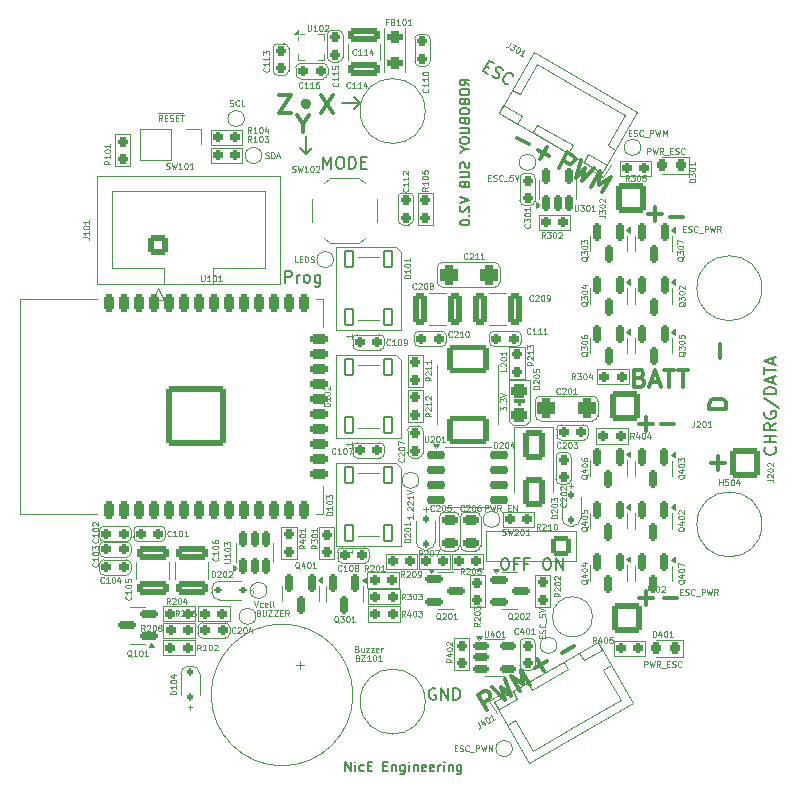
<source format=gbr>
%TF.GenerationSoftware,KiCad,Pcbnew,9.0.0-rc1*%
%TF.CreationDate,2025-03-26T15:14:04+01:00*%
%TF.ProjectId,Robobuoy-Sub-Round-v2_0,526f626f-6275-46f7-992d-5375622d526f,2.0*%
%TF.SameCoordinates,Original*%
%TF.FileFunction,Legend,Top*%
%TF.FilePolarity,Positive*%
%FSLAX46Y46*%
G04 Gerber Fmt 4.6, Leading zero omitted, Abs format (unit mm)*
G04 Created by KiCad (PCBNEW 9.0.0-rc1) date 2025-03-26 15:14:04*
%MOMM*%
%LPD*%
G01*
G04 APERTURE LIST*
G04 Aperture macros list*
%AMRoundRect*
0 Rectangle with rounded corners*
0 $1 Rounding radius*
0 $2 $3 $4 $5 $6 $7 $8 $9 X,Y pos of 4 corners*
0 Add a 4 corners polygon primitive as box body*
4,1,4,$2,$3,$4,$5,$6,$7,$8,$9,$2,$3,0*
0 Add four circle primitives for the rounded corners*
1,1,$1+$1,$2,$3*
1,1,$1+$1,$4,$5*
1,1,$1+$1,$6,$7*
1,1,$1+$1,$8,$9*
0 Add four rect primitives between the rounded corners*
20,1,$1+$1,$2,$3,$4,$5,0*
20,1,$1+$1,$4,$5,$6,$7,0*
20,1,$1+$1,$6,$7,$8,$9,0*
20,1,$1+$1,$8,$9,$2,$3,0*%
%AMHorizOval*
0 Thick line with rounded ends*
0 $1 width*
0 $2 $3 position (X,Y) of the first rounded end (center of the circle)*
0 $4 $5 position (X,Y) of the second rounded end (center of the circle)*
0 Add line between two ends*
20,1,$1,$2,$3,$4,$5,0*
0 Add two circle primitives to create the rounded ends*
1,1,$1,$2,$3*
1,1,$1,$4,$5*%
G04 Aperture macros list end*
%ADD10C,0.150000*%
%ADD11C,0.500000*%
%ADD12C,0.300000*%
%ADD13C,0.100000*%
%ADD14C,0.120000*%
%ADD15C,0.000000*%
%ADD16RoundRect,0.150000X-0.150000X0.587500X-0.150000X-0.587500X0.150000X-0.587500X0.150000X0.587500X0*%
%ADD17C,1.000000*%
%ADD18RoundRect,0.200000X-0.250000X0.200000X-0.250000X-0.200000X0.250000X-0.200000X0.250000X0.200000X0*%
%ADD19RoundRect,0.200000X-0.200000X-0.250000X0.200000X-0.250000X0.200000X0.250000X-0.200000X0.250000X0*%
%ADD20RoundRect,0.112500X0.112500X-0.187500X0.112500X0.187500X-0.112500X0.187500X-0.112500X-0.187500X0*%
%ADD21RoundRect,0.112500X-0.187500X-0.112500X0.187500X-0.112500X0.187500X0.112500X-0.187500X0.112500X0*%
%ADD22R,1.700000X1.700000*%
%ADD23O,1.700000X1.700000*%
%ADD24RoundRect,0.090000X0.360000X-0.660000X0.360000X0.660000X-0.360000X0.660000X-0.360000X-0.660000X0*%
%ADD25C,3.200000*%
%ADD26RoundRect,0.249999X-1.025001X-1.025001X1.025001X-1.025001X1.025001X1.025001X-1.025001X1.025001X0*%
%ADD27C,2.550000*%
%ADD28RoundRect,0.250000X-1.100000X0.325000X-1.100000X-0.325000X1.100000X-0.325000X1.100000X0.325000X0*%
%ADD29RoundRect,0.250000X-0.650000X1.000000X-0.650000X-1.000000X0.650000X-1.000000X0.650000X1.000000X0*%
%ADD30RoundRect,0.200000X0.250000X-0.200000X0.250000X0.200000X-0.250000X0.200000X-0.250000X-0.200000X0*%
%ADD31R,0.375000X0.350000*%
%ADD32R,0.350000X0.375000*%
%ADD33RoundRect,0.200000X0.200000X0.250000X-0.200000X0.250000X-0.200000X-0.250000X0.200000X-0.250000X0*%
%ADD34RoundRect,0.150000X0.587500X0.150000X-0.587500X0.150000X-0.587500X-0.150000X0.587500X-0.150000X0*%
%ADD35RoundRect,0.275000X0.375000X-0.275000X0.375000X0.275000X-0.375000X0.275000X-0.375000X-0.275000X0*%
%ADD36RoundRect,0.300000X0.400000X-0.300000X0.400000X0.300000X-0.400000X0.300000X-0.400000X-0.300000X0*%
%ADD37RoundRect,0.250000X-0.325000X-1.100000X0.325000X-1.100000X0.325000X1.100000X-0.325000X1.100000X0*%
%ADD38RoundRect,0.225000X-0.425000X0.225000X-0.425000X-0.225000X0.425000X-0.225000X0.425000X0.225000X0*%
%ADD39RoundRect,0.206250X0.618750X0.618750X-0.618750X0.618750X-0.618750X-0.618750X0.618750X-0.618750X0*%
%ADD40C,1.700000*%
%ADD41RoundRect,0.218750X0.218750X0.256250X-0.218750X0.256250X-0.218750X-0.256250X0.218750X-0.256250X0*%
%ADD42R,1.650000X1.650000*%
%ADD43RoundRect,0.230769X1.519231X-0.969231X1.519231X0.969231X-1.519231X0.969231X-1.519231X-0.969231X0*%
%ADD44RoundRect,0.150000X0.150000X-0.512500X0.150000X0.512500X-0.150000X0.512500X-0.150000X-0.512500X0*%
%ADD45RoundRect,0.112500X-0.112500X0.187500X-0.112500X-0.187500X0.112500X-0.187500X0.112500X0.187500X0*%
%ADD46C,3.000000*%
%ADD47RoundRect,0.249999X1.025001X-1.025001X1.025001X1.025001X-1.025001X1.025001X-1.025001X-1.025001X0*%
%ADD48RoundRect,0.150000X-0.587500X-0.150000X0.587500X-0.150000X0.587500X0.150000X-0.587500X0.150000X0*%
%ADD49RoundRect,0.225000X0.225000X-0.525000X0.225000X0.525000X-0.225000X0.525000X-0.225000X-0.525000X0*%
%ADD50RoundRect,0.225000X0.525000X0.225000X-0.525000X0.225000X-0.525000X-0.225000X0.525000X-0.225000X0*%
%ADD51RoundRect,0.250000X2.250000X-2.250000X2.250000X2.250000X-2.250000X2.250000X-2.250000X-2.250000X0*%
%ADD52RoundRect,0.375000X-0.375000X-0.475000X0.375000X-0.475000X0.375000X0.475000X-0.375000X0.475000X0*%
%ADD53RoundRect,0.150000X-0.512500X-0.150000X0.512500X-0.150000X0.512500X0.150000X-0.512500X0.150000X0*%
%ADD54RoundRect,0.150000X-0.650000X-0.150000X0.650000X-0.150000X0.650000X0.150000X-0.650000X0.150000X0*%
%ADD55R,2.400000X3.200000*%
%ADD56RoundRect,0.375000X0.375000X0.475000X-0.375000X0.475000X-0.375000X-0.475000X0.375000X-0.475000X0*%
%ADD57RoundRect,0.250000X-0.157115X-0.927868X0.882115X-0.327868X0.157115X0.927868X-0.882115X0.327868X0*%
%ADD58HorizOval,1.700000X-0.062500X0.108253X0.062500X-0.108253X0*%
%ADD59RoundRect,0.250000X0.325000X1.100000X-0.325000X1.100000X-0.325000X-1.100000X0.325000X-1.100000X0*%
%ADD60RoundRect,0.250000X0.882115X0.327868X-0.157115X0.927868X-0.882115X-0.327868X0.157115X-0.927868X0*%
%ADD61HorizOval,1.700000X0.062500X0.108253X-0.062500X-0.108253X0*%
%ADD62R,1.700000X1.000000*%
%ADD63RoundRect,0.250000X0.600000X-0.600000X0.600000X0.600000X-0.600000X0.600000X-0.600000X-0.600000X0*%
G04 APERTURE END LIST*
D10*
X-4318000Y25654000D02*
X-2794000Y25654000D01*
X-2743200Y25654000D02*
X-3251200Y25146000D01*
X-7366000Y21336000D02*
X-7874000Y21844000D01*
D11*
X-7166000Y25603200D02*
G75*
G02*
X-7566000Y25603200I-200000J0D01*
G01*
X-7566000Y25603200D02*
G75*
G02*
X-7166000Y25603200I200000J0D01*
G01*
D10*
X-7366000Y22860000D02*
X-7366000Y21336000D01*
X-7366000Y21336000D02*
X-6858000Y21844000D01*
X-2743200Y25654000D02*
X-3251200Y26162000D01*
D12*
X28248828Y-207489D02*
X26748828Y-207489D01*
X26748828Y-207489D02*
X26748828Y149654D01*
X26748828Y149654D02*
X26820257Y363940D01*
X26820257Y363940D02*
X26963114Y506797D01*
X26963114Y506797D02*
X27105971Y578226D01*
X27105971Y578226D02*
X27391685Y649654D01*
X27391685Y649654D02*
X27605971Y649654D01*
X27605971Y649654D02*
X27891685Y578226D01*
X27891685Y578226D02*
X28034542Y506797D01*
X28034542Y506797D02*
X28177400Y363940D01*
X28177400Y363940D02*
X28248828Y149654D01*
X28248828Y149654D02*
X28248828Y-207489D01*
X-5088001Y24832329D02*
X-6088001Y26332329D01*
X-6088001Y24832329D02*
X-5088001Y26332329D01*
X-7620000Y23911958D02*
X-7620000Y23197672D01*
X-8120000Y24697672D02*
X-7620000Y23911958D01*
X-7620000Y23911958D02*
X-7120000Y24697672D01*
D10*
X12973255Y-12839819D02*
X13163731Y-12839819D01*
X13163731Y-12839819D02*
X13258969Y-12887438D01*
X13258969Y-12887438D02*
X13354207Y-12982676D01*
X13354207Y-12982676D02*
X13401826Y-13173152D01*
X13401826Y-13173152D02*
X13401826Y-13506485D01*
X13401826Y-13506485D02*
X13354207Y-13696961D01*
X13354207Y-13696961D02*
X13258969Y-13792200D01*
X13258969Y-13792200D02*
X13163731Y-13839819D01*
X13163731Y-13839819D02*
X12973255Y-13839819D01*
X12973255Y-13839819D02*
X12878017Y-13792200D01*
X12878017Y-13792200D02*
X12782779Y-13696961D01*
X12782779Y-13696961D02*
X12735160Y-13506485D01*
X12735160Y-13506485D02*
X12735160Y-13173152D01*
X12735160Y-13173152D02*
X12782779Y-12982676D01*
X12782779Y-12982676D02*
X12878017Y-12887438D01*
X12878017Y-12887438D02*
X12973255Y-12839819D01*
X13830398Y-13839819D02*
X13830398Y-12839819D01*
X13830398Y-12839819D02*
X14401826Y-13839819D01*
X14401826Y-13839819D02*
X14401826Y-12839819D01*
D12*
X12277520Y21738104D02*
X13267263Y21166676D01*
X12486677Y20957518D02*
X13058106Y21947262D01*
X8000634Y-25712257D02*
X7250634Y-24413218D01*
X7250634Y-24413218D02*
X7745506Y-24127504D01*
X7745506Y-24127504D02*
X7904938Y-24117935D01*
X7904938Y-24117935D02*
X8002511Y-24144079D01*
X8002511Y-24144079D02*
X8135799Y-24232083D01*
X8135799Y-24232083D02*
X8242942Y-24417660D01*
X8242942Y-24417660D02*
X8252511Y-24577092D01*
X8252511Y-24577092D02*
X8226367Y-24674665D01*
X8226367Y-24674665D02*
X8138363Y-24807953D01*
X8138363Y-24807953D02*
X7643491Y-25093667D01*
X8425954Y-23734647D02*
X9485249Y-24855114D01*
X9485249Y-24855114D02*
X9196971Y-23784372D01*
X9196971Y-23784372D02*
X9980121Y-24569399D01*
X9980121Y-24569399D02*
X9539416Y-23091790D01*
X10784288Y-24105114D02*
X10034288Y-22806075D01*
X10034288Y-22806075D02*
X11003015Y-23483960D01*
X11003015Y-23483960D02*
X10900313Y-22306075D01*
X10900313Y-22306075D02*
X11650313Y-23605114D01*
D10*
X-4028840Y-30882295D02*
X-4028840Y-30082295D01*
X-4028840Y-30082295D02*
X-3571697Y-30882295D01*
X-3571697Y-30882295D02*
X-3571697Y-30082295D01*
X-3190745Y-30882295D02*
X-3190745Y-30348961D01*
X-3190745Y-30082295D02*
X-3228841Y-30120390D01*
X-3228841Y-30120390D02*
X-3190745Y-30158485D01*
X-3190745Y-30158485D02*
X-3152650Y-30120390D01*
X-3152650Y-30120390D02*
X-3190745Y-30082295D01*
X-3190745Y-30082295D02*
X-3190745Y-30158485D01*
X-2466936Y-30844200D02*
X-2543127Y-30882295D01*
X-2543127Y-30882295D02*
X-2695508Y-30882295D01*
X-2695508Y-30882295D02*
X-2771698Y-30844200D01*
X-2771698Y-30844200D02*
X-2809793Y-30806104D01*
X-2809793Y-30806104D02*
X-2847889Y-30729914D01*
X-2847889Y-30729914D02*
X-2847889Y-30501342D01*
X-2847889Y-30501342D02*
X-2809793Y-30425152D01*
X-2809793Y-30425152D02*
X-2771698Y-30387057D01*
X-2771698Y-30387057D02*
X-2695508Y-30348961D01*
X-2695508Y-30348961D02*
X-2543127Y-30348961D01*
X-2543127Y-30348961D02*
X-2466936Y-30387057D01*
X-2124079Y-30463247D02*
X-1857413Y-30463247D01*
X-1743127Y-30882295D02*
X-2124079Y-30882295D01*
X-2124079Y-30882295D02*
X-2124079Y-30082295D01*
X-2124079Y-30082295D02*
X-1743127Y-30082295D01*
X-790745Y-30463247D02*
X-524079Y-30463247D01*
X-409793Y-30882295D02*
X-790745Y-30882295D01*
X-790745Y-30882295D02*
X-790745Y-30082295D01*
X-790745Y-30082295D02*
X-409793Y-30082295D01*
X-66935Y-30348961D02*
X-66935Y-30882295D01*
X-66935Y-30425152D02*
X-28840Y-30387057D01*
X-28840Y-30387057D02*
X47350Y-30348961D01*
X47350Y-30348961D02*
X161636Y-30348961D01*
X161636Y-30348961D02*
X237827Y-30387057D01*
X237827Y-30387057D02*
X275922Y-30463247D01*
X275922Y-30463247D02*
X275922Y-30882295D01*
X999732Y-30348961D02*
X999732Y-30996580D01*
X999732Y-30996580D02*
X961637Y-31072771D01*
X961637Y-31072771D02*
X923541Y-31110866D01*
X923541Y-31110866D02*
X847351Y-31148961D01*
X847351Y-31148961D02*
X733065Y-31148961D01*
X733065Y-31148961D02*
X656875Y-31110866D01*
X999732Y-30844200D02*
X923541Y-30882295D01*
X923541Y-30882295D02*
X771160Y-30882295D01*
X771160Y-30882295D02*
X694970Y-30844200D01*
X694970Y-30844200D02*
X656875Y-30806104D01*
X656875Y-30806104D02*
X618779Y-30729914D01*
X618779Y-30729914D02*
X618779Y-30501342D01*
X618779Y-30501342D02*
X656875Y-30425152D01*
X656875Y-30425152D02*
X694970Y-30387057D01*
X694970Y-30387057D02*
X771160Y-30348961D01*
X771160Y-30348961D02*
X923541Y-30348961D01*
X923541Y-30348961D02*
X999732Y-30387057D01*
X1380685Y-30882295D02*
X1380685Y-30348961D01*
X1380685Y-30082295D02*
X1342589Y-30120390D01*
X1342589Y-30120390D02*
X1380685Y-30158485D01*
X1380685Y-30158485D02*
X1418780Y-30120390D01*
X1418780Y-30120390D02*
X1380685Y-30082295D01*
X1380685Y-30082295D02*
X1380685Y-30158485D01*
X1761637Y-30348961D02*
X1761637Y-30882295D01*
X1761637Y-30425152D02*
X1799732Y-30387057D01*
X1799732Y-30387057D02*
X1875922Y-30348961D01*
X1875922Y-30348961D02*
X1990208Y-30348961D01*
X1990208Y-30348961D02*
X2066399Y-30387057D01*
X2066399Y-30387057D02*
X2104494Y-30463247D01*
X2104494Y-30463247D02*
X2104494Y-30882295D01*
X2790209Y-30844200D02*
X2714018Y-30882295D01*
X2714018Y-30882295D02*
X2561637Y-30882295D01*
X2561637Y-30882295D02*
X2485447Y-30844200D01*
X2485447Y-30844200D02*
X2447351Y-30768009D01*
X2447351Y-30768009D02*
X2447351Y-30463247D01*
X2447351Y-30463247D02*
X2485447Y-30387057D01*
X2485447Y-30387057D02*
X2561637Y-30348961D01*
X2561637Y-30348961D02*
X2714018Y-30348961D01*
X2714018Y-30348961D02*
X2790209Y-30387057D01*
X2790209Y-30387057D02*
X2828304Y-30463247D01*
X2828304Y-30463247D02*
X2828304Y-30539438D01*
X2828304Y-30539438D02*
X2447351Y-30615628D01*
X3475923Y-30844200D02*
X3399732Y-30882295D01*
X3399732Y-30882295D02*
X3247351Y-30882295D01*
X3247351Y-30882295D02*
X3171161Y-30844200D01*
X3171161Y-30844200D02*
X3133065Y-30768009D01*
X3133065Y-30768009D02*
X3133065Y-30463247D01*
X3133065Y-30463247D02*
X3171161Y-30387057D01*
X3171161Y-30387057D02*
X3247351Y-30348961D01*
X3247351Y-30348961D02*
X3399732Y-30348961D01*
X3399732Y-30348961D02*
X3475923Y-30387057D01*
X3475923Y-30387057D02*
X3514018Y-30463247D01*
X3514018Y-30463247D02*
X3514018Y-30539438D01*
X3514018Y-30539438D02*
X3133065Y-30615628D01*
X3856875Y-30882295D02*
X3856875Y-30348961D01*
X3856875Y-30501342D02*
X3894970Y-30425152D01*
X3894970Y-30425152D02*
X3933065Y-30387057D01*
X3933065Y-30387057D02*
X4009256Y-30348961D01*
X4009256Y-30348961D02*
X4085446Y-30348961D01*
X4352113Y-30882295D02*
X4352113Y-30348961D01*
X4352113Y-30082295D02*
X4314017Y-30120390D01*
X4314017Y-30120390D02*
X4352113Y-30158485D01*
X4352113Y-30158485D02*
X4390208Y-30120390D01*
X4390208Y-30120390D02*
X4352113Y-30082295D01*
X4352113Y-30082295D02*
X4352113Y-30158485D01*
X4733065Y-30348961D02*
X4733065Y-30882295D01*
X4733065Y-30425152D02*
X4771160Y-30387057D01*
X4771160Y-30387057D02*
X4847350Y-30348961D01*
X4847350Y-30348961D02*
X4961636Y-30348961D01*
X4961636Y-30348961D02*
X5037827Y-30387057D01*
X5037827Y-30387057D02*
X5075922Y-30463247D01*
X5075922Y-30463247D02*
X5075922Y-30882295D01*
X5799732Y-30348961D02*
X5799732Y-30996580D01*
X5799732Y-30996580D02*
X5761637Y-31072771D01*
X5761637Y-31072771D02*
X5723541Y-31110866D01*
X5723541Y-31110866D02*
X5647351Y-31148961D01*
X5647351Y-31148961D02*
X5533065Y-31148961D01*
X5533065Y-31148961D02*
X5456875Y-31110866D01*
X5799732Y-30844200D02*
X5723541Y-30882295D01*
X5723541Y-30882295D02*
X5571160Y-30882295D01*
X5571160Y-30882295D02*
X5494970Y-30844200D01*
X5494970Y-30844200D02*
X5456875Y-30806104D01*
X5456875Y-30806104D02*
X5418779Y-30729914D01*
X5418779Y-30729914D02*
X5418779Y-30501342D01*
X5418779Y-30501342D02*
X5456875Y-30425152D01*
X5456875Y-30425152D02*
X5494970Y-30387057D01*
X5494970Y-30387057D02*
X5571160Y-30348961D01*
X5571160Y-30348961D02*
X5723541Y-30348961D01*
X5723541Y-30348961D02*
X5799732Y-30387057D01*
D12*
X23829489Y-1532600D02*
X22686632Y-1532600D01*
X24591489Y15993400D02*
X23448632Y15993400D01*
X-8644001Y24832329D02*
X-9644001Y24832329D01*
X-9644001Y24832329D02*
X-8644001Y26332329D01*
X-8644001Y26332329D02*
X-9644001Y26332329D01*
X10517520Y22742104D02*
X11507263Y22170676D01*
D10*
X6498295Y27193697D02*
X6117342Y27460364D01*
X6498295Y27650840D02*
X5698295Y27650840D01*
X5698295Y27650840D02*
X5698295Y27346078D01*
X5698295Y27346078D02*
X5736390Y27269888D01*
X5736390Y27269888D02*
X5774485Y27231793D01*
X5774485Y27231793D02*
X5850676Y27193697D01*
X5850676Y27193697D02*
X5964961Y27193697D01*
X5964961Y27193697D02*
X6041152Y27231793D01*
X6041152Y27231793D02*
X6079247Y27269888D01*
X6079247Y27269888D02*
X6117342Y27346078D01*
X6117342Y27346078D02*
X6117342Y27650840D01*
X5698295Y26698459D02*
X5698295Y26546078D01*
X5698295Y26546078D02*
X5736390Y26469888D01*
X5736390Y26469888D02*
X5812580Y26393697D01*
X5812580Y26393697D02*
X5964961Y26355602D01*
X5964961Y26355602D02*
X6231628Y26355602D01*
X6231628Y26355602D02*
X6384009Y26393697D01*
X6384009Y26393697D02*
X6460200Y26469888D01*
X6460200Y26469888D02*
X6498295Y26546078D01*
X6498295Y26546078D02*
X6498295Y26698459D01*
X6498295Y26698459D02*
X6460200Y26774650D01*
X6460200Y26774650D02*
X6384009Y26850840D01*
X6384009Y26850840D02*
X6231628Y26888936D01*
X6231628Y26888936D02*
X5964961Y26888936D01*
X5964961Y26888936D02*
X5812580Y26850840D01*
X5812580Y26850840D02*
X5736390Y26774650D01*
X5736390Y26774650D02*
X5698295Y26698459D01*
X6079247Y25746079D02*
X6117342Y25631793D01*
X6117342Y25631793D02*
X6155438Y25593698D01*
X6155438Y25593698D02*
X6231628Y25555602D01*
X6231628Y25555602D02*
X6345914Y25555602D01*
X6345914Y25555602D02*
X6422104Y25593698D01*
X6422104Y25593698D02*
X6460200Y25631793D01*
X6460200Y25631793D02*
X6498295Y25707983D01*
X6498295Y25707983D02*
X6498295Y26012745D01*
X6498295Y26012745D02*
X5698295Y26012745D01*
X5698295Y26012745D02*
X5698295Y25746079D01*
X5698295Y25746079D02*
X5736390Y25669888D01*
X5736390Y25669888D02*
X5774485Y25631793D01*
X5774485Y25631793D02*
X5850676Y25593698D01*
X5850676Y25593698D02*
X5926866Y25593698D01*
X5926866Y25593698D02*
X6003057Y25631793D01*
X6003057Y25631793D02*
X6041152Y25669888D01*
X6041152Y25669888D02*
X6079247Y25746079D01*
X6079247Y25746079D02*
X6079247Y26012745D01*
X5698295Y25060364D02*
X5698295Y24907983D01*
X5698295Y24907983D02*
X5736390Y24831793D01*
X5736390Y24831793D02*
X5812580Y24755602D01*
X5812580Y24755602D02*
X5964961Y24717507D01*
X5964961Y24717507D02*
X6231628Y24717507D01*
X6231628Y24717507D02*
X6384009Y24755602D01*
X6384009Y24755602D02*
X6460200Y24831793D01*
X6460200Y24831793D02*
X6498295Y24907983D01*
X6498295Y24907983D02*
X6498295Y25060364D01*
X6498295Y25060364D02*
X6460200Y25136555D01*
X6460200Y25136555D02*
X6384009Y25212745D01*
X6384009Y25212745D02*
X6231628Y25250841D01*
X6231628Y25250841D02*
X5964961Y25250841D01*
X5964961Y25250841D02*
X5812580Y25212745D01*
X5812580Y25212745D02*
X5736390Y25136555D01*
X5736390Y25136555D02*
X5698295Y25060364D01*
X6079247Y24107984D02*
X6117342Y23993698D01*
X6117342Y23993698D02*
X6155438Y23955603D01*
X6155438Y23955603D02*
X6231628Y23917507D01*
X6231628Y23917507D02*
X6345914Y23917507D01*
X6345914Y23917507D02*
X6422104Y23955603D01*
X6422104Y23955603D02*
X6460200Y23993698D01*
X6460200Y23993698D02*
X6498295Y24069888D01*
X6498295Y24069888D02*
X6498295Y24374650D01*
X6498295Y24374650D02*
X5698295Y24374650D01*
X5698295Y24374650D02*
X5698295Y24107984D01*
X5698295Y24107984D02*
X5736390Y24031793D01*
X5736390Y24031793D02*
X5774485Y23993698D01*
X5774485Y23993698D02*
X5850676Y23955603D01*
X5850676Y23955603D02*
X5926866Y23955603D01*
X5926866Y23955603D02*
X6003057Y23993698D01*
X6003057Y23993698D02*
X6041152Y24031793D01*
X6041152Y24031793D02*
X6079247Y24107984D01*
X6079247Y24107984D02*
X6079247Y24374650D01*
X5698295Y23574650D02*
X6345914Y23574650D01*
X6345914Y23574650D02*
X6422104Y23536555D01*
X6422104Y23536555D02*
X6460200Y23498460D01*
X6460200Y23498460D02*
X6498295Y23422269D01*
X6498295Y23422269D02*
X6498295Y23269888D01*
X6498295Y23269888D02*
X6460200Y23193698D01*
X6460200Y23193698D02*
X6422104Y23155603D01*
X6422104Y23155603D02*
X6345914Y23117507D01*
X6345914Y23117507D02*
X5698295Y23117507D01*
X5698295Y22584174D02*
X5698295Y22431793D01*
X5698295Y22431793D02*
X5736390Y22355603D01*
X5736390Y22355603D02*
X5812580Y22279412D01*
X5812580Y22279412D02*
X5964961Y22241317D01*
X5964961Y22241317D02*
X6231628Y22241317D01*
X6231628Y22241317D02*
X6384009Y22279412D01*
X6384009Y22279412D02*
X6460200Y22355603D01*
X6460200Y22355603D02*
X6498295Y22431793D01*
X6498295Y22431793D02*
X6498295Y22584174D01*
X6498295Y22584174D02*
X6460200Y22660365D01*
X6460200Y22660365D02*
X6384009Y22736555D01*
X6384009Y22736555D02*
X6231628Y22774651D01*
X6231628Y22774651D02*
X5964961Y22774651D01*
X5964961Y22774651D02*
X5812580Y22736555D01*
X5812580Y22736555D02*
X5736390Y22660365D01*
X5736390Y22660365D02*
X5698295Y22584174D01*
X6117342Y21746079D02*
X6498295Y21746079D01*
X5698295Y22012746D02*
X6117342Y21746079D01*
X6117342Y21746079D02*
X5698295Y21479413D01*
X6460200Y20641318D02*
X6498295Y20527032D01*
X6498295Y20527032D02*
X6498295Y20336556D01*
X6498295Y20336556D02*
X6460200Y20260365D01*
X6460200Y20260365D02*
X6422104Y20222270D01*
X6422104Y20222270D02*
X6345914Y20184175D01*
X6345914Y20184175D02*
X6269723Y20184175D01*
X6269723Y20184175D02*
X6193533Y20222270D01*
X6193533Y20222270D02*
X6155438Y20260365D01*
X6155438Y20260365D02*
X6117342Y20336556D01*
X6117342Y20336556D02*
X6079247Y20488937D01*
X6079247Y20488937D02*
X6041152Y20565127D01*
X6041152Y20565127D02*
X6003057Y20603222D01*
X6003057Y20603222D02*
X5926866Y20641318D01*
X5926866Y20641318D02*
X5850676Y20641318D01*
X5850676Y20641318D02*
X5774485Y20603222D01*
X5774485Y20603222D02*
X5736390Y20565127D01*
X5736390Y20565127D02*
X5698295Y20488937D01*
X5698295Y20488937D02*
X5698295Y20298460D01*
X5698295Y20298460D02*
X5736390Y20184175D01*
X5698295Y19841317D02*
X6345914Y19841317D01*
X6345914Y19841317D02*
X6422104Y19803222D01*
X6422104Y19803222D02*
X6460200Y19765127D01*
X6460200Y19765127D02*
X6498295Y19688936D01*
X6498295Y19688936D02*
X6498295Y19536555D01*
X6498295Y19536555D02*
X6460200Y19460365D01*
X6460200Y19460365D02*
X6422104Y19422270D01*
X6422104Y19422270D02*
X6345914Y19384174D01*
X6345914Y19384174D02*
X5698295Y19384174D01*
X6079247Y18736556D02*
X6117342Y18622270D01*
X6117342Y18622270D02*
X6155438Y18584175D01*
X6155438Y18584175D02*
X6231628Y18546079D01*
X6231628Y18546079D02*
X6345914Y18546079D01*
X6345914Y18546079D02*
X6422104Y18584175D01*
X6422104Y18584175D02*
X6460200Y18622270D01*
X6460200Y18622270D02*
X6498295Y18698460D01*
X6498295Y18698460D02*
X6498295Y19003222D01*
X6498295Y19003222D02*
X5698295Y19003222D01*
X5698295Y19003222D02*
X5698295Y18736556D01*
X5698295Y18736556D02*
X5736390Y18660365D01*
X5736390Y18660365D02*
X5774485Y18622270D01*
X5774485Y18622270D02*
X5850676Y18584175D01*
X5850676Y18584175D02*
X5926866Y18584175D01*
X5926866Y18584175D02*
X6003057Y18622270D01*
X6003057Y18622270D02*
X6041152Y18660365D01*
X6041152Y18660365D02*
X6079247Y18736556D01*
X6079247Y18736556D02*
X6079247Y19003222D01*
X5698295Y17707984D02*
X6498295Y17441317D01*
X6498295Y17441317D02*
X5698295Y17174651D01*
X5774485Y16946080D02*
X5736390Y16907984D01*
X5736390Y16907984D02*
X5698295Y16831794D01*
X5698295Y16831794D02*
X5698295Y16641318D01*
X5698295Y16641318D02*
X5736390Y16565127D01*
X5736390Y16565127D02*
X5774485Y16527032D01*
X5774485Y16527032D02*
X5850676Y16488937D01*
X5850676Y16488937D02*
X5926866Y16488937D01*
X5926866Y16488937D02*
X6041152Y16527032D01*
X6041152Y16527032D02*
X6498295Y16984175D01*
X6498295Y16984175D02*
X6498295Y16488937D01*
X6422104Y16146079D02*
X6460200Y16107984D01*
X6460200Y16107984D02*
X6498295Y16146079D01*
X6498295Y16146079D02*
X6460200Y16184175D01*
X6460200Y16184175D02*
X6422104Y16146079D01*
X6422104Y16146079D02*
X6498295Y16146079D01*
X5698295Y15612746D02*
X5698295Y15536556D01*
X5698295Y15536556D02*
X5736390Y15460365D01*
X5736390Y15460365D02*
X5774485Y15422270D01*
X5774485Y15422270D02*
X5850676Y15384175D01*
X5850676Y15384175D02*
X6003057Y15346080D01*
X6003057Y15346080D02*
X6193533Y15346080D01*
X6193533Y15346080D02*
X6345914Y15384175D01*
X6345914Y15384175D02*
X6422104Y15422270D01*
X6422104Y15422270D02*
X6460200Y15460365D01*
X6460200Y15460365D02*
X6498295Y15536556D01*
X6498295Y15536556D02*
X6498295Y15612746D01*
X6498295Y15612746D02*
X6460200Y15688937D01*
X6460200Y15688937D02*
X6422104Y15727032D01*
X6422104Y15727032D02*
X6345914Y15765127D01*
X6345914Y15765127D02*
X6193533Y15803223D01*
X6193533Y15803223D02*
X6003057Y15803223D01*
X6003057Y15803223D02*
X5850676Y15765127D01*
X5850676Y15765127D02*
X5774485Y15727032D01*
X5774485Y15727032D02*
X5736390Y15688937D01*
X5736390Y15688937D02*
X5698295Y15612746D01*
D12*
X26970510Y-4817400D02*
X28113368Y-4817400D01*
X27541939Y-5388828D02*
X27541939Y-4245971D01*
X14318920Y-20899385D02*
X15308663Y-20327956D01*
X24083489Y-16264600D02*
X22940632Y-16264600D01*
D10*
X9417255Y-12839819D02*
X9607731Y-12839819D01*
X9607731Y-12839819D02*
X9702969Y-12887438D01*
X9702969Y-12887438D02*
X9798207Y-12982676D01*
X9798207Y-12982676D02*
X9845826Y-13173152D01*
X9845826Y-13173152D02*
X9845826Y-13506485D01*
X9845826Y-13506485D02*
X9798207Y-13696961D01*
X9798207Y-13696961D02*
X9702969Y-13792200D01*
X9702969Y-13792200D02*
X9607731Y-13839819D01*
X9607731Y-13839819D02*
X9417255Y-13839819D01*
X9417255Y-13839819D02*
X9322017Y-13792200D01*
X9322017Y-13792200D02*
X9226779Y-13696961D01*
X9226779Y-13696961D02*
X9179160Y-13506485D01*
X9179160Y-13506485D02*
X9179160Y-13173152D01*
X9179160Y-13173152D02*
X9226779Y-12982676D01*
X9226779Y-12982676D02*
X9322017Y-12887438D01*
X9322017Y-12887438D02*
X9417255Y-12839819D01*
X10607731Y-13316009D02*
X10274398Y-13316009D01*
X10274398Y-13839819D02*
X10274398Y-12839819D01*
X10274398Y-12839819D02*
X10750588Y-12839819D01*
X11464874Y-13316009D02*
X11131541Y-13316009D01*
X11131541Y-13839819D02*
X11131541Y-12839819D01*
X11131541Y-12839819D02*
X11607731Y-12839819D01*
D12*
X20874510Y-1515400D02*
X22017368Y-1515400D01*
X21445939Y-2086828D02*
X21445939Y-943971D01*
X20874510Y-16247400D02*
X22017368Y-16247400D01*
X21445939Y-16818828D02*
X21445939Y-15675971D01*
X27677400Y4110511D02*
X27677400Y5253368D01*
X21636510Y16264600D02*
X22779368Y16264600D01*
X22207939Y15693172D02*
X22207939Y16836029D01*
X14041806Y20215233D02*
X14791806Y21514271D01*
X14791806Y21514271D02*
X15286677Y21228556D01*
X15286677Y21228556D02*
X15374681Y21095269D01*
X15374681Y21095269D02*
X15400826Y20997696D01*
X15400826Y20997696D02*
X15391256Y20838263D01*
X15391256Y20838263D02*
X15284113Y20652687D01*
X15284113Y20652687D02*
X15150826Y20564683D01*
X15150826Y20564683D02*
X15053252Y20538538D01*
X15053252Y20538538D02*
X14893820Y20548108D01*
X14893820Y20548108D02*
X14398949Y20833822D01*
X15967126Y20835699D02*
X15526421Y19358090D01*
X15526421Y19358090D02*
X16309571Y20143117D01*
X16309571Y20143117D02*
X16021292Y19072375D01*
X16021292Y19072375D02*
X17080587Y20192842D01*
X16825459Y18608090D02*
X17575459Y19907128D01*
X17575459Y19907128D02*
X17472757Y18729243D01*
X17472757Y18729243D02*
X18441484Y19407128D01*
X18441484Y19407128D02*
X17691484Y18108090D01*
X12032920Y-22169385D02*
X13022663Y-21597956D01*
X12813506Y-22378542D02*
X12242077Y-21388799D01*
D10*
X3610588Y-23917438D02*
X3515350Y-23869819D01*
X3515350Y-23869819D02*
X3372493Y-23869819D01*
X3372493Y-23869819D02*
X3229636Y-23917438D01*
X3229636Y-23917438D02*
X3134398Y-24012676D01*
X3134398Y-24012676D02*
X3086779Y-24107914D01*
X3086779Y-24107914D02*
X3039160Y-24298390D01*
X3039160Y-24298390D02*
X3039160Y-24441247D01*
X3039160Y-24441247D02*
X3086779Y-24631723D01*
X3086779Y-24631723D02*
X3134398Y-24726961D01*
X3134398Y-24726961D02*
X3229636Y-24822200D01*
X3229636Y-24822200D02*
X3372493Y-24869819D01*
X3372493Y-24869819D02*
X3467731Y-24869819D01*
X3467731Y-24869819D02*
X3610588Y-24822200D01*
X3610588Y-24822200D02*
X3658207Y-24774580D01*
X3658207Y-24774580D02*
X3658207Y-24441247D01*
X3658207Y-24441247D02*
X3467731Y-24441247D01*
X4086779Y-24869819D02*
X4086779Y-23869819D01*
X4086779Y-23869819D02*
X4658207Y-24869819D01*
X4658207Y-24869819D02*
X4658207Y-23869819D01*
X5134398Y-24869819D02*
X5134398Y-23869819D01*
X5134398Y-23869819D02*
X5372493Y-23869819D01*
X5372493Y-23869819D02*
X5515350Y-23917438D01*
X5515350Y-23917438D02*
X5610588Y-24012676D01*
X5610588Y-24012676D02*
X5658207Y-24107914D01*
X5658207Y-24107914D02*
X5705826Y-24298390D01*
X5705826Y-24298390D02*
X5705826Y-24441247D01*
X5705826Y-24441247D02*
X5658207Y-24631723D01*
X5658207Y-24631723D02*
X5610588Y-24726961D01*
X5610588Y-24726961D02*
X5515350Y-24822200D01*
X5515350Y-24822200D02*
X5372493Y-24869819D01*
X5372493Y-24869819D02*
X5134398Y-24869819D01*
D13*
X24720001Y-10222945D02*
X24696192Y-10270564D01*
X24696192Y-10270564D02*
X24648573Y-10318183D01*
X24648573Y-10318183D02*
X24577144Y-10389611D01*
X24577144Y-10389611D02*
X24553334Y-10437230D01*
X24553334Y-10437230D02*
X24553334Y-10484849D01*
X24672382Y-10461040D02*
X24648573Y-10508659D01*
X24648573Y-10508659D02*
X24600953Y-10556278D01*
X24600953Y-10556278D02*
X24505715Y-10580087D01*
X24505715Y-10580087D02*
X24339049Y-10580087D01*
X24339049Y-10580087D02*
X24243811Y-10556278D01*
X24243811Y-10556278D02*
X24196192Y-10508659D01*
X24196192Y-10508659D02*
X24172382Y-10461040D01*
X24172382Y-10461040D02*
X24172382Y-10365802D01*
X24172382Y-10365802D02*
X24196192Y-10318183D01*
X24196192Y-10318183D02*
X24243811Y-10270564D01*
X24243811Y-10270564D02*
X24339049Y-10246754D01*
X24339049Y-10246754D02*
X24505715Y-10246754D01*
X24505715Y-10246754D02*
X24600953Y-10270564D01*
X24600953Y-10270564D02*
X24648573Y-10318183D01*
X24648573Y-10318183D02*
X24672382Y-10365802D01*
X24672382Y-10365802D02*
X24672382Y-10461040D01*
X24339049Y-9818182D02*
X24672382Y-9818182D01*
X24148573Y-9937230D02*
X24505715Y-10056277D01*
X24505715Y-10056277D02*
X24505715Y-9746754D01*
X24172382Y-9461040D02*
X24172382Y-9413421D01*
X24172382Y-9413421D02*
X24196192Y-9365802D01*
X24196192Y-9365802D02*
X24220001Y-9341992D01*
X24220001Y-9341992D02*
X24267620Y-9318183D01*
X24267620Y-9318183D02*
X24362858Y-9294373D01*
X24362858Y-9294373D02*
X24481906Y-9294373D01*
X24481906Y-9294373D02*
X24577144Y-9318183D01*
X24577144Y-9318183D02*
X24624763Y-9341992D01*
X24624763Y-9341992D02*
X24648573Y-9365802D01*
X24648573Y-9365802D02*
X24672382Y-9413421D01*
X24672382Y-9413421D02*
X24672382Y-9461040D01*
X24672382Y-9461040D02*
X24648573Y-9508659D01*
X24648573Y-9508659D02*
X24624763Y-9532468D01*
X24624763Y-9532468D02*
X24577144Y-9556278D01*
X24577144Y-9556278D02*
X24481906Y-9580087D01*
X24481906Y-9580087D02*
X24362858Y-9580087D01*
X24362858Y-9580087D02*
X24267620Y-9556278D01*
X24267620Y-9556278D02*
X24220001Y-9532468D01*
X24220001Y-9532468D02*
X24196192Y-9508659D01*
X24196192Y-9508659D02*
X24172382Y-9461040D01*
X24220001Y-9103897D02*
X24196192Y-9080088D01*
X24196192Y-9080088D02*
X24172382Y-9032469D01*
X24172382Y-9032469D02*
X24172382Y-8913421D01*
X24172382Y-8913421D02*
X24196192Y-8865802D01*
X24196192Y-8865802D02*
X24220001Y-8841993D01*
X24220001Y-8841993D02*
X24267620Y-8818183D01*
X24267620Y-8818183D02*
X24315239Y-8818183D01*
X24315239Y-8818183D02*
X24386668Y-8841993D01*
X24386668Y-8841993D02*
X24672382Y-9127707D01*
X24672382Y-9127707D02*
X24672382Y-8818183D01*
X-11733693Y-16490109D02*
X-11567027Y-16990109D01*
X-11567027Y-16990109D02*
X-11400360Y-16490109D01*
X-11019408Y-16966300D02*
X-11067027Y-16990109D01*
X-11067027Y-16990109D02*
X-11162265Y-16990109D01*
X-11162265Y-16990109D02*
X-11209884Y-16966300D01*
X-11209884Y-16966300D02*
X-11233694Y-16942490D01*
X-11233694Y-16942490D02*
X-11257503Y-16894871D01*
X-11257503Y-16894871D02*
X-11257503Y-16752014D01*
X-11257503Y-16752014D02*
X-11233694Y-16704395D01*
X-11233694Y-16704395D02*
X-11209884Y-16680585D01*
X-11209884Y-16680585D02*
X-11162265Y-16656776D01*
X-11162265Y-16656776D02*
X-11067027Y-16656776D01*
X-11067027Y-16656776D02*
X-11019408Y-16680585D01*
X-10614647Y-16966300D02*
X-10662266Y-16990109D01*
X-10662266Y-16990109D02*
X-10757504Y-16990109D01*
X-10757504Y-16990109D02*
X-10805123Y-16966300D01*
X-10805123Y-16966300D02*
X-10828932Y-16918680D01*
X-10828932Y-16918680D02*
X-10828932Y-16728204D01*
X-10828932Y-16728204D02*
X-10805123Y-16680585D01*
X-10805123Y-16680585D02*
X-10757504Y-16656776D01*
X-10757504Y-16656776D02*
X-10662266Y-16656776D01*
X-10662266Y-16656776D02*
X-10614647Y-16680585D01*
X-10614647Y-16680585D02*
X-10590837Y-16728204D01*
X-10590837Y-16728204D02*
X-10590837Y-16775823D01*
X-10590837Y-16775823D02*
X-10828932Y-16823442D01*
X-10305123Y-16990109D02*
X-10352742Y-16966300D01*
X-10352742Y-16966300D02*
X-10376552Y-16918680D01*
X-10376552Y-16918680D02*
X-10376552Y-16490109D01*
X-10043218Y-16990109D02*
X-10090837Y-16966300D01*
X-10090837Y-16966300D02*
X-10114647Y-16918680D01*
X-10114647Y-16918680D02*
X-10114647Y-16490109D01*
X3274109Y2474403D02*
X3036014Y2307737D01*
X3274109Y2188689D02*
X2774109Y2188689D01*
X2774109Y2188689D02*
X2774109Y2379165D01*
X2774109Y2379165D02*
X2797919Y2426784D01*
X2797919Y2426784D02*
X2821728Y2450594D01*
X2821728Y2450594D02*
X2869347Y2474403D01*
X2869347Y2474403D02*
X2940776Y2474403D01*
X2940776Y2474403D02*
X2988395Y2450594D01*
X2988395Y2450594D02*
X3012204Y2426784D01*
X3012204Y2426784D02*
X3036014Y2379165D01*
X3036014Y2379165D02*
X3036014Y2188689D01*
X2821728Y2664880D02*
X2797919Y2688689D01*
X2797919Y2688689D02*
X2774109Y2736308D01*
X2774109Y2736308D02*
X2774109Y2855356D01*
X2774109Y2855356D02*
X2797919Y2902975D01*
X2797919Y2902975D02*
X2821728Y2926784D01*
X2821728Y2926784D02*
X2869347Y2950594D01*
X2869347Y2950594D02*
X2916966Y2950594D01*
X2916966Y2950594D02*
X2988395Y2926784D01*
X2988395Y2926784D02*
X3274109Y2641070D01*
X3274109Y2641070D02*
X3274109Y2950594D01*
X3274109Y3426784D02*
X3274109Y3141070D01*
X3274109Y3283927D02*
X2774109Y3283927D01*
X2774109Y3283927D02*
X2845538Y3236308D01*
X2845538Y3236308D02*
X2893157Y3188689D01*
X2893157Y3188689D02*
X2916966Y3141070D01*
X3274109Y3902974D02*
X3274109Y3617260D01*
X3274109Y3760117D02*
X2774109Y3760117D01*
X2774109Y3760117D02*
X2845538Y3712498D01*
X2845538Y3712498D02*
X2893157Y3664879D01*
X2893157Y3664879D02*
X2916966Y3617260D01*
X-16264250Y-20673109D02*
X-16430916Y-20435014D01*
X-16549964Y-20673109D02*
X-16549964Y-20173109D01*
X-16549964Y-20173109D02*
X-16359488Y-20173109D01*
X-16359488Y-20173109D02*
X-16311869Y-20196919D01*
X-16311869Y-20196919D02*
X-16288059Y-20220728D01*
X-16288059Y-20220728D02*
X-16264250Y-20268347D01*
X-16264250Y-20268347D02*
X-16264250Y-20339776D01*
X-16264250Y-20339776D02*
X-16288059Y-20387395D01*
X-16288059Y-20387395D02*
X-16311869Y-20411204D01*
X-16311869Y-20411204D02*
X-16359488Y-20435014D01*
X-16359488Y-20435014D02*
X-16549964Y-20435014D01*
X-15788059Y-20673109D02*
X-16073773Y-20673109D01*
X-15930916Y-20673109D02*
X-15930916Y-20173109D01*
X-15930916Y-20173109D02*
X-15978535Y-20244538D01*
X-15978535Y-20244538D02*
X-16026154Y-20292157D01*
X-16026154Y-20292157D02*
X-16073773Y-20315966D01*
X-15478536Y-20173109D02*
X-15430917Y-20173109D01*
X-15430917Y-20173109D02*
X-15383298Y-20196919D01*
X-15383298Y-20196919D02*
X-15359488Y-20220728D01*
X-15359488Y-20220728D02*
X-15335679Y-20268347D01*
X-15335679Y-20268347D02*
X-15311869Y-20363585D01*
X-15311869Y-20363585D02*
X-15311869Y-20482633D01*
X-15311869Y-20482633D02*
X-15335679Y-20577871D01*
X-15335679Y-20577871D02*
X-15359488Y-20625490D01*
X-15359488Y-20625490D02*
X-15383298Y-20649300D01*
X-15383298Y-20649300D02*
X-15430917Y-20673109D01*
X-15430917Y-20673109D02*
X-15478536Y-20673109D01*
X-15478536Y-20673109D02*
X-15526155Y-20649300D01*
X-15526155Y-20649300D02*
X-15549964Y-20625490D01*
X-15549964Y-20625490D02*
X-15573774Y-20577871D01*
X-15573774Y-20577871D02*
X-15597583Y-20482633D01*
X-15597583Y-20482633D02*
X-15597583Y-20363585D01*
X-15597583Y-20363585D02*
X-15573774Y-20268347D01*
X-15573774Y-20268347D02*
X-15549964Y-20220728D01*
X-15549964Y-20220728D02*
X-15526155Y-20196919D01*
X-15526155Y-20196919D02*
X-15478536Y-20173109D01*
X-15121393Y-20220728D02*
X-15097584Y-20196919D01*
X-15097584Y-20196919D02*
X-15049965Y-20173109D01*
X-15049965Y-20173109D02*
X-14930917Y-20173109D01*
X-14930917Y-20173109D02*
X-14883298Y-20196919D01*
X-14883298Y-20196919D02*
X-14859489Y-20220728D01*
X-14859489Y-20220728D02*
X-14835679Y-20268347D01*
X-14835679Y-20268347D02*
X-14835679Y-20315966D01*
X-14835679Y-20315966D02*
X-14859489Y-20387395D01*
X-14859489Y-20387395D02*
X-15145203Y-20673109D01*
X-15145203Y-20673109D02*
X-14835679Y-20673109D01*
X13942109Y-9481237D02*
X13442109Y-9481237D01*
X13442109Y-9481237D02*
X13442109Y-9362189D01*
X13442109Y-9362189D02*
X13465919Y-9290761D01*
X13465919Y-9290761D02*
X13513538Y-9243142D01*
X13513538Y-9243142D02*
X13561157Y-9219332D01*
X13561157Y-9219332D02*
X13656395Y-9195523D01*
X13656395Y-9195523D02*
X13727823Y-9195523D01*
X13727823Y-9195523D02*
X13823061Y-9219332D01*
X13823061Y-9219332D02*
X13870680Y-9243142D01*
X13870680Y-9243142D02*
X13918300Y-9290761D01*
X13918300Y-9290761D02*
X13942109Y-9362189D01*
X13942109Y-9362189D02*
X13942109Y-9481237D01*
X13489728Y-9005046D02*
X13465919Y-8981237D01*
X13465919Y-8981237D02*
X13442109Y-8933618D01*
X13442109Y-8933618D02*
X13442109Y-8814570D01*
X13442109Y-8814570D02*
X13465919Y-8766951D01*
X13465919Y-8766951D02*
X13489728Y-8743142D01*
X13489728Y-8743142D02*
X13537347Y-8719332D01*
X13537347Y-8719332D02*
X13584966Y-8719332D01*
X13584966Y-8719332D02*
X13656395Y-8743142D01*
X13656395Y-8743142D02*
X13942109Y-9028856D01*
X13942109Y-9028856D02*
X13942109Y-8719332D01*
X13442109Y-8409809D02*
X13442109Y-8362190D01*
X13442109Y-8362190D02*
X13465919Y-8314571D01*
X13465919Y-8314571D02*
X13489728Y-8290761D01*
X13489728Y-8290761D02*
X13537347Y-8266952D01*
X13537347Y-8266952D02*
X13632585Y-8243142D01*
X13632585Y-8243142D02*
X13751633Y-8243142D01*
X13751633Y-8243142D02*
X13846871Y-8266952D01*
X13846871Y-8266952D02*
X13894490Y-8290761D01*
X13894490Y-8290761D02*
X13918300Y-8314571D01*
X13918300Y-8314571D02*
X13942109Y-8362190D01*
X13942109Y-8362190D02*
X13942109Y-8409809D01*
X13942109Y-8409809D02*
X13918300Y-8457428D01*
X13918300Y-8457428D02*
X13894490Y-8481237D01*
X13894490Y-8481237D02*
X13846871Y-8505047D01*
X13846871Y-8505047D02*
X13751633Y-8528856D01*
X13751633Y-8528856D02*
X13632585Y-8528856D01*
X13632585Y-8528856D02*
X13537347Y-8505047D01*
X13537347Y-8505047D02*
X13489728Y-8481237D01*
X13489728Y-8481237D02*
X13465919Y-8457428D01*
X13465919Y-8457428D02*
X13442109Y-8409809D01*
X13442109Y-8076476D02*
X13442109Y-7766952D01*
X13442109Y-7766952D02*
X13632585Y-7933619D01*
X13632585Y-7933619D02*
X13632585Y-7862190D01*
X13632585Y-7862190D02*
X13656395Y-7814571D01*
X13656395Y-7814571D02*
X13680204Y-7790762D01*
X13680204Y-7790762D02*
X13727823Y-7766952D01*
X13727823Y-7766952D02*
X13846871Y-7766952D01*
X13846871Y-7766952D02*
X13894490Y-7790762D01*
X13894490Y-7790762D02*
X13918300Y-7814571D01*
X13918300Y-7814571D02*
X13942109Y-7862190D01*
X13942109Y-7862190D02*
X13942109Y-8005047D01*
X13942109Y-8005047D02*
X13918300Y-8052666D01*
X13918300Y-8052666D02*
X13894490Y-8076476D01*
X14922523Y-6720833D02*
X15303476Y-6720833D01*
X15112999Y-6911309D02*
X15112999Y-6530357D01*
X-15323238Y-14450109D02*
X-15323238Y-13950109D01*
X-15323238Y-13950109D02*
X-15204190Y-13950109D01*
X-15204190Y-13950109D02*
X-15132762Y-13973919D01*
X-15132762Y-13973919D02*
X-15085143Y-14021538D01*
X-15085143Y-14021538D02*
X-15061333Y-14069157D01*
X-15061333Y-14069157D02*
X-15037524Y-14164395D01*
X-15037524Y-14164395D02*
X-15037524Y-14235823D01*
X-15037524Y-14235823D02*
X-15061333Y-14331061D01*
X-15061333Y-14331061D02*
X-15085143Y-14378680D01*
X-15085143Y-14378680D02*
X-15132762Y-14426300D01*
X-15132762Y-14426300D02*
X-15204190Y-14450109D01*
X-15204190Y-14450109D02*
X-15323238Y-14450109D01*
X-14847047Y-13997728D02*
X-14823238Y-13973919D01*
X-14823238Y-13973919D02*
X-14775619Y-13950109D01*
X-14775619Y-13950109D02*
X-14656571Y-13950109D01*
X-14656571Y-13950109D02*
X-14608952Y-13973919D01*
X-14608952Y-13973919D02*
X-14585143Y-13997728D01*
X-14585143Y-13997728D02*
X-14561333Y-14045347D01*
X-14561333Y-14045347D02*
X-14561333Y-14092966D01*
X-14561333Y-14092966D02*
X-14585143Y-14164395D01*
X-14585143Y-14164395D02*
X-14870857Y-14450109D01*
X-14870857Y-14450109D02*
X-14561333Y-14450109D01*
X-14251810Y-13950109D02*
X-14204191Y-13950109D01*
X-14204191Y-13950109D02*
X-14156572Y-13973919D01*
X-14156572Y-13973919D02*
X-14132762Y-13997728D01*
X-14132762Y-13997728D02*
X-14108953Y-14045347D01*
X-14108953Y-14045347D02*
X-14085143Y-14140585D01*
X-14085143Y-14140585D02*
X-14085143Y-14259633D01*
X-14085143Y-14259633D02*
X-14108953Y-14354871D01*
X-14108953Y-14354871D02*
X-14132762Y-14402490D01*
X-14132762Y-14402490D02*
X-14156572Y-14426300D01*
X-14156572Y-14426300D02*
X-14204191Y-14450109D01*
X-14204191Y-14450109D02*
X-14251810Y-14450109D01*
X-14251810Y-14450109D02*
X-14299429Y-14426300D01*
X-14299429Y-14426300D02*
X-14323238Y-14402490D01*
X-14323238Y-14402490D02*
X-14347048Y-14354871D01*
X-14347048Y-14354871D02*
X-14370857Y-14259633D01*
X-14370857Y-14259633D02*
X-14370857Y-14140585D01*
X-14370857Y-14140585D02*
X-14347048Y-14045347D01*
X-14347048Y-14045347D02*
X-14323238Y-13997728D01*
X-14323238Y-13997728D02*
X-14299429Y-13973919D01*
X-14299429Y-13973919D02*
X-14251810Y-13950109D01*
X-13894667Y-13997728D02*
X-13870858Y-13973919D01*
X-13870858Y-13973919D02*
X-13823239Y-13950109D01*
X-13823239Y-13950109D02*
X-13704191Y-13950109D01*
X-13704191Y-13950109D02*
X-13656572Y-13973919D01*
X-13656572Y-13973919D02*
X-13632763Y-13997728D01*
X-13632763Y-13997728D02*
X-13608953Y-14045347D01*
X-13608953Y-14045347D02*
X-13608953Y-14092966D01*
X-13608953Y-14092966D02*
X-13632763Y-14164395D01*
X-13632763Y-14164395D02*
X-13918477Y-14450109D01*
X-13918477Y-14450109D02*
X-13608953Y-14450109D01*
X-11831167Y-15786076D02*
X-11831167Y-15405124D01*
X-11640691Y-15595600D02*
X-12021643Y-15595600D01*
X16529728Y-14648344D02*
X16505919Y-14695963D01*
X16505919Y-14695963D02*
X16458300Y-14743582D01*
X16458300Y-14743582D02*
X16386871Y-14815010D01*
X16386871Y-14815010D02*
X16363061Y-14862629D01*
X16363061Y-14862629D02*
X16363061Y-14910248D01*
X16482109Y-14886439D02*
X16458300Y-14934058D01*
X16458300Y-14934058D02*
X16410680Y-14981677D01*
X16410680Y-14981677D02*
X16315442Y-15005486D01*
X16315442Y-15005486D02*
X16148776Y-15005486D01*
X16148776Y-15005486D02*
X16053538Y-14981677D01*
X16053538Y-14981677D02*
X16005919Y-14934058D01*
X16005919Y-14934058D02*
X15982109Y-14886439D01*
X15982109Y-14886439D02*
X15982109Y-14791201D01*
X15982109Y-14791201D02*
X16005919Y-14743582D01*
X16005919Y-14743582D02*
X16053538Y-14695963D01*
X16053538Y-14695963D02*
X16148776Y-14672153D01*
X16148776Y-14672153D02*
X16315442Y-14672153D01*
X16315442Y-14672153D02*
X16410680Y-14695963D01*
X16410680Y-14695963D02*
X16458300Y-14743582D01*
X16458300Y-14743582D02*
X16482109Y-14791201D01*
X16482109Y-14791201D02*
X16482109Y-14886439D01*
X16148776Y-14243581D02*
X16482109Y-14243581D01*
X15958300Y-14362629D02*
X16315442Y-14481676D01*
X16315442Y-14481676D02*
X16315442Y-14172153D01*
X15982109Y-13886439D02*
X15982109Y-13838820D01*
X15982109Y-13838820D02*
X16005919Y-13791201D01*
X16005919Y-13791201D02*
X16029728Y-13767391D01*
X16029728Y-13767391D02*
X16077347Y-13743582D01*
X16077347Y-13743582D02*
X16172585Y-13719772D01*
X16172585Y-13719772D02*
X16291633Y-13719772D01*
X16291633Y-13719772D02*
X16386871Y-13743582D01*
X16386871Y-13743582D02*
X16434490Y-13767391D01*
X16434490Y-13767391D02*
X16458300Y-13791201D01*
X16458300Y-13791201D02*
X16482109Y-13838820D01*
X16482109Y-13838820D02*
X16482109Y-13886439D01*
X16482109Y-13886439D02*
X16458300Y-13934058D01*
X16458300Y-13934058D02*
X16434490Y-13957867D01*
X16434490Y-13957867D02*
X16386871Y-13981677D01*
X16386871Y-13981677D02*
X16291633Y-14005486D01*
X16291633Y-14005486D02*
X16172585Y-14005486D01*
X16172585Y-14005486D02*
X16077347Y-13981677D01*
X16077347Y-13981677D02*
X16029728Y-13957867D01*
X16029728Y-13957867D02*
X16005919Y-13934058D01*
X16005919Y-13934058D02*
X15982109Y-13886439D01*
X16148776Y-13291201D02*
X16482109Y-13291201D01*
X15958300Y-13410249D02*
X16315442Y-13529296D01*
X16315442Y-13529296D02*
X16315442Y-13219773D01*
X-19176856Y20117700D02*
X-19105428Y20093891D01*
X-19105428Y20093891D02*
X-18986380Y20093891D01*
X-18986380Y20093891D02*
X-18938761Y20117700D01*
X-18938761Y20117700D02*
X-18914952Y20141510D01*
X-18914952Y20141510D02*
X-18891142Y20189129D01*
X-18891142Y20189129D02*
X-18891142Y20236748D01*
X-18891142Y20236748D02*
X-18914952Y20284367D01*
X-18914952Y20284367D02*
X-18938761Y20308177D01*
X-18938761Y20308177D02*
X-18986380Y20331986D01*
X-18986380Y20331986D02*
X-19081618Y20355796D01*
X-19081618Y20355796D02*
X-19129237Y20379605D01*
X-19129237Y20379605D02*
X-19153047Y20403415D01*
X-19153047Y20403415D02*
X-19176856Y20451034D01*
X-19176856Y20451034D02*
X-19176856Y20498653D01*
X-19176856Y20498653D02*
X-19153047Y20546272D01*
X-19153047Y20546272D02*
X-19129237Y20570081D01*
X-19129237Y20570081D02*
X-19081618Y20593891D01*
X-19081618Y20593891D02*
X-18962571Y20593891D01*
X-18962571Y20593891D02*
X-18891142Y20570081D01*
X-18724476Y20593891D02*
X-18605428Y20093891D01*
X-18605428Y20093891D02*
X-18510190Y20451034D01*
X-18510190Y20451034D02*
X-18414952Y20093891D01*
X-18414952Y20093891D02*
X-18295904Y20593891D01*
X-17843523Y20093891D02*
X-18129237Y20093891D01*
X-17986380Y20093891D02*
X-17986380Y20593891D01*
X-17986380Y20593891D02*
X-18033999Y20522462D01*
X-18033999Y20522462D02*
X-18081618Y20474843D01*
X-18081618Y20474843D02*
X-18129237Y20451034D01*
X-17534000Y20593891D02*
X-17486381Y20593891D01*
X-17486381Y20593891D02*
X-17438762Y20570081D01*
X-17438762Y20570081D02*
X-17414952Y20546272D01*
X-17414952Y20546272D02*
X-17391143Y20498653D01*
X-17391143Y20498653D02*
X-17367333Y20403415D01*
X-17367333Y20403415D02*
X-17367333Y20284367D01*
X-17367333Y20284367D02*
X-17391143Y20189129D01*
X-17391143Y20189129D02*
X-17414952Y20141510D01*
X-17414952Y20141510D02*
X-17438762Y20117700D01*
X-17438762Y20117700D02*
X-17486381Y20093891D01*
X-17486381Y20093891D02*
X-17534000Y20093891D01*
X-17534000Y20093891D02*
X-17581619Y20117700D01*
X-17581619Y20117700D02*
X-17605428Y20141510D01*
X-17605428Y20141510D02*
X-17629238Y20189129D01*
X-17629238Y20189129D02*
X-17653047Y20284367D01*
X-17653047Y20284367D02*
X-17653047Y20403415D01*
X-17653047Y20403415D02*
X-17629238Y20498653D01*
X-17629238Y20498653D02*
X-17605428Y20546272D01*
X-17605428Y20546272D02*
X-17581619Y20570081D01*
X-17581619Y20570081D02*
X-17534000Y20593891D01*
X-16891143Y20093891D02*
X-17176857Y20093891D01*
X-17034000Y20093891D02*
X-17034000Y20593891D01*
X-17034000Y20593891D02*
X-17081619Y20522462D01*
X-17081619Y20522462D02*
X-17129238Y20474843D01*
X-17129238Y20474843D02*
X-17176857Y20451034D01*
X-19522191Y24157891D02*
X-19688857Y24395986D01*
X-19807905Y24157891D02*
X-19807905Y24657891D01*
X-19807905Y24657891D02*
X-19617429Y24657891D01*
X-19617429Y24657891D02*
X-19569810Y24634081D01*
X-19569810Y24634081D02*
X-19546000Y24610272D01*
X-19546000Y24610272D02*
X-19522191Y24562653D01*
X-19522191Y24562653D02*
X-19522191Y24491224D01*
X-19522191Y24491224D02*
X-19546000Y24443605D01*
X-19546000Y24443605D02*
X-19569810Y24419796D01*
X-19569810Y24419796D02*
X-19617429Y24395986D01*
X-19617429Y24395986D02*
X-19807905Y24395986D01*
X-19307905Y24419796D02*
X-19141238Y24419796D01*
X-19069810Y24157891D02*
X-19307905Y24157891D01*
X-19307905Y24157891D02*
X-19307905Y24657891D01*
X-19307905Y24657891D02*
X-19069810Y24657891D01*
X-18879333Y24181700D02*
X-18807905Y24157891D01*
X-18807905Y24157891D02*
X-18688857Y24157891D01*
X-18688857Y24157891D02*
X-18641238Y24181700D01*
X-18641238Y24181700D02*
X-18617429Y24205510D01*
X-18617429Y24205510D02*
X-18593619Y24253129D01*
X-18593619Y24253129D02*
X-18593619Y24300748D01*
X-18593619Y24300748D02*
X-18617429Y24348367D01*
X-18617429Y24348367D02*
X-18641238Y24372177D01*
X-18641238Y24372177D02*
X-18688857Y24395986D01*
X-18688857Y24395986D02*
X-18784095Y24419796D01*
X-18784095Y24419796D02*
X-18831714Y24443605D01*
X-18831714Y24443605D02*
X-18855524Y24467415D01*
X-18855524Y24467415D02*
X-18879333Y24515034D01*
X-18879333Y24515034D02*
X-18879333Y24562653D01*
X-18879333Y24562653D02*
X-18855524Y24610272D01*
X-18855524Y24610272D02*
X-18831714Y24634081D01*
X-18831714Y24634081D02*
X-18784095Y24657891D01*
X-18784095Y24657891D02*
X-18665048Y24657891D01*
X-18665048Y24657891D02*
X-18593619Y24634081D01*
X-18379334Y24419796D02*
X-18212667Y24419796D01*
X-18141239Y24157891D02*
X-18379334Y24157891D01*
X-18379334Y24157891D02*
X-18379334Y24657891D01*
X-18379334Y24657891D02*
X-18141239Y24657891D01*
X-17998381Y24657891D02*
X-17712667Y24657891D01*
X-17855524Y24157891D02*
X-17855524Y24657891D01*
X-19876952Y24796700D02*
X-17715048Y24796700D01*
X16529728Y-10175809D02*
X16505919Y-10223428D01*
X16505919Y-10223428D02*
X16458300Y-10271047D01*
X16458300Y-10271047D02*
X16386871Y-10342475D01*
X16386871Y-10342475D02*
X16363061Y-10390094D01*
X16363061Y-10390094D02*
X16363061Y-10437713D01*
X16482109Y-10413904D02*
X16458300Y-10461523D01*
X16458300Y-10461523D02*
X16410680Y-10509142D01*
X16410680Y-10509142D02*
X16315442Y-10532951D01*
X16315442Y-10532951D02*
X16148776Y-10532951D01*
X16148776Y-10532951D02*
X16053538Y-10509142D01*
X16053538Y-10509142D02*
X16005919Y-10461523D01*
X16005919Y-10461523D02*
X15982109Y-10413904D01*
X15982109Y-10413904D02*
X15982109Y-10318666D01*
X15982109Y-10318666D02*
X16005919Y-10271047D01*
X16005919Y-10271047D02*
X16053538Y-10223428D01*
X16053538Y-10223428D02*
X16148776Y-10199618D01*
X16148776Y-10199618D02*
X16315442Y-10199618D01*
X16315442Y-10199618D02*
X16410680Y-10223428D01*
X16410680Y-10223428D02*
X16458300Y-10271047D01*
X16458300Y-10271047D02*
X16482109Y-10318666D01*
X16482109Y-10318666D02*
X16482109Y-10413904D01*
X16148776Y-9771046D02*
X16482109Y-9771046D01*
X15958300Y-9890094D02*
X16315442Y-10009141D01*
X16315442Y-10009141D02*
X16315442Y-9699618D01*
X15982109Y-9413904D02*
X15982109Y-9366285D01*
X15982109Y-9366285D02*
X16005919Y-9318666D01*
X16005919Y-9318666D02*
X16029728Y-9294856D01*
X16029728Y-9294856D02*
X16077347Y-9271047D01*
X16077347Y-9271047D02*
X16172585Y-9247237D01*
X16172585Y-9247237D02*
X16291633Y-9247237D01*
X16291633Y-9247237D02*
X16386871Y-9271047D01*
X16386871Y-9271047D02*
X16434490Y-9294856D01*
X16434490Y-9294856D02*
X16458300Y-9318666D01*
X16458300Y-9318666D02*
X16482109Y-9366285D01*
X16482109Y-9366285D02*
X16482109Y-9413904D01*
X16482109Y-9413904D02*
X16458300Y-9461523D01*
X16458300Y-9461523D02*
X16434490Y-9485332D01*
X16434490Y-9485332D02*
X16386871Y-9509142D01*
X16386871Y-9509142D02*
X16291633Y-9532951D01*
X16291633Y-9532951D02*
X16172585Y-9532951D01*
X16172585Y-9532951D02*
X16077347Y-9509142D01*
X16077347Y-9509142D02*
X16029728Y-9485332D01*
X16029728Y-9485332D02*
X16005919Y-9461523D01*
X16005919Y-9461523D02*
X15982109Y-9413904D01*
X15982109Y-8794857D02*
X15982109Y-9032952D01*
X15982109Y-9032952D02*
X16220204Y-9056761D01*
X16220204Y-9056761D02*
X16196395Y-9032952D01*
X16196395Y-9032952D02*
X16172585Y-8985333D01*
X16172585Y-8985333D02*
X16172585Y-8866285D01*
X16172585Y-8866285D02*
X16196395Y-8818666D01*
X16196395Y-8818666D02*
X16220204Y-8794857D01*
X16220204Y-8794857D02*
X16267823Y-8771047D01*
X16267823Y-8771047D02*
X16386871Y-8771047D01*
X16386871Y-8771047D02*
X16434490Y-8794857D01*
X16434490Y-8794857D02*
X16458300Y-8818666D01*
X16458300Y-8818666D02*
X16482109Y-8866285D01*
X16482109Y-8866285D02*
X16482109Y-8985333D01*
X16482109Y-8985333D02*
X16458300Y-9032952D01*
X16458300Y-9032952D02*
X16434490Y-9056761D01*
X-5323891Y-9237D02*
X-5823891Y-9237D01*
X-5823891Y-9237D02*
X-5823891Y109811D01*
X-5823891Y109811D02*
X-5800081Y181239D01*
X-5800081Y181239D02*
X-5752462Y228858D01*
X-5752462Y228858D02*
X-5704843Y252668D01*
X-5704843Y252668D02*
X-5609605Y276477D01*
X-5609605Y276477D02*
X-5538177Y276477D01*
X-5538177Y276477D02*
X-5442939Y252668D01*
X-5442939Y252668D02*
X-5395320Y228858D01*
X-5395320Y228858D02*
X-5347700Y181239D01*
X-5347700Y181239D02*
X-5323891Y109811D01*
X-5323891Y109811D02*
X-5323891Y-9237D01*
X-5323891Y752668D02*
X-5323891Y466954D01*
X-5323891Y609811D02*
X-5823891Y609811D01*
X-5823891Y609811D02*
X-5752462Y562192D01*
X-5752462Y562192D02*
X-5704843Y514573D01*
X-5704843Y514573D02*
X-5681034Y466954D01*
X-5823891Y1062191D02*
X-5823891Y1109810D01*
X-5823891Y1109810D02*
X-5800081Y1157429D01*
X-5800081Y1157429D02*
X-5776272Y1181239D01*
X-5776272Y1181239D02*
X-5728653Y1205048D01*
X-5728653Y1205048D02*
X-5633415Y1228858D01*
X-5633415Y1228858D02*
X-5514367Y1228858D01*
X-5514367Y1228858D02*
X-5419129Y1205048D01*
X-5419129Y1205048D02*
X-5371510Y1181239D01*
X-5371510Y1181239D02*
X-5347700Y1157429D01*
X-5347700Y1157429D02*
X-5323891Y1109810D01*
X-5323891Y1109810D02*
X-5323891Y1062191D01*
X-5323891Y1062191D02*
X-5347700Y1014572D01*
X-5347700Y1014572D02*
X-5371510Y990763D01*
X-5371510Y990763D02*
X-5419129Y966953D01*
X-5419129Y966953D02*
X-5514367Y943144D01*
X-5514367Y943144D02*
X-5633415Y943144D01*
X-5633415Y943144D02*
X-5728653Y966953D01*
X-5728653Y966953D02*
X-5776272Y990763D01*
X-5776272Y990763D02*
X-5800081Y1014572D01*
X-5800081Y1014572D02*
X-5823891Y1062191D01*
X-5776272Y1419334D02*
X-5800081Y1443143D01*
X-5800081Y1443143D02*
X-5823891Y1490762D01*
X-5823891Y1490762D02*
X-5823891Y1609810D01*
X-5823891Y1609810D02*
X-5800081Y1657429D01*
X-5800081Y1657429D02*
X-5776272Y1681238D01*
X-5776272Y1681238D02*
X-5728653Y1705048D01*
X-5728653Y1705048D02*
X-5681034Y1705048D01*
X-5681034Y1705048D02*
X-5609605Y1681238D01*
X-5609605Y1681238D02*
X-5323891Y1395524D01*
X-5323891Y1395524D02*
X-5323891Y1705048D01*
X-3423891Y-3021142D02*
X-3423891Y-3306856D01*
X-3423891Y-3163999D02*
X-3923891Y-3163999D01*
X-3923891Y-3163999D02*
X-3852462Y-3211618D01*
X-3852462Y-3211618D02*
X-3804843Y-3259237D01*
X-3804843Y-3259237D02*
X-3781034Y-3306856D01*
X-857143Y-25372109D02*
X-857143Y-24872109D01*
X-857143Y-25110204D02*
X-571429Y-25110204D01*
X-571429Y-25372109D02*
X-571429Y-24872109D01*
X-95238Y-24872109D02*
X-333333Y-24872109D01*
X-333333Y-24872109D02*
X-357142Y-25110204D01*
X-357142Y-25110204D02*
X-333333Y-25086395D01*
X-333333Y-25086395D02*
X-285714Y-25062585D01*
X-285714Y-25062585D02*
X-166666Y-25062585D01*
X-166666Y-25062585D02*
X-119047Y-25086395D01*
X-119047Y-25086395D02*
X-95238Y-25110204D01*
X-95238Y-25110204D02*
X-71428Y-25157823D01*
X-71428Y-25157823D02*
X-71428Y-25276871D01*
X-71428Y-25276871D02*
X-95238Y-25324490D01*
X-95238Y-25324490D02*
X-119047Y-25348300D01*
X-119047Y-25348300D02*
X-166666Y-25372109D01*
X-166666Y-25372109D02*
X-285714Y-25372109D01*
X-285714Y-25372109D02*
X-333333Y-25348300D01*
X-333333Y-25348300D02*
X-357142Y-25324490D01*
X238095Y-24872109D02*
X285714Y-24872109D01*
X285714Y-24872109D02*
X333333Y-24895919D01*
X333333Y-24895919D02*
X357143Y-24919728D01*
X357143Y-24919728D02*
X380952Y-24967347D01*
X380952Y-24967347D02*
X404762Y-25062585D01*
X404762Y-25062585D02*
X404762Y-25181633D01*
X404762Y-25181633D02*
X380952Y-25276871D01*
X380952Y-25276871D02*
X357143Y-25324490D01*
X357143Y-25324490D02*
X333333Y-25348300D01*
X333333Y-25348300D02*
X285714Y-25372109D01*
X285714Y-25372109D02*
X238095Y-25372109D01*
X238095Y-25372109D02*
X190476Y-25348300D01*
X190476Y-25348300D02*
X166667Y-25324490D01*
X166667Y-25324490D02*
X142857Y-25276871D01*
X142857Y-25276871D02*
X119048Y-25181633D01*
X119048Y-25181633D02*
X119048Y-25062585D01*
X119048Y-25062585D02*
X142857Y-24967347D01*
X142857Y-24967347D02*
X166667Y-24919728D01*
X166667Y-24919728D02*
X190476Y-24895919D01*
X190476Y-24895919D02*
X238095Y-24872109D01*
X880952Y-25372109D02*
X595238Y-25372109D01*
X738095Y-25372109D02*
X738095Y-24872109D01*
X738095Y-24872109D02*
X690476Y-24943538D01*
X690476Y-24943538D02*
X642857Y-24991157D01*
X642857Y-24991157D02*
X595238Y-25014966D01*
X-5107891Y-9227237D02*
X-5607891Y-9227237D01*
X-5607891Y-9227237D02*
X-5607891Y-9108189D01*
X-5607891Y-9108189D02*
X-5584081Y-9036761D01*
X-5584081Y-9036761D02*
X-5536462Y-8989142D01*
X-5536462Y-8989142D02*
X-5488843Y-8965332D01*
X-5488843Y-8965332D02*
X-5393605Y-8941523D01*
X-5393605Y-8941523D02*
X-5322177Y-8941523D01*
X-5322177Y-8941523D02*
X-5226939Y-8965332D01*
X-5226939Y-8965332D02*
X-5179320Y-8989142D01*
X-5179320Y-8989142D02*
X-5131700Y-9036761D01*
X-5131700Y-9036761D02*
X-5107891Y-9108189D01*
X-5107891Y-9108189D02*
X-5107891Y-9227237D01*
X-5107891Y-8465332D02*
X-5107891Y-8751046D01*
X-5107891Y-8608189D02*
X-5607891Y-8608189D01*
X-5607891Y-8608189D02*
X-5536462Y-8655808D01*
X-5536462Y-8655808D02*
X-5488843Y-8703427D01*
X-5488843Y-8703427D02*
X-5465034Y-8751046D01*
X-5607891Y-8155809D02*
X-5607891Y-8108190D01*
X-5607891Y-8108190D02*
X-5584081Y-8060571D01*
X-5584081Y-8060571D02*
X-5560272Y-8036761D01*
X-5560272Y-8036761D02*
X-5512653Y-8012952D01*
X-5512653Y-8012952D02*
X-5417415Y-7989142D01*
X-5417415Y-7989142D02*
X-5298367Y-7989142D01*
X-5298367Y-7989142D02*
X-5203129Y-8012952D01*
X-5203129Y-8012952D02*
X-5155510Y-8036761D01*
X-5155510Y-8036761D02*
X-5131700Y-8060571D01*
X-5131700Y-8060571D02*
X-5107891Y-8108190D01*
X-5107891Y-8108190D02*
X-5107891Y-8155809D01*
X-5107891Y-8155809D02*
X-5131700Y-8203428D01*
X-5131700Y-8203428D02*
X-5155510Y-8227237D01*
X-5155510Y-8227237D02*
X-5203129Y-8251047D01*
X-5203129Y-8251047D02*
X-5298367Y-8274856D01*
X-5298367Y-8274856D02*
X-5417415Y-8274856D01*
X-5417415Y-8274856D02*
X-5512653Y-8251047D01*
X-5512653Y-8251047D02*
X-5560272Y-8227237D01*
X-5560272Y-8227237D02*
X-5584081Y-8203428D01*
X-5584081Y-8203428D02*
X-5607891Y-8155809D01*
X-5607891Y-7822476D02*
X-5607891Y-7512952D01*
X-5607891Y-7512952D02*
X-5417415Y-7679619D01*
X-5417415Y-7679619D02*
X-5417415Y-7608190D01*
X-5417415Y-7608190D02*
X-5393605Y-7560571D01*
X-5393605Y-7560571D02*
X-5369796Y-7536762D01*
X-5369796Y-7536762D02*
X-5322177Y-7512952D01*
X-5322177Y-7512952D02*
X-5203129Y-7512952D01*
X-5203129Y-7512952D02*
X-5155510Y-7536762D01*
X-5155510Y-7536762D02*
X-5131700Y-7560571D01*
X-5131700Y-7560571D02*
X-5107891Y-7608190D01*
X-5107891Y-7608190D02*
X-5107891Y-7751047D01*
X-5107891Y-7751047D02*
X-5131700Y-7798666D01*
X-5131700Y-7798666D02*
X-5155510Y-7822476D01*
X-3423891Y-12165142D02*
X-3423891Y-12450856D01*
X-3423891Y-12307999D02*
X-3923891Y-12307999D01*
X-3923891Y-12307999D02*
X-3852462Y-12355618D01*
X-3852462Y-12355618D02*
X-3804843Y-12403237D01*
X-3804843Y-12403237D02*
X-3781034Y-12450856D01*
X21582143Y-15216109D02*
X21582143Y-15573252D01*
X21582143Y-15573252D02*
X21558334Y-15644680D01*
X21558334Y-15644680D02*
X21510715Y-15692300D01*
X21510715Y-15692300D02*
X21439286Y-15716109D01*
X21439286Y-15716109D02*
X21391667Y-15716109D01*
X22034524Y-15382776D02*
X22034524Y-15716109D01*
X21915476Y-15192300D02*
X21796429Y-15549442D01*
X21796429Y-15549442D02*
X22105952Y-15549442D01*
X22391666Y-15216109D02*
X22439285Y-15216109D01*
X22439285Y-15216109D02*
X22486904Y-15239919D01*
X22486904Y-15239919D02*
X22510714Y-15263728D01*
X22510714Y-15263728D02*
X22534523Y-15311347D01*
X22534523Y-15311347D02*
X22558333Y-15406585D01*
X22558333Y-15406585D02*
X22558333Y-15525633D01*
X22558333Y-15525633D02*
X22534523Y-15620871D01*
X22534523Y-15620871D02*
X22510714Y-15668490D01*
X22510714Y-15668490D02*
X22486904Y-15692300D01*
X22486904Y-15692300D02*
X22439285Y-15716109D01*
X22439285Y-15716109D02*
X22391666Y-15716109D01*
X22391666Y-15716109D02*
X22344047Y-15692300D01*
X22344047Y-15692300D02*
X22320238Y-15668490D01*
X22320238Y-15668490D02*
X22296428Y-15620871D01*
X22296428Y-15620871D02*
X22272619Y-15525633D01*
X22272619Y-15525633D02*
X22272619Y-15406585D01*
X22272619Y-15406585D02*
X22296428Y-15311347D01*
X22296428Y-15311347D02*
X22320238Y-15263728D01*
X22320238Y-15263728D02*
X22344047Y-15239919D01*
X22344047Y-15239919D02*
X22391666Y-15216109D01*
X22748809Y-15263728D02*
X22772618Y-15239919D01*
X22772618Y-15239919D02*
X22820237Y-15216109D01*
X22820237Y-15216109D02*
X22939285Y-15216109D01*
X22939285Y-15216109D02*
X22986904Y-15239919D01*
X22986904Y-15239919D02*
X23010713Y-15263728D01*
X23010713Y-15263728D02*
X23034523Y-15311347D01*
X23034523Y-15311347D02*
X23034523Y-15358966D01*
X23034523Y-15358966D02*
X23010713Y-15430395D01*
X23010713Y-15430395D02*
X22724999Y-15716109D01*
X22724999Y-15716109D02*
X23034523Y-15716109D01*
X24336571Y-15712204D02*
X24503238Y-15712204D01*
X24574666Y-15974109D02*
X24336571Y-15974109D01*
X24336571Y-15974109D02*
X24336571Y-15474109D01*
X24336571Y-15474109D02*
X24574666Y-15474109D01*
X24765143Y-15950300D02*
X24836571Y-15974109D01*
X24836571Y-15974109D02*
X24955619Y-15974109D01*
X24955619Y-15974109D02*
X25003238Y-15950300D01*
X25003238Y-15950300D02*
X25027047Y-15926490D01*
X25027047Y-15926490D02*
X25050857Y-15878871D01*
X25050857Y-15878871D02*
X25050857Y-15831252D01*
X25050857Y-15831252D02*
X25027047Y-15783633D01*
X25027047Y-15783633D02*
X25003238Y-15759823D01*
X25003238Y-15759823D02*
X24955619Y-15736014D01*
X24955619Y-15736014D02*
X24860381Y-15712204D01*
X24860381Y-15712204D02*
X24812762Y-15688395D01*
X24812762Y-15688395D02*
X24788952Y-15664585D01*
X24788952Y-15664585D02*
X24765143Y-15616966D01*
X24765143Y-15616966D02*
X24765143Y-15569347D01*
X24765143Y-15569347D02*
X24788952Y-15521728D01*
X24788952Y-15521728D02*
X24812762Y-15497919D01*
X24812762Y-15497919D02*
X24860381Y-15474109D01*
X24860381Y-15474109D02*
X24979428Y-15474109D01*
X24979428Y-15474109D02*
X25050857Y-15497919D01*
X25550856Y-15926490D02*
X25527047Y-15950300D01*
X25527047Y-15950300D02*
X25455618Y-15974109D01*
X25455618Y-15974109D02*
X25407999Y-15974109D01*
X25407999Y-15974109D02*
X25336571Y-15950300D01*
X25336571Y-15950300D02*
X25288952Y-15902680D01*
X25288952Y-15902680D02*
X25265142Y-15855061D01*
X25265142Y-15855061D02*
X25241333Y-15759823D01*
X25241333Y-15759823D02*
X25241333Y-15688395D01*
X25241333Y-15688395D02*
X25265142Y-15593157D01*
X25265142Y-15593157D02*
X25288952Y-15545538D01*
X25288952Y-15545538D02*
X25336571Y-15497919D01*
X25336571Y-15497919D02*
X25407999Y-15474109D01*
X25407999Y-15474109D02*
X25455618Y-15474109D01*
X25455618Y-15474109D02*
X25527047Y-15497919D01*
X25527047Y-15497919D02*
X25550856Y-15521728D01*
X25646095Y-16021728D02*
X26027047Y-16021728D01*
X26146094Y-15974109D02*
X26146094Y-15474109D01*
X26146094Y-15474109D02*
X26336570Y-15474109D01*
X26336570Y-15474109D02*
X26384189Y-15497919D01*
X26384189Y-15497919D02*
X26407999Y-15521728D01*
X26407999Y-15521728D02*
X26431808Y-15569347D01*
X26431808Y-15569347D02*
X26431808Y-15640776D01*
X26431808Y-15640776D02*
X26407999Y-15688395D01*
X26407999Y-15688395D02*
X26384189Y-15712204D01*
X26384189Y-15712204D02*
X26336570Y-15736014D01*
X26336570Y-15736014D02*
X26146094Y-15736014D01*
X26598475Y-15474109D02*
X26717523Y-15974109D01*
X26717523Y-15974109D02*
X26812761Y-15616966D01*
X26812761Y-15616966D02*
X26907999Y-15974109D01*
X26907999Y-15974109D02*
X27027047Y-15474109D01*
X27503237Y-15974109D02*
X27336571Y-15736014D01*
X27217523Y-15974109D02*
X27217523Y-15474109D01*
X27217523Y-15474109D02*
X27407999Y-15474109D01*
X27407999Y-15474109D02*
X27455618Y-15497919D01*
X27455618Y-15497919D02*
X27479428Y-15521728D01*
X27479428Y-15521728D02*
X27503237Y-15569347D01*
X27503237Y-15569347D02*
X27503237Y-15640776D01*
X27503237Y-15640776D02*
X27479428Y-15688395D01*
X27479428Y-15688395D02*
X27455618Y-15712204D01*
X27455618Y-15712204D02*
X27407999Y-15736014D01*
X27407999Y-15736014D02*
X27217523Y-15736014D01*
X20414066Y-2742844D02*
X20247400Y-2504749D01*
X20128352Y-2742844D02*
X20128352Y-2242844D01*
X20128352Y-2242844D02*
X20318828Y-2242844D01*
X20318828Y-2242844D02*
X20366447Y-2266654D01*
X20366447Y-2266654D02*
X20390257Y-2290463D01*
X20390257Y-2290463D02*
X20414066Y-2338082D01*
X20414066Y-2338082D02*
X20414066Y-2409511D01*
X20414066Y-2409511D02*
X20390257Y-2457130D01*
X20390257Y-2457130D02*
X20366447Y-2480939D01*
X20366447Y-2480939D02*
X20318828Y-2504749D01*
X20318828Y-2504749D02*
X20128352Y-2504749D01*
X20842638Y-2409511D02*
X20842638Y-2742844D01*
X20723590Y-2219035D02*
X20604543Y-2576177D01*
X20604543Y-2576177D02*
X20914066Y-2576177D01*
X21199780Y-2242844D02*
X21247399Y-2242844D01*
X21247399Y-2242844D02*
X21295018Y-2266654D01*
X21295018Y-2266654D02*
X21318828Y-2290463D01*
X21318828Y-2290463D02*
X21342637Y-2338082D01*
X21342637Y-2338082D02*
X21366447Y-2433320D01*
X21366447Y-2433320D02*
X21366447Y-2552368D01*
X21366447Y-2552368D02*
X21342637Y-2647606D01*
X21342637Y-2647606D02*
X21318828Y-2695225D01*
X21318828Y-2695225D02*
X21295018Y-2719035D01*
X21295018Y-2719035D02*
X21247399Y-2742844D01*
X21247399Y-2742844D02*
X21199780Y-2742844D01*
X21199780Y-2742844D02*
X21152161Y-2719035D01*
X21152161Y-2719035D02*
X21128352Y-2695225D01*
X21128352Y-2695225D02*
X21104542Y-2647606D01*
X21104542Y-2647606D02*
X21080733Y-2552368D01*
X21080733Y-2552368D02*
X21080733Y-2433320D01*
X21080733Y-2433320D02*
X21104542Y-2338082D01*
X21104542Y-2338082D02*
X21128352Y-2290463D01*
X21128352Y-2290463D02*
X21152161Y-2266654D01*
X21152161Y-2266654D02*
X21199780Y-2242844D01*
X21795018Y-2409511D02*
X21795018Y-2742844D01*
X21675970Y-2219035D02*
X21556923Y-2576177D01*
X21556923Y-2576177D02*
X21866446Y-2576177D01*
X-3607524Y26999510D02*
X-3631333Y26975700D01*
X-3631333Y26975700D02*
X-3702762Y26951891D01*
X-3702762Y26951891D02*
X-3750381Y26951891D01*
X-3750381Y26951891D02*
X-3821809Y26975700D01*
X-3821809Y26975700D02*
X-3869428Y27023320D01*
X-3869428Y27023320D02*
X-3893238Y27070939D01*
X-3893238Y27070939D02*
X-3917047Y27166177D01*
X-3917047Y27166177D02*
X-3917047Y27237605D01*
X-3917047Y27237605D02*
X-3893238Y27332843D01*
X-3893238Y27332843D02*
X-3869428Y27380462D01*
X-3869428Y27380462D02*
X-3821809Y27428081D01*
X-3821809Y27428081D02*
X-3750381Y27451891D01*
X-3750381Y27451891D02*
X-3702762Y27451891D01*
X-3702762Y27451891D02*
X-3631333Y27428081D01*
X-3631333Y27428081D02*
X-3607524Y27404272D01*
X-3131333Y26951891D02*
X-3417047Y26951891D01*
X-3274190Y26951891D02*
X-3274190Y27451891D01*
X-3274190Y27451891D02*
X-3321809Y27380462D01*
X-3321809Y27380462D02*
X-3369428Y27332843D01*
X-3369428Y27332843D02*
X-3417047Y27309034D01*
X-2655143Y26951891D02*
X-2940857Y26951891D01*
X-2798000Y26951891D02*
X-2798000Y27451891D01*
X-2798000Y27451891D02*
X-2845619Y27380462D01*
X-2845619Y27380462D02*
X-2893238Y27332843D01*
X-2893238Y27332843D02*
X-2940857Y27309034D01*
X-2226572Y27285224D02*
X-2226572Y26951891D01*
X-2345620Y27475700D02*
X-2464667Y27118558D01*
X-2464667Y27118558D02*
X-2155144Y27118558D01*
X-3099524Y29793510D02*
X-3123333Y29769700D01*
X-3123333Y29769700D02*
X-3194762Y29745891D01*
X-3194762Y29745891D02*
X-3242381Y29745891D01*
X-3242381Y29745891D02*
X-3313809Y29769700D01*
X-3313809Y29769700D02*
X-3361428Y29817320D01*
X-3361428Y29817320D02*
X-3385238Y29864939D01*
X-3385238Y29864939D02*
X-3409047Y29960177D01*
X-3409047Y29960177D02*
X-3409047Y30031605D01*
X-3409047Y30031605D02*
X-3385238Y30126843D01*
X-3385238Y30126843D02*
X-3361428Y30174462D01*
X-3361428Y30174462D02*
X-3313809Y30222081D01*
X-3313809Y30222081D02*
X-3242381Y30245891D01*
X-3242381Y30245891D02*
X-3194762Y30245891D01*
X-3194762Y30245891D02*
X-3123333Y30222081D01*
X-3123333Y30222081D02*
X-3099524Y30198272D01*
X-2623333Y29745891D02*
X-2909047Y29745891D01*
X-2766190Y29745891D02*
X-2766190Y30245891D01*
X-2766190Y30245891D02*
X-2813809Y30174462D01*
X-2813809Y30174462D02*
X-2861428Y30126843D01*
X-2861428Y30126843D02*
X-2909047Y30103034D01*
X-2147143Y29745891D02*
X-2432857Y29745891D01*
X-2290000Y29745891D02*
X-2290000Y30245891D01*
X-2290000Y30245891D02*
X-2337619Y30174462D01*
X-2337619Y30174462D02*
X-2385238Y30126843D01*
X-2385238Y30126843D02*
X-2432857Y30103034D01*
X-1718572Y30079224D02*
X-1718572Y29745891D01*
X-1837620Y30269700D02*
X-1956667Y29912558D01*
X-1956667Y29912558D02*
X-1647144Y29912558D01*
X8552762Y-3528109D02*
X8552762Y-3028109D01*
X8552762Y-3028109D02*
X8671810Y-3028109D01*
X8671810Y-3028109D02*
X8743238Y-3051919D01*
X8743238Y-3051919D02*
X8790857Y-3099538D01*
X8790857Y-3099538D02*
X8814667Y-3147157D01*
X8814667Y-3147157D02*
X8838476Y-3242395D01*
X8838476Y-3242395D02*
X8838476Y-3313823D01*
X8838476Y-3313823D02*
X8814667Y-3409061D01*
X8814667Y-3409061D02*
X8790857Y-3456680D01*
X8790857Y-3456680D02*
X8743238Y-3504300D01*
X8743238Y-3504300D02*
X8671810Y-3528109D01*
X8671810Y-3528109D02*
X8552762Y-3528109D01*
X9028953Y-3075728D02*
X9052762Y-3051919D01*
X9052762Y-3051919D02*
X9100381Y-3028109D01*
X9100381Y-3028109D02*
X9219429Y-3028109D01*
X9219429Y-3028109D02*
X9267048Y-3051919D01*
X9267048Y-3051919D02*
X9290857Y-3075728D01*
X9290857Y-3075728D02*
X9314667Y-3123347D01*
X9314667Y-3123347D02*
X9314667Y-3170966D01*
X9314667Y-3170966D02*
X9290857Y-3242395D01*
X9290857Y-3242395D02*
X9005143Y-3528109D01*
X9005143Y-3528109D02*
X9314667Y-3528109D01*
X9624190Y-3028109D02*
X9671809Y-3028109D01*
X9671809Y-3028109D02*
X9719428Y-3051919D01*
X9719428Y-3051919D02*
X9743238Y-3075728D01*
X9743238Y-3075728D02*
X9767047Y-3123347D01*
X9767047Y-3123347D02*
X9790857Y-3218585D01*
X9790857Y-3218585D02*
X9790857Y-3337633D01*
X9790857Y-3337633D02*
X9767047Y-3432871D01*
X9767047Y-3432871D02*
X9743238Y-3480490D01*
X9743238Y-3480490D02*
X9719428Y-3504300D01*
X9719428Y-3504300D02*
X9671809Y-3528109D01*
X9671809Y-3528109D02*
X9624190Y-3528109D01*
X9624190Y-3528109D02*
X9576571Y-3504300D01*
X9576571Y-3504300D02*
X9552762Y-3480490D01*
X9552762Y-3480490D02*
X9528952Y-3432871D01*
X9528952Y-3432871D02*
X9505143Y-3337633D01*
X9505143Y-3337633D02*
X9505143Y-3218585D01*
X9505143Y-3218585D02*
X9528952Y-3123347D01*
X9528952Y-3123347D02*
X9552762Y-3075728D01*
X9552762Y-3075728D02*
X9576571Y-3051919D01*
X9576571Y-3051919D02*
X9624190Y-3028109D01*
X10219428Y-3194776D02*
X10219428Y-3528109D01*
X10100380Y-3004300D02*
X9981333Y-3361442D01*
X9981333Y-3361442D02*
X10290856Y-3361442D01*
X11910109Y3772551D02*
X11672014Y3605885D01*
X11910109Y3486837D02*
X11410109Y3486837D01*
X11410109Y3486837D02*
X11410109Y3677313D01*
X11410109Y3677313D02*
X11433919Y3724932D01*
X11433919Y3724932D02*
X11457728Y3748742D01*
X11457728Y3748742D02*
X11505347Y3772551D01*
X11505347Y3772551D02*
X11576776Y3772551D01*
X11576776Y3772551D02*
X11624395Y3748742D01*
X11624395Y3748742D02*
X11648204Y3724932D01*
X11648204Y3724932D02*
X11672014Y3677313D01*
X11672014Y3677313D02*
X11672014Y3486837D01*
X11457728Y3963028D02*
X11433919Y3986837D01*
X11433919Y3986837D02*
X11410109Y4034456D01*
X11410109Y4034456D02*
X11410109Y4153504D01*
X11410109Y4153504D02*
X11433919Y4201123D01*
X11433919Y4201123D02*
X11457728Y4224932D01*
X11457728Y4224932D02*
X11505347Y4248742D01*
X11505347Y4248742D02*
X11552966Y4248742D01*
X11552966Y4248742D02*
X11624395Y4224932D01*
X11624395Y4224932D02*
X11910109Y3939218D01*
X11910109Y3939218D02*
X11910109Y4248742D01*
X11910109Y4724932D02*
X11910109Y4439218D01*
X11910109Y4582075D02*
X11410109Y4582075D01*
X11410109Y4582075D02*
X11481538Y4534456D01*
X11481538Y4534456D02*
X11529157Y4486837D01*
X11529157Y4486837D02*
X11552966Y4439218D01*
X11410109Y4891598D02*
X11410109Y5201122D01*
X11410109Y5201122D02*
X11600585Y5034455D01*
X11600585Y5034455D02*
X11600585Y5105884D01*
X11600585Y5105884D02*
X11624395Y5153503D01*
X11624395Y5153503D02*
X11648204Y5177312D01*
X11648204Y5177312D02*
X11695823Y5201122D01*
X11695823Y5201122D02*
X11814871Y5201122D01*
X11814871Y5201122D02*
X11862490Y5177312D01*
X11862490Y5177312D02*
X11886300Y5153503D01*
X11886300Y5153503D02*
X11910109Y5105884D01*
X11910109Y5105884D02*
X11910109Y4963027D01*
X11910109Y4963027D02*
X11886300Y4915408D01*
X11886300Y4915408D02*
X11862490Y4891598D01*
X-10489510Y28636403D02*
X-10465700Y28612594D01*
X-10465700Y28612594D02*
X-10441891Y28541165D01*
X-10441891Y28541165D02*
X-10441891Y28493546D01*
X-10441891Y28493546D02*
X-10465700Y28422118D01*
X-10465700Y28422118D02*
X-10513320Y28374499D01*
X-10513320Y28374499D02*
X-10560939Y28350689D01*
X-10560939Y28350689D02*
X-10656177Y28326880D01*
X-10656177Y28326880D02*
X-10727605Y28326880D01*
X-10727605Y28326880D02*
X-10822843Y28350689D01*
X-10822843Y28350689D02*
X-10870462Y28374499D01*
X-10870462Y28374499D02*
X-10918081Y28422118D01*
X-10918081Y28422118D02*
X-10941891Y28493546D01*
X-10941891Y28493546D02*
X-10941891Y28541165D01*
X-10941891Y28541165D02*
X-10918081Y28612594D01*
X-10918081Y28612594D02*
X-10894272Y28636403D01*
X-10441891Y29112594D02*
X-10441891Y28826880D01*
X-10441891Y28969737D02*
X-10941891Y28969737D01*
X-10941891Y28969737D02*
X-10870462Y28922118D01*
X-10870462Y28922118D02*
X-10822843Y28874499D01*
X-10822843Y28874499D02*
X-10799034Y28826880D01*
X-10441891Y29588784D02*
X-10441891Y29303070D01*
X-10441891Y29445927D02*
X-10941891Y29445927D01*
X-10941891Y29445927D02*
X-10870462Y29398308D01*
X-10870462Y29398308D02*
X-10822843Y29350689D01*
X-10822843Y29350689D02*
X-10799034Y29303070D01*
X-10941891Y29755450D02*
X-10941891Y30064974D01*
X-10941891Y30064974D02*
X-10751415Y29898307D01*
X-10751415Y29898307D02*
X-10751415Y29969736D01*
X-10751415Y29969736D02*
X-10727605Y30017355D01*
X-10727605Y30017355D02*
X-10703796Y30041164D01*
X-10703796Y30041164D02*
X-10656177Y30064974D01*
X-10656177Y30064974D02*
X-10537129Y30064974D01*
X-10537129Y30064974D02*
X-10489510Y30041164D01*
X-10489510Y30041164D02*
X-10465700Y30017355D01*
X-10465700Y30017355D02*
X-10441891Y29969736D01*
X-10441891Y29969736D02*
X-10441891Y29826879D01*
X-10441891Y29826879D02*
X-10465700Y29779260D01*
X-10465700Y29779260D02*
X-10489510Y29755450D01*
X10602402Y-19228490D02*
X10578593Y-19252300D01*
X10578593Y-19252300D02*
X10507164Y-19276109D01*
X10507164Y-19276109D02*
X10459545Y-19276109D01*
X10459545Y-19276109D02*
X10388117Y-19252300D01*
X10388117Y-19252300D02*
X10340498Y-19204680D01*
X10340498Y-19204680D02*
X10316688Y-19157061D01*
X10316688Y-19157061D02*
X10292879Y-19061823D01*
X10292879Y-19061823D02*
X10292879Y-18990395D01*
X10292879Y-18990395D02*
X10316688Y-18895157D01*
X10316688Y-18895157D02*
X10340498Y-18847538D01*
X10340498Y-18847538D02*
X10388117Y-18799919D01*
X10388117Y-18799919D02*
X10459545Y-18776109D01*
X10459545Y-18776109D02*
X10507164Y-18776109D01*
X10507164Y-18776109D02*
X10578593Y-18799919D01*
X10578593Y-18799919D02*
X10602402Y-18823728D01*
X11030974Y-18942776D02*
X11030974Y-19276109D01*
X10911926Y-18752300D02*
X10792879Y-19109442D01*
X10792879Y-19109442D02*
X11102402Y-19109442D01*
X11388116Y-18776109D02*
X11435735Y-18776109D01*
X11435735Y-18776109D02*
X11483354Y-18799919D01*
X11483354Y-18799919D02*
X11507164Y-18823728D01*
X11507164Y-18823728D02*
X11530973Y-18871347D01*
X11530973Y-18871347D02*
X11554783Y-18966585D01*
X11554783Y-18966585D02*
X11554783Y-19085633D01*
X11554783Y-19085633D02*
X11530973Y-19180871D01*
X11530973Y-19180871D02*
X11507164Y-19228490D01*
X11507164Y-19228490D02*
X11483354Y-19252300D01*
X11483354Y-19252300D02*
X11435735Y-19276109D01*
X11435735Y-19276109D02*
X11388116Y-19276109D01*
X11388116Y-19276109D02*
X11340497Y-19252300D01*
X11340497Y-19252300D02*
X11316688Y-19228490D01*
X11316688Y-19228490D02*
X11292878Y-19180871D01*
X11292878Y-19180871D02*
X11269069Y-19085633D01*
X11269069Y-19085633D02*
X11269069Y-18966585D01*
X11269069Y-18966585D02*
X11292878Y-18871347D01*
X11292878Y-18871347D02*
X11316688Y-18823728D01*
X11316688Y-18823728D02*
X11340497Y-18799919D01*
X11340497Y-18799919D02*
X11388116Y-18776109D01*
X12030973Y-19276109D02*
X11745259Y-19276109D01*
X11888116Y-19276109D02*
X11888116Y-18776109D01*
X11888116Y-18776109D02*
X11840497Y-18847538D01*
X11840497Y-18847538D02*
X11792878Y-18895157D01*
X11792878Y-18895157D02*
X11745259Y-18918966D01*
X978550Y-14450109D02*
X811884Y-14212014D01*
X692836Y-14450109D02*
X692836Y-13950109D01*
X692836Y-13950109D02*
X883312Y-13950109D01*
X883312Y-13950109D02*
X930931Y-13973919D01*
X930931Y-13973919D02*
X954741Y-13997728D01*
X954741Y-13997728D02*
X978550Y-14045347D01*
X978550Y-14045347D02*
X978550Y-14116776D01*
X978550Y-14116776D02*
X954741Y-14164395D01*
X954741Y-14164395D02*
X930931Y-14188204D01*
X930931Y-14188204D02*
X883312Y-14212014D01*
X883312Y-14212014D02*
X692836Y-14212014D01*
X1169027Y-13997728D02*
X1192836Y-13973919D01*
X1192836Y-13973919D02*
X1240455Y-13950109D01*
X1240455Y-13950109D02*
X1359503Y-13950109D01*
X1359503Y-13950109D02*
X1407122Y-13973919D01*
X1407122Y-13973919D02*
X1430931Y-13997728D01*
X1430931Y-13997728D02*
X1454741Y-14045347D01*
X1454741Y-14045347D02*
X1454741Y-14092966D01*
X1454741Y-14092966D02*
X1430931Y-14164395D01*
X1430931Y-14164395D02*
X1145217Y-14450109D01*
X1145217Y-14450109D02*
X1454741Y-14450109D01*
X1764264Y-13950109D02*
X1811883Y-13950109D01*
X1811883Y-13950109D02*
X1859502Y-13973919D01*
X1859502Y-13973919D02*
X1883312Y-13997728D01*
X1883312Y-13997728D02*
X1907121Y-14045347D01*
X1907121Y-14045347D02*
X1930931Y-14140585D01*
X1930931Y-14140585D02*
X1930931Y-14259633D01*
X1930931Y-14259633D02*
X1907121Y-14354871D01*
X1907121Y-14354871D02*
X1883312Y-14402490D01*
X1883312Y-14402490D02*
X1859502Y-14426300D01*
X1859502Y-14426300D02*
X1811883Y-14450109D01*
X1811883Y-14450109D02*
X1764264Y-14450109D01*
X1764264Y-14450109D02*
X1716645Y-14426300D01*
X1716645Y-14426300D02*
X1692836Y-14402490D01*
X1692836Y-14402490D02*
X1669026Y-14354871D01*
X1669026Y-14354871D02*
X1645217Y-14259633D01*
X1645217Y-14259633D02*
X1645217Y-14140585D01*
X1645217Y-14140585D02*
X1669026Y-14045347D01*
X1669026Y-14045347D02*
X1692836Y-13997728D01*
X1692836Y-13997728D02*
X1716645Y-13973919D01*
X1716645Y-13973919D02*
X1764264Y-13950109D01*
X2169026Y-14450109D02*
X2264264Y-14450109D01*
X2264264Y-14450109D02*
X2311883Y-14426300D01*
X2311883Y-14426300D02*
X2335692Y-14402490D01*
X2335692Y-14402490D02*
X2383311Y-14331061D01*
X2383311Y-14331061D02*
X2407121Y-14235823D01*
X2407121Y-14235823D02*
X2407121Y-14045347D01*
X2407121Y-14045347D02*
X2383311Y-13997728D01*
X2383311Y-13997728D02*
X2359502Y-13973919D01*
X2359502Y-13973919D02*
X2311883Y-13950109D01*
X2311883Y-13950109D02*
X2216645Y-13950109D01*
X2216645Y-13950109D02*
X2169026Y-13973919D01*
X2169026Y-13973919D02*
X2145216Y-13997728D01*
X2145216Y-13997728D02*
X2121407Y-14045347D01*
X2121407Y-14045347D02*
X2121407Y-14164395D01*
X2121407Y-14164395D02*
X2145216Y-14212014D01*
X2145216Y-14212014D02*
X2169026Y-14235823D01*
X2169026Y-14235823D02*
X2216645Y-14259633D01*
X2216645Y-14259633D02*
X2311883Y-14259633D01*
X2311883Y-14259633D02*
X2359502Y-14235823D01*
X2359502Y-14235823D02*
X2383311Y-14212014D01*
X2383311Y-14212014D02*
X2407121Y-14164395D01*
X-7207143Y32277891D02*
X-7207143Y31873129D01*
X-7207143Y31873129D02*
X-7183333Y31825510D01*
X-7183333Y31825510D02*
X-7159524Y31801700D01*
X-7159524Y31801700D02*
X-7111905Y31777891D01*
X-7111905Y31777891D02*
X-7016667Y31777891D01*
X-7016667Y31777891D02*
X-6969048Y31801700D01*
X-6969048Y31801700D02*
X-6945238Y31825510D01*
X-6945238Y31825510D02*
X-6921429Y31873129D01*
X-6921429Y31873129D02*
X-6921429Y32277891D01*
X-6421428Y31777891D02*
X-6707142Y31777891D01*
X-6564285Y31777891D02*
X-6564285Y32277891D01*
X-6564285Y32277891D02*
X-6611904Y32206462D01*
X-6611904Y32206462D02*
X-6659523Y32158843D01*
X-6659523Y32158843D02*
X-6707142Y32135034D01*
X-6111905Y32277891D02*
X-6064286Y32277891D01*
X-6064286Y32277891D02*
X-6016667Y32254081D01*
X-6016667Y32254081D02*
X-5992857Y32230272D01*
X-5992857Y32230272D02*
X-5969048Y32182653D01*
X-5969048Y32182653D02*
X-5945238Y32087415D01*
X-5945238Y32087415D02*
X-5945238Y31968367D01*
X-5945238Y31968367D02*
X-5969048Y31873129D01*
X-5969048Y31873129D02*
X-5992857Y31825510D01*
X-5992857Y31825510D02*
X-6016667Y31801700D01*
X-6016667Y31801700D02*
X-6064286Y31777891D01*
X-6064286Y31777891D02*
X-6111905Y31777891D01*
X-6111905Y31777891D02*
X-6159524Y31801700D01*
X-6159524Y31801700D02*
X-6183333Y31825510D01*
X-6183333Y31825510D02*
X-6207143Y31873129D01*
X-6207143Y31873129D02*
X-6230952Y31968367D01*
X-6230952Y31968367D02*
X-6230952Y32087415D01*
X-6230952Y32087415D02*
X-6207143Y32182653D01*
X-6207143Y32182653D02*
X-6183333Y32230272D01*
X-6183333Y32230272D02*
X-6159524Y32254081D01*
X-6159524Y32254081D02*
X-6111905Y32277891D01*
X-5754762Y32230272D02*
X-5730953Y32254081D01*
X-5730953Y32254081D02*
X-5683334Y32277891D01*
X-5683334Y32277891D02*
X-5564286Y32277891D01*
X-5564286Y32277891D02*
X-5516667Y32254081D01*
X-5516667Y32254081D02*
X-5492858Y32230272D01*
X-5492858Y32230272D02*
X-5469048Y32182653D01*
X-5469048Y32182653D02*
X-5469048Y32135034D01*
X-5469048Y32135034D02*
X-5492858Y32063605D01*
X-5492858Y32063605D02*
X-5778572Y31777891D01*
X-5778572Y31777891D02*
X-5469048Y31777891D01*
X6030402Y-14196109D02*
X5863736Y-13958014D01*
X5744688Y-14196109D02*
X5744688Y-13696109D01*
X5744688Y-13696109D02*
X5935164Y-13696109D01*
X5935164Y-13696109D02*
X5982783Y-13719919D01*
X5982783Y-13719919D02*
X6006593Y-13743728D01*
X6006593Y-13743728D02*
X6030402Y-13791347D01*
X6030402Y-13791347D02*
X6030402Y-13862776D01*
X6030402Y-13862776D02*
X6006593Y-13910395D01*
X6006593Y-13910395D02*
X5982783Y-13934204D01*
X5982783Y-13934204D02*
X5935164Y-13958014D01*
X5935164Y-13958014D02*
X5744688Y-13958014D01*
X6220879Y-13743728D02*
X6244688Y-13719919D01*
X6244688Y-13719919D02*
X6292307Y-13696109D01*
X6292307Y-13696109D02*
X6411355Y-13696109D01*
X6411355Y-13696109D02*
X6458974Y-13719919D01*
X6458974Y-13719919D02*
X6482783Y-13743728D01*
X6482783Y-13743728D02*
X6506593Y-13791347D01*
X6506593Y-13791347D02*
X6506593Y-13838966D01*
X6506593Y-13838966D02*
X6482783Y-13910395D01*
X6482783Y-13910395D02*
X6197069Y-14196109D01*
X6197069Y-14196109D02*
X6506593Y-14196109D01*
X6816116Y-13696109D02*
X6863735Y-13696109D01*
X6863735Y-13696109D02*
X6911354Y-13719919D01*
X6911354Y-13719919D02*
X6935164Y-13743728D01*
X6935164Y-13743728D02*
X6958973Y-13791347D01*
X6958973Y-13791347D02*
X6982783Y-13886585D01*
X6982783Y-13886585D02*
X6982783Y-14005633D01*
X6982783Y-14005633D02*
X6958973Y-14100871D01*
X6958973Y-14100871D02*
X6935164Y-14148490D01*
X6935164Y-14148490D02*
X6911354Y-14172300D01*
X6911354Y-14172300D02*
X6863735Y-14196109D01*
X6863735Y-14196109D02*
X6816116Y-14196109D01*
X6816116Y-14196109D02*
X6768497Y-14172300D01*
X6768497Y-14172300D02*
X6744688Y-14148490D01*
X6744688Y-14148490D02*
X6720878Y-14100871D01*
X6720878Y-14100871D02*
X6697069Y-14005633D01*
X6697069Y-14005633D02*
X6697069Y-13886585D01*
X6697069Y-13886585D02*
X6720878Y-13791347D01*
X6720878Y-13791347D02*
X6744688Y-13743728D01*
X6744688Y-13743728D02*
X6768497Y-13719919D01*
X6768497Y-13719919D02*
X6816116Y-13696109D01*
X7435163Y-13696109D02*
X7197068Y-13696109D01*
X7197068Y-13696109D02*
X7173259Y-13934204D01*
X7173259Y-13934204D02*
X7197068Y-13910395D01*
X7197068Y-13910395D02*
X7244687Y-13886585D01*
X7244687Y-13886585D02*
X7363735Y-13886585D01*
X7363735Y-13886585D02*
X7411354Y-13910395D01*
X7411354Y-13910395D02*
X7435163Y-13934204D01*
X7435163Y-13934204D02*
X7458973Y-13981823D01*
X7458973Y-13981823D02*
X7458973Y-14100871D01*
X7458973Y-14100871D02*
X7435163Y-14148490D01*
X7435163Y-14148490D02*
X7411354Y-14172300D01*
X7411354Y-14172300D02*
X7363735Y-14196109D01*
X7363735Y-14196109D02*
X7244687Y-14196109D01*
X7244687Y-14196109D02*
X7197068Y-14172300D01*
X7197068Y-14172300D02*
X7173259Y-14148490D01*
X-18103398Y-17777509D02*
X-18270064Y-17539414D01*
X-18389112Y-17777509D02*
X-18389112Y-17277509D01*
X-18389112Y-17277509D02*
X-18198636Y-17277509D01*
X-18198636Y-17277509D02*
X-18151017Y-17301319D01*
X-18151017Y-17301319D02*
X-18127207Y-17325128D01*
X-18127207Y-17325128D02*
X-18103398Y-17372747D01*
X-18103398Y-17372747D02*
X-18103398Y-17444176D01*
X-18103398Y-17444176D02*
X-18127207Y-17491795D01*
X-18127207Y-17491795D02*
X-18151017Y-17515604D01*
X-18151017Y-17515604D02*
X-18198636Y-17539414D01*
X-18198636Y-17539414D02*
X-18389112Y-17539414D01*
X-17912921Y-17325128D02*
X-17889112Y-17301319D01*
X-17889112Y-17301319D02*
X-17841493Y-17277509D01*
X-17841493Y-17277509D02*
X-17722445Y-17277509D01*
X-17722445Y-17277509D02*
X-17674826Y-17301319D01*
X-17674826Y-17301319D02*
X-17651017Y-17325128D01*
X-17651017Y-17325128D02*
X-17627207Y-17372747D01*
X-17627207Y-17372747D02*
X-17627207Y-17420366D01*
X-17627207Y-17420366D02*
X-17651017Y-17491795D01*
X-17651017Y-17491795D02*
X-17936731Y-17777509D01*
X-17936731Y-17777509D02*
X-17627207Y-17777509D01*
X-17317684Y-17277509D02*
X-17270065Y-17277509D01*
X-17270065Y-17277509D02*
X-17222446Y-17301319D01*
X-17222446Y-17301319D02*
X-17198636Y-17325128D01*
X-17198636Y-17325128D02*
X-17174827Y-17372747D01*
X-17174827Y-17372747D02*
X-17151017Y-17467985D01*
X-17151017Y-17467985D02*
X-17151017Y-17587033D01*
X-17151017Y-17587033D02*
X-17174827Y-17682271D01*
X-17174827Y-17682271D02*
X-17198636Y-17729890D01*
X-17198636Y-17729890D02*
X-17222446Y-17753700D01*
X-17222446Y-17753700D02*
X-17270065Y-17777509D01*
X-17270065Y-17777509D02*
X-17317684Y-17777509D01*
X-17317684Y-17777509D02*
X-17365303Y-17753700D01*
X-17365303Y-17753700D02*
X-17389112Y-17729890D01*
X-17389112Y-17729890D02*
X-17412922Y-17682271D01*
X-17412922Y-17682271D02*
X-17436731Y-17587033D01*
X-17436731Y-17587033D02*
X-17436731Y-17467985D01*
X-17436731Y-17467985D02*
X-17412922Y-17372747D01*
X-17412922Y-17372747D02*
X-17389112Y-17325128D01*
X-17389112Y-17325128D02*
X-17365303Y-17301319D01*
X-17365303Y-17301319D02*
X-17317684Y-17277509D01*
X-16722446Y-17277509D02*
X-16817684Y-17277509D01*
X-16817684Y-17277509D02*
X-16865303Y-17301319D01*
X-16865303Y-17301319D02*
X-16889113Y-17325128D01*
X-16889113Y-17325128D02*
X-16936732Y-17396557D01*
X-16936732Y-17396557D02*
X-16960541Y-17491795D01*
X-16960541Y-17491795D02*
X-16960541Y-17682271D01*
X-16960541Y-17682271D02*
X-16936732Y-17729890D01*
X-16936732Y-17729890D02*
X-16912922Y-17753700D01*
X-16912922Y-17753700D02*
X-16865303Y-17777509D01*
X-16865303Y-17777509D02*
X-16770065Y-17777509D01*
X-16770065Y-17777509D02*
X-16722446Y-17753700D01*
X-16722446Y-17753700D02*
X-16698637Y-17729890D01*
X-16698637Y-17729890D02*
X-16674827Y-17682271D01*
X-16674827Y-17682271D02*
X-16674827Y-17563223D01*
X-16674827Y-17563223D02*
X-16698637Y-17515604D01*
X-16698637Y-17515604D02*
X-16722446Y-17491795D01*
X-16722446Y-17491795D02*
X-16770065Y-17467985D01*
X-16770065Y-17467985D02*
X-16865303Y-17467985D01*
X-16865303Y-17467985D02*
X-16912922Y-17491795D01*
X-16912922Y-17491795D02*
X-16936732Y-17515604D01*
X-16936732Y-17515604D02*
X-16960541Y-17563223D01*
X2972490Y26886551D02*
X2996300Y26862742D01*
X2996300Y26862742D02*
X3020109Y26791313D01*
X3020109Y26791313D02*
X3020109Y26743694D01*
X3020109Y26743694D02*
X2996300Y26672266D01*
X2996300Y26672266D02*
X2948680Y26624647D01*
X2948680Y26624647D02*
X2901061Y26600837D01*
X2901061Y26600837D02*
X2805823Y26577028D01*
X2805823Y26577028D02*
X2734395Y26577028D01*
X2734395Y26577028D02*
X2639157Y26600837D01*
X2639157Y26600837D02*
X2591538Y26624647D01*
X2591538Y26624647D02*
X2543919Y26672266D01*
X2543919Y26672266D02*
X2520109Y26743694D01*
X2520109Y26743694D02*
X2520109Y26791313D01*
X2520109Y26791313D02*
X2543919Y26862742D01*
X2543919Y26862742D02*
X2567728Y26886551D01*
X3020109Y27362742D02*
X3020109Y27077028D01*
X3020109Y27219885D02*
X2520109Y27219885D01*
X2520109Y27219885D02*
X2591538Y27172266D01*
X2591538Y27172266D02*
X2639157Y27124647D01*
X2639157Y27124647D02*
X2662966Y27077028D01*
X3020109Y27838932D02*
X3020109Y27553218D01*
X3020109Y27696075D02*
X2520109Y27696075D01*
X2520109Y27696075D02*
X2591538Y27648456D01*
X2591538Y27648456D02*
X2639157Y27600837D01*
X2639157Y27600837D02*
X2662966Y27553218D01*
X2520109Y28148455D02*
X2520109Y28196074D01*
X2520109Y28196074D02*
X2543919Y28243693D01*
X2543919Y28243693D02*
X2567728Y28267503D01*
X2567728Y28267503D02*
X2615347Y28291312D01*
X2615347Y28291312D02*
X2710585Y28315122D01*
X2710585Y28315122D02*
X2829633Y28315122D01*
X2829633Y28315122D02*
X2924871Y28291312D01*
X2924871Y28291312D02*
X2972490Y28267503D01*
X2972490Y28267503D02*
X2996300Y28243693D01*
X2996300Y28243693D02*
X3020109Y28196074D01*
X3020109Y28196074D02*
X3020109Y28148455D01*
X3020109Y28148455D02*
X2996300Y28100836D01*
X2996300Y28100836D02*
X2972490Y28077027D01*
X2972490Y28077027D02*
X2924871Y28053217D01*
X2924871Y28053217D02*
X2829633Y28029408D01*
X2829633Y28029408D02*
X2710585Y28029408D01*
X2710585Y28029408D02*
X2615347Y28053217D01*
X2615347Y28053217D02*
X2567728Y28077027D01*
X2567728Y28077027D02*
X2543919Y28100836D01*
X2543919Y28100836D02*
X2520109Y28148455D01*
X-22113810Y-21204428D02*
X-22161429Y-21180619D01*
X-22161429Y-21180619D02*
X-22209048Y-21133000D01*
X-22209048Y-21133000D02*
X-22280476Y-21061571D01*
X-22280476Y-21061571D02*
X-22328095Y-21037761D01*
X-22328095Y-21037761D02*
X-22375714Y-21037761D01*
X-22351905Y-21156809D02*
X-22399524Y-21133000D01*
X-22399524Y-21133000D02*
X-22447143Y-21085380D01*
X-22447143Y-21085380D02*
X-22470952Y-20990142D01*
X-22470952Y-20990142D02*
X-22470952Y-20823476D01*
X-22470952Y-20823476D02*
X-22447143Y-20728238D01*
X-22447143Y-20728238D02*
X-22399524Y-20680619D01*
X-22399524Y-20680619D02*
X-22351905Y-20656809D01*
X-22351905Y-20656809D02*
X-22256667Y-20656809D01*
X-22256667Y-20656809D02*
X-22209048Y-20680619D01*
X-22209048Y-20680619D02*
X-22161429Y-20728238D01*
X-22161429Y-20728238D02*
X-22137619Y-20823476D01*
X-22137619Y-20823476D02*
X-22137619Y-20990142D01*
X-22137619Y-20990142D02*
X-22161429Y-21085380D01*
X-22161429Y-21085380D02*
X-22209048Y-21133000D01*
X-22209048Y-21133000D02*
X-22256667Y-21156809D01*
X-22256667Y-21156809D02*
X-22351905Y-21156809D01*
X-21661428Y-21156809D02*
X-21947142Y-21156809D01*
X-21804285Y-21156809D02*
X-21804285Y-20656809D01*
X-21804285Y-20656809D02*
X-21851904Y-20728238D01*
X-21851904Y-20728238D02*
X-21899523Y-20775857D01*
X-21899523Y-20775857D02*
X-21947142Y-20799666D01*
X-21351905Y-20656809D02*
X-21304286Y-20656809D01*
X-21304286Y-20656809D02*
X-21256667Y-20680619D01*
X-21256667Y-20680619D02*
X-21232857Y-20704428D01*
X-21232857Y-20704428D02*
X-21209048Y-20752047D01*
X-21209048Y-20752047D02*
X-21185238Y-20847285D01*
X-21185238Y-20847285D02*
X-21185238Y-20966333D01*
X-21185238Y-20966333D02*
X-21209048Y-21061571D01*
X-21209048Y-21061571D02*
X-21232857Y-21109190D01*
X-21232857Y-21109190D02*
X-21256667Y-21133000D01*
X-21256667Y-21133000D02*
X-21304286Y-21156809D01*
X-21304286Y-21156809D02*
X-21351905Y-21156809D01*
X-21351905Y-21156809D02*
X-21399524Y-21133000D01*
X-21399524Y-21133000D02*
X-21423333Y-21109190D01*
X-21423333Y-21109190D02*
X-21447143Y-21061571D01*
X-21447143Y-21061571D02*
X-21470952Y-20966333D01*
X-21470952Y-20966333D02*
X-21470952Y-20847285D01*
X-21470952Y-20847285D02*
X-21447143Y-20752047D01*
X-21447143Y-20752047D02*
X-21423333Y-20704428D01*
X-21423333Y-20704428D02*
X-21399524Y-20680619D01*
X-21399524Y-20680619D02*
X-21351905Y-20656809D01*
X-20709048Y-21156809D02*
X-20994762Y-21156809D01*
X-20851905Y-21156809D02*
X-20851905Y-20656809D01*
X-20851905Y-20656809D02*
X-20899524Y-20728238D01*
X-20899524Y-20728238D02*
X-20947143Y-20775857D01*
X-20947143Y-20775857D02*
X-20994762Y-20799666D01*
X-410497Y32547796D02*
X-577164Y32547796D01*
X-577164Y32285891D02*
X-577164Y32785891D01*
X-577164Y32785891D02*
X-339069Y32785891D01*
X18074Y32547796D02*
X89502Y32523986D01*
X89502Y32523986D02*
X113312Y32500177D01*
X113312Y32500177D02*
X137121Y32452558D01*
X137121Y32452558D02*
X137121Y32381129D01*
X137121Y32381129D02*
X113312Y32333510D01*
X113312Y32333510D02*
X89502Y32309700D01*
X89502Y32309700D02*
X41883Y32285891D01*
X41883Y32285891D02*
X-148593Y32285891D01*
X-148593Y32285891D02*
X-148593Y32785891D01*
X-148593Y32785891D02*
X18074Y32785891D01*
X18074Y32785891D02*
X65693Y32762081D01*
X65693Y32762081D02*
X89502Y32738272D01*
X89502Y32738272D02*
X113312Y32690653D01*
X113312Y32690653D02*
X113312Y32643034D01*
X113312Y32643034D02*
X89502Y32595415D01*
X89502Y32595415D02*
X65693Y32571605D01*
X65693Y32571605D02*
X18074Y32547796D01*
X18074Y32547796D02*
X-148593Y32547796D01*
X613312Y32285891D02*
X327598Y32285891D01*
X470455Y32285891D02*
X470455Y32785891D01*
X470455Y32785891D02*
X422836Y32714462D01*
X422836Y32714462D02*
X375217Y32666843D01*
X375217Y32666843D02*
X327598Y32643034D01*
X922835Y32785891D02*
X970454Y32785891D01*
X970454Y32785891D02*
X1018073Y32762081D01*
X1018073Y32762081D02*
X1041883Y32738272D01*
X1041883Y32738272D02*
X1065692Y32690653D01*
X1065692Y32690653D02*
X1089502Y32595415D01*
X1089502Y32595415D02*
X1089502Y32476367D01*
X1089502Y32476367D02*
X1065692Y32381129D01*
X1065692Y32381129D02*
X1041883Y32333510D01*
X1041883Y32333510D02*
X1018073Y32309700D01*
X1018073Y32309700D02*
X970454Y32285891D01*
X970454Y32285891D02*
X922835Y32285891D01*
X922835Y32285891D02*
X875216Y32309700D01*
X875216Y32309700D02*
X851407Y32333510D01*
X851407Y32333510D02*
X827597Y32381129D01*
X827597Y32381129D02*
X803788Y32476367D01*
X803788Y32476367D02*
X803788Y32595415D01*
X803788Y32595415D02*
X827597Y32690653D01*
X827597Y32690653D02*
X851407Y32738272D01*
X851407Y32738272D02*
X875216Y32762081D01*
X875216Y32762081D02*
X922835Y32785891D01*
X1565692Y32285891D02*
X1279978Y32285891D01*
X1422835Y32285891D02*
X1422835Y32785891D01*
X1422835Y32785891D02*
X1375216Y32714462D01*
X1375216Y32714462D02*
X1327597Y32666843D01*
X1327597Y32666843D02*
X1279978Y32643034D01*
X-6377891Y-11749597D02*
X-6615986Y-11916263D01*
X-6377891Y-12035311D02*
X-6877891Y-12035311D01*
X-6877891Y-12035311D02*
X-6877891Y-11844835D01*
X-6877891Y-11844835D02*
X-6854081Y-11797216D01*
X-6854081Y-11797216D02*
X-6830272Y-11773406D01*
X-6830272Y-11773406D02*
X-6782653Y-11749597D01*
X-6782653Y-11749597D02*
X-6711224Y-11749597D01*
X-6711224Y-11749597D02*
X-6663605Y-11773406D01*
X-6663605Y-11773406D02*
X-6639796Y-11797216D01*
X-6639796Y-11797216D02*
X-6615986Y-11844835D01*
X-6615986Y-11844835D02*
X-6615986Y-12035311D01*
X-6877891Y-11582930D02*
X-6877891Y-11273406D01*
X-6877891Y-11273406D02*
X-6687415Y-11440073D01*
X-6687415Y-11440073D02*
X-6687415Y-11368644D01*
X-6687415Y-11368644D02*
X-6663605Y-11321025D01*
X-6663605Y-11321025D02*
X-6639796Y-11297216D01*
X-6639796Y-11297216D02*
X-6592177Y-11273406D01*
X-6592177Y-11273406D02*
X-6473129Y-11273406D01*
X-6473129Y-11273406D02*
X-6425510Y-11297216D01*
X-6425510Y-11297216D02*
X-6401700Y-11321025D01*
X-6401700Y-11321025D02*
X-6377891Y-11368644D01*
X-6377891Y-11368644D02*
X-6377891Y-11511501D01*
X-6377891Y-11511501D02*
X-6401700Y-11559120D01*
X-6401700Y-11559120D02*
X-6425510Y-11582930D01*
X-6877891Y-10963883D02*
X-6877891Y-10916264D01*
X-6877891Y-10916264D02*
X-6854081Y-10868645D01*
X-6854081Y-10868645D02*
X-6830272Y-10844835D01*
X-6830272Y-10844835D02*
X-6782653Y-10821026D01*
X-6782653Y-10821026D02*
X-6687415Y-10797216D01*
X-6687415Y-10797216D02*
X-6568367Y-10797216D01*
X-6568367Y-10797216D02*
X-6473129Y-10821026D01*
X-6473129Y-10821026D02*
X-6425510Y-10844835D01*
X-6425510Y-10844835D02*
X-6401700Y-10868645D01*
X-6401700Y-10868645D02*
X-6377891Y-10916264D01*
X-6377891Y-10916264D02*
X-6377891Y-10963883D01*
X-6377891Y-10963883D02*
X-6401700Y-11011502D01*
X-6401700Y-11011502D02*
X-6425510Y-11035311D01*
X-6425510Y-11035311D02*
X-6473129Y-11059121D01*
X-6473129Y-11059121D02*
X-6568367Y-11082930D01*
X-6568367Y-11082930D02*
X-6687415Y-11082930D01*
X-6687415Y-11082930D02*
X-6782653Y-11059121D01*
X-6782653Y-11059121D02*
X-6830272Y-11035311D01*
X-6830272Y-11035311D02*
X-6854081Y-11011502D01*
X-6854081Y-11011502D02*
X-6877891Y-10963883D01*
X-6377891Y-10321026D02*
X-6377891Y-10606740D01*
X-6377891Y-10463883D02*
X-6877891Y-10463883D01*
X-6877891Y-10463883D02*
X-6806462Y-10511502D01*
X-6806462Y-10511502D02*
X-6758843Y-10559121D01*
X-6758843Y-10559121D02*
X-6735034Y-10606740D01*
X-4355450Y-13894490D02*
X-4379259Y-13918300D01*
X-4379259Y-13918300D02*
X-4450688Y-13942109D01*
X-4450688Y-13942109D02*
X-4498307Y-13942109D01*
X-4498307Y-13942109D02*
X-4569735Y-13918300D01*
X-4569735Y-13918300D02*
X-4617354Y-13870680D01*
X-4617354Y-13870680D02*
X-4641164Y-13823061D01*
X-4641164Y-13823061D02*
X-4664973Y-13727823D01*
X-4664973Y-13727823D02*
X-4664973Y-13656395D01*
X-4664973Y-13656395D02*
X-4641164Y-13561157D01*
X-4641164Y-13561157D02*
X-4617354Y-13513538D01*
X-4617354Y-13513538D02*
X-4569735Y-13465919D01*
X-4569735Y-13465919D02*
X-4498307Y-13442109D01*
X-4498307Y-13442109D02*
X-4450688Y-13442109D01*
X-4450688Y-13442109D02*
X-4379259Y-13465919D01*
X-4379259Y-13465919D02*
X-4355450Y-13489728D01*
X-3879259Y-13942109D02*
X-4164973Y-13942109D01*
X-4022116Y-13942109D02*
X-4022116Y-13442109D01*
X-4022116Y-13442109D02*
X-4069735Y-13513538D01*
X-4069735Y-13513538D02*
X-4117354Y-13561157D01*
X-4117354Y-13561157D02*
X-4164973Y-13584966D01*
X-3569736Y-13442109D02*
X-3522117Y-13442109D01*
X-3522117Y-13442109D02*
X-3474498Y-13465919D01*
X-3474498Y-13465919D02*
X-3450688Y-13489728D01*
X-3450688Y-13489728D02*
X-3426879Y-13537347D01*
X-3426879Y-13537347D02*
X-3403069Y-13632585D01*
X-3403069Y-13632585D02*
X-3403069Y-13751633D01*
X-3403069Y-13751633D02*
X-3426879Y-13846871D01*
X-3426879Y-13846871D02*
X-3450688Y-13894490D01*
X-3450688Y-13894490D02*
X-3474498Y-13918300D01*
X-3474498Y-13918300D02*
X-3522117Y-13942109D01*
X-3522117Y-13942109D02*
X-3569736Y-13942109D01*
X-3569736Y-13942109D02*
X-3617355Y-13918300D01*
X-3617355Y-13918300D02*
X-3641164Y-13894490D01*
X-3641164Y-13894490D02*
X-3664974Y-13846871D01*
X-3664974Y-13846871D02*
X-3688783Y-13751633D01*
X-3688783Y-13751633D02*
X-3688783Y-13632585D01*
X-3688783Y-13632585D02*
X-3664974Y-13537347D01*
X-3664974Y-13537347D02*
X-3641164Y-13489728D01*
X-3641164Y-13489728D02*
X-3617355Y-13465919D01*
X-3617355Y-13465919D02*
X-3569736Y-13442109D01*
X-3117355Y-13656395D02*
X-3164974Y-13632585D01*
X-3164974Y-13632585D02*
X-3188784Y-13608776D01*
X-3188784Y-13608776D02*
X-3212593Y-13561157D01*
X-3212593Y-13561157D02*
X-3212593Y-13537347D01*
X-3212593Y-13537347D02*
X-3188784Y-13489728D01*
X-3188784Y-13489728D02*
X-3164974Y-13465919D01*
X-3164974Y-13465919D02*
X-3117355Y-13442109D01*
X-3117355Y-13442109D02*
X-3022117Y-13442109D01*
X-3022117Y-13442109D02*
X-2974498Y-13465919D01*
X-2974498Y-13465919D02*
X-2950689Y-13489728D01*
X-2950689Y-13489728D02*
X-2926879Y-13537347D01*
X-2926879Y-13537347D02*
X-2926879Y-13561157D01*
X-2926879Y-13561157D02*
X-2950689Y-13608776D01*
X-2950689Y-13608776D02*
X-2974498Y-13632585D01*
X-2974498Y-13632585D02*
X-3022117Y-13656395D01*
X-3022117Y-13656395D02*
X-3117355Y-13656395D01*
X-3117355Y-13656395D02*
X-3164974Y-13680204D01*
X-3164974Y-13680204D02*
X-3188784Y-13704014D01*
X-3188784Y-13704014D02*
X-3212593Y-13751633D01*
X-3212593Y-13751633D02*
X-3212593Y-13846871D01*
X-3212593Y-13846871D02*
X-3188784Y-13894490D01*
X-3188784Y-13894490D02*
X-3164974Y-13918300D01*
X-3164974Y-13918300D02*
X-3117355Y-13942109D01*
X-3117355Y-13942109D02*
X-3022117Y-13942109D01*
X-3022117Y-13942109D02*
X-2974498Y-13918300D01*
X-2974498Y-13918300D02*
X-2950689Y-13894490D01*
X-2950689Y-13894490D02*
X-2926879Y-13846871D01*
X-2926879Y-13846871D02*
X-2926879Y-13751633D01*
X-2926879Y-13751633D02*
X-2950689Y-13704014D01*
X-2950689Y-13704014D02*
X-2974498Y-13680204D01*
X-2974498Y-13680204D02*
X-3022117Y-13656395D01*
X-24967510Y-13273597D02*
X-24943700Y-13297406D01*
X-24943700Y-13297406D02*
X-24919891Y-13368835D01*
X-24919891Y-13368835D02*
X-24919891Y-13416454D01*
X-24919891Y-13416454D02*
X-24943700Y-13487882D01*
X-24943700Y-13487882D02*
X-24991320Y-13535501D01*
X-24991320Y-13535501D02*
X-25038939Y-13559311D01*
X-25038939Y-13559311D02*
X-25134177Y-13583120D01*
X-25134177Y-13583120D02*
X-25205605Y-13583120D01*
X-25205605Y-13583120D02*
X-25300843Y-13559311D01*
X-25300843Y-13559311D02*
X-25348462Y-13535501D01*
X-25348462Y-13535501D02*
X-25396081Y-13487882D01*
X-25396081Y-13487882D02*
X-25419891Y-13416454D01*
X-25419891Y-13416454D02*
X-25419891Y-13368835D01*
X-25419891Y-13368835D02*
X-25396081Y-13297406D01*
X-25396081Y-13297406D02*
X-25372272Y-13273597D01*
X-24919891Y-12797406D02*
X-24919891Y-13083120D01*
X-24919891Y-12940263D02*
X-25419891Y-12940263D01*
X-25419891Y-12940263D02*
X-25348462Y-12987882D01*
X-25348462Y-12987882D02*
X-25300843Y-13035501D01*
X-25300843Y-13035501D02*
X-25277034Y-13083120D01*
X-25419891Y-12487883D02*
X-25419891Y-12440264D01*
X-25419891Y-12440264D02*
X-25396081Y-12392645D01*
X-25396081Y-12392645D02*
X-25372272Y-12368835D01*
X-25372272Y-12368835D02*
X-25324653Y-12345026D01*
X-25324653Y-12345026D02*
X-25229415Y-12321216D01*
X-25229415Y-12321216D02*
X-25110367Y-12321216D01*
X-25110367Y-12321216D02*
X-25015129Y-12345026D01*
X-25015129Y-12345026D02*
X-24967510Y-12368835D01*
X-24967510Y-12368835D02*
X-24943700Y-12392645D01*
X-24943700Y-12392645D02*
X-24919891Y-12440264D01*
X-24919891Y-12440264D02*
X-24919891Y-12487883D01*
X-24919891Y-12487883D02*
X-24943700Y-12535502D01*
X-24943700Y-12535502D02*
X-24967510Y-12559311D01*
X-24967510Y-12559311D02*
X-25015129Y-12583121D01*
X-25015129Y-12583121D02*
X-25110367Y-12606930D01*
X-25110367Y-12606930D02*
X-25229415Y-12606930D01*
X-25229415Y-12606930D02*
X-25324653Y-12583121D01*
X-25324653Y-12583121D02*
X-25372272Y-12559311D01*
X-25372272Y-12559311D02*
X-25396081Y-12535502D01*
X-25396081Y-12535502D02*
X-25419891Y-12487883D01*
X-25419891Y-12154550D02*
X-25419891Y-11845026D01*
X-25419891Y-11845026D02*
X-25229415Y-12011693D01*
X-25229415Y-12011693D02*
X-25229415Y-11940264D01*
X-25229415Y-11940264D02*
X-25205605Y-11892645D01*
X-25205605Y-11892645D02*
X-25181796Y-11868836D01*
X-25181796Y-11868836D02*
X-25134177Y-11845026D01*
X-25134177Y-11845026D02*
X-25015129Y-11845026D01*
X-25015129Y-11845026D02*
X-24967510Y-11868836D01*
X-24967510Y-11868836D02*
X-24943700Y-11892645D01*
X-24943700Y-11892645D02*
X-24919891Y-11940264D01*
X-24919891Y-11940264D02*
X-24919891Y-12083121D01*
X-24919891Y-12083121D02*
X-24943700Y-12130740D01*
X-24943700Y-12130740D02*
X-24967510Y-12154550D01*
X12418109Y1454837D02*
X11918109Y1454837D01*
X11918109Y1454837D02*
X11918109Y1573885D01*
X11918109Y1573885D02*
X11941919Y1645313D01*
X11941919Y1645313D02*
X11989538Y1692932D01*
X11989538Y1692932D02*
X12037157Y1716742D01*
X12037157Y1716742D02*
X12132395Y1740551D01*
X12132395Y1740551D02*
X12203823Y1740551D01*
X12203823Y1740551D02*
X12299061Y1716742D01*
X12299061Y1716742D02*
X12346680Y1692932D01*
X12346680Y1692932D02*
X12394300Y1645313D01*
X12394300Y1645313D02*
X12418109Y1573885D01*
X12418109Y1573885D02*
X12418109Y1454837D01*
X11965728Y1931028D02*
X11941919Y1954837D01*
X11941919Y1954837D02*
X11918109Y2002456D01*
X11918109Y2002456D02*
X11918109Y2121504D01*
X11918109Y2121504D02*
X11941919Y2169123D01*
X11941919Y2169123D02*
X11965728Y2192932D01*
X11965728Y2192932D02*
X12013347Y2216742D01*
X12013347Y2216742D02*
X12060966Y2216742D01*
X12060966Y2216742D02*
X12132395Y2192932D01*
X12132395Y2192932D02*
X12418109Y1907218D01*
X12418109Y1907218D02*
X12418109Y2216742D01*
X11918109Y2526265D02*
X11918109Y2573884D01*
X11918109Y2573884D02*
X11941919Y2621503D01*
X11941919Y2621503D02*
X11965728Y2645313D01*
X11965728Y2645313D02*
X12013347Y2669122D01*
X12013347Y2669122D02*
X12108585Y2692932D01*
X12108585Y2692932D02*
X12227633Y2692932D01*
X12227633Y2692932D02*
X12322871Y2669122D01*
X12322871Y2669122D02*
X12370490Y2645313D01*
X12370490Y2645313D02*
X12394300Y2621503D01*
X12394300Y2621503D02*
X12418109Y2573884D01*
X12418109Y2573884D02*
X12418109Y2526265D01*
X12418109Y2526265D02*
X12394300Y2478646D01*
X12394300Y2478646D02*
X12370490Y2454837D01*
X12370490Y2454837D02*
X12322871Y2431027D01*
X12322871Y2431027D02*
X12227633Y2407218D01*
X12227633Y2407218D02*
X12108585Y2407218D01*
X12108585Y2407218D02*
X12013347Y2431027D01*
X12013347Y2431027D02*
X11965728Y2454837D01*
X11965728Y2454837D02*
X11941919Y2478646D01*
X11941919Y2478646D02*
X11918109Y2526265D01*
X11918109Y3145312D02*
X11918109Y2907217D01*
X11918109Y2907217D02*
X12156204Y2883408D01*
X12156204Y2883408D02*
X12132395Y2907217D01*
X12132395Y2907217D02*
X12108585Y2954836D01*
X12108585Y2954836D02*
X12108585Y3073884D01*
X12108585Y3073884D02*
X12132395Y3121503D01*
X12132395Y3121503D02*
X12156204Y3145312D01*
X12156204Y3145312D02*
X12203823Y3169122D01*
X12203823Y3169122D02*
X12322871Y3169122D01*
X12322871Y3169122D02*
X12370490Y3145312D01*
X12370490Y3145312D02*
X12394300Y3121503D01*
X12394300Y3121503D02*
X12418109Y3073884D01*
X12418109Y3073884D02*
X12418109Y2954836D01*
X12418109Y2954836D02*
X12394300Y2907217D01*
X12394300Y2907217D02*
X12370490Y2883408D01*
X9124109Y-343406D02*
X9124109Y-33882D01*
X9124109Y-33882D02*
X9314585Y-200549D01*
X9314585Y-200549D02*
X9314585Y-129120D01*
X9314585Y-129120D02*
X9338395Y-81501D01*
X9338395Y-81501D02*
X9362204Y-57692D01*
X9362204Y-57692D02*
X9409823Y-33882D01*
X9409823Y-33882D02*
X9528871Y-33882D01*
X9528871Y-33882D02*
X9576490Y-57692D01*
X9576490Y-57692D02*
X9600300Y-81501D01*
X9600300Y-81501D02*
X9624109Y-129120D01*
X9624109Y-129120D02*
X9624109Y-271977D01*
X9624109Y-271977D02*
X9600300Y-319596D01*
X9600300Y-319596D02*
X9576490Y-343406D01*
X9576490Y180403D02*
X9600300Y204213D01*
X9600300Y204213D02*
X9624109Y180403D01*
X9624109Y180403D02*
X9600300Y156594D01*
X9600300Y156594D02*
X9576490Y180403D01*
X9576490Y180403D02*
X9624109Y180403D01*
X9124109Y370879D02*
X9124109Y680403D01*
X9124109Y680403D02*
X9314585Y513736D01*
X9314585Y513736D02*
X9314585Y585165D01*
X9314585Y585165D02*
X9338395Y632784D01*
X9338395Y632784D02*
X9362204Y656593D01*
X9362204Y656593D02*
X9409823Y680403D01*
X9409823Y680403D02*
X9528871Y680403D01*
X9528871Y680403D02*
X9576490Y656593D01*
X9576490Y656593D02*
X9600300Y632784D01*
X9600300Y632784D02*
X9624109Y585165D01*
X9624109Y585165D02*
X9624109Y442308D01*
X9624109Y442308D02*
X9600300Y394689D01*
X9600300Y394689D02*
X9576490Y370879D01*
X9124109Y823260D02*
X9624109Y989926D01*
X9624109Y989926D02*
X9124109Y1156593D01*
X-22173510Y-16053523D02*
X-22149700Y-16077332D01*
X-22149700Y-16077332D02*
X-22125891Y-16148761D01*
X-22125891Y-16148761D02*
X-22125891Y-16196380D01*
X-22125891Y-16196380D02*
X-22149700Y-16267808D01*
X-22149700Y-16267808D02*
X-22197320Y-16315427D01*
X-22197320Y-16315427D02*
X-22244939Y-16339237D01*
X-22244939Y-16339237D02*
X-22340177Y-16363046D01*
X-22340177Y-16363046D02*
X-22411605Y-16363046D01*
X-22411605Y-16363046D02*
X-22506843Y-16339237D01*
X-22506843Y-16339237D02*
X-22554462Y-16315427D01*
X-22554462Y-16315427D02*
X-22602081Y-16267808D01*
X-22602081Y-16267808D02*
X-22625891Y-16196380D01*
X-22625891Y-16196380D02*
X-22625891Y-16148761D01*
X-22625891Y-16148761D02*
X-22602081Y-16077332D01*
X-22602081Y-16077332D02*
X-22578272Y-16053523D01*
X-22125891Y-15577332D02*
X-22125891Y-15863046D01*
X-22125891Y-15720189D02*
X-22625891Y-15720189D01*
X-22625891Y-15720189D02*
X-22554462Y-15767808D01*
X-22554462Y-15767808D02*
X-22506843Y-15815427D01*
X-22506843Y-15815427D02*
X-22483034Y-15863046D01*
X-22625891Y-15267809D02*
X-22625891Y-15220190D01*
X-22625891Y-15220190D02*
X-22602081Y-15172571D01*
X-22602081Y-15172571D02*
X-22578272Y-15148761D01*
X-22578272Y-15148761D02*
X-22530653Y-15124952D01*
X-22530653Y-15124952D02*
X-22435415Y-15101142D01*
X-22435415Y-15101142D02*
X-22316367Y-15101142D01*
X-22316367Y-15101142D02*
X-22221129Y-15124952D01*
X-22221129Y-15124952D02*
X-22173510Y-15148761D01*
X-22173510Y-15148761D02*
X-22149700Y-15172571D01*
X-22149700Y-15172571D02*
X-22125891Y-15220190D01*
X-22125891Y-15220190D02*
X-22125891Y-15267809D01*
X-22125891Y-15267809D02*
X-22149700Y-15315428D01*
X-22149700Y-15315428D02*
X-22173510Y-15339237D01*
X-22173510Y-15339237D02*
X-22221129Y-15363047D01*
X-22221129Y-15363047D02*
X-22316367Y-15386856D01*
X-22316367Y-15386856D02*
X-22435415Y-15386856D01*
X-22435415Y-15386856D02*
X-22530653Y-15363047D01*
X-22530653Y-15363047D02*
X-22578272Y-15339237D01*
X-22578272Y-15339237D02*
X-22602081Y-15315428D01*
X-22602081Y-15315428D02*
X-22625891Y-15267809D01*
X-22625891Y-14648762D02*
X-22625891Y-14886857D01*
X-22625891Y-14886857D02*
X-22387796Y-14910666D01*
X-22387796Y-14910666D02*
X-22411605Y-14886857D01*
X-22411605Y-14886857D02*
X-22435415Y-14839238D01*
X-22435415Y-14839238D02*
X-22435415Y-14720190D01*
X-22435415Y-14720190D02*
X-22411605Y-14672571D01*
X-22411605Y-14672571D02*
X-22387796Y-14648762D01*
X-22387796Y-14648762D02*
X-22340177Y-14624952D01*
X-22340177Y-14624952D02*
X-22221129Y-14624952D01*
X-22221129Y-14624952D02*
X-22173510Y-14648762D01*
X-22173510Y-14648762D02*
X-22149700Y-14672571D01*
X-22149700Y-14672571D02*
X-22125891Y-14720190D01*
X-22125891Y-14720190D02*
X-22125891Y-14839238D01*
X-22125891Y-14839238D02*
X-22149700Y-14886857D01*
X-22149700Y-14886857D02*
X-22173510Y-14910666D01*
X11886476Y8965510D02*
X11862667Y8941700D01*
X11862667Y8941700D02*
X11791238Y8917891D01*
X11791238Y8917891D02*
X11743619Y8917891D01*
X11743619Y8917891D02*
X11672191Y8941700D01*
X11672191Y8941700D02*
X11624572Y8989320D01*
X11624572Y8989320D02*
X11600762Y9036939D01*
X11600762Y9036939D02*
X11576953Y9132177D01*
X11576953Y9132177D02*
X11576953Y9203605D01*
X11576953Y9203605D02*
X11600762Y9298843D01*
X11600762Y9298843D02*
X11624572Y9346462D01*
X11624572Y9346462D02*
X11672191Y9394081D01*
X11672191Y9394081D02*
X11743619Y9417891D01*
X11743619Y9417891D02*
X11791238Y9417891D01*
X11791238Y9417891D02*
X11862667Y9394081D01*
X11862667Y9394081D02*
X11886476Y9370272D01*
X12076953Y9370272D02*
X12100762Y9394081D01*
X12100762Y9394081D02*
X12148381Y9417891D01*
X12148381Y9417891D02*
X12267429Y9417891D01*
X12267429Y9417891D02*
X12315048Y9394081D01*
X12315048Y9394081D02*
X12338857Y9370272D01*
X12338857Y9370272D02*
X12362667Y9322653D01*
X12362667Y9322653D02*
X12362667Y9275034D01*
X12362667Y9275034D02*
X12338857Y9203605D01*
X12338857Y9203605D02*
X12053143Y8917891D01*
X12053143Y8917891D02*
X12362667Y8917891D01*
X12672190Y9417891D02*
X12719809Y9417891D01*
X12719809Y9417891D02*
X12767428Y9394081D01*
X12767428Y9394081D02*
X12791238Y9370272D01*
X12791238Y9370272D02*
X12815047Y9322653D01*
X12815047Y9322653D02*
X12838857Y9227415D01*
X12838857Y9227415D02*
X12838857Y9108367D01*
X12838857Y9108367D02*
X12815047Y9013129D01*
X12815047Y9013129D02*
X12791238Y8965510D01*
X12791238Y8965510D02*
X12767428Y8941700D01*
X12767428Y8941700D02*
X12719809Y8917891D01*
X12719809Y8917891D02*
X12672190Y8917891D01*
X12672190Y8917891D02*
X12624571Y8941700D01*
X12624571Y8941700D02*
X12600762Y8965510D01*
X12600762Y8965510D02*
X12576952Y9013129D01*
X12576952Y9013129D02*
X12553143Y9108367D01*
X12553143Y9108367D02*
X12553143Y9227415D01*
X12553143Y9227415D02*
X12576952Y9322653D01*
X12576952Y9322653D02*
X12600762Y9370272D01*
X12600762Y9370272D02*
X12624571Y9394081D01*
X12624571Y9394081D02*
X12672190Y9417891D01*
X13076952Y8917891D02*
X13172190Y8917891D01*
X13172190Y8917891D02*
X13219809Y8941700D01*
X13219809Y8941700D02*
X13243618Y8965510D01*
X13243618Y8965510D02*
X13291237Y9036939D01*
X13291237Y9036939D02*
X13315047Y9132177D01*
X13315047Y9132177D02*
X13315047Y9322653D01*
X13315047Y9322653D02*
X13291237Y9370272D01*
X13291237Y9370272D02*
X13267428Y9394081D01*
X13267428Y9394081D02*
X13219809Y9417891D01*
X13219809Y9417891D02*
X13124571Y9417891D01*
X13124571Y9417891D02*
X13076952Y9394081D01*
X13076952Y9394081D02*
X13053142Y9370272D01*
X13053142Y9370272D02*
X13029333Y9322653D01*
X13029333Y9322653D02*
X13029333Y9203605D01*
X13029333Y9203605D02*
X13053142Y9155986D01*
X13053142Y9155986D02*
X13076952Y9132177D01*
X13076952Y9132177D02*
X13124571Y9108367D01*
X13124571Y9108367D02*
X13219809Y9108367D01*
X13219809Y9108367D02*
X13267428Y9132177D01*
X13267428Y9132177D02*
X13291237Y9155986D01*
X13291237Y9155986D02*
X13315047Y9203605D01*
X-18771450Y-10973490D02*
X-18795259Y-10997300D01*
X-18795259Y-10997300D02*
X-18866688Y-11021109D01*
X-18866688Y-11021109D02*
X-18914307Y-11021109D01*
X-18914307Y-11021109D02*
X-18985735Y-10997300D01*
X-18985735Y-10997300D02*
X-19033354Y-10949680D01*
X-19033354Y-10949680D02*
X-19057164Y-10902061D01*
X-19057164Y-10902061D02*
X-19080973Y-10806823D01*
X-19080973Y-10806823D02*
X-19080973Y-10735395D01*
X-19080973Y-10735395D02*
X-19057164Y-10640157D01*
X-19057164Y-10640157D02*
X-19033354Y-10592538D01*
X-19033354Y-10592538D02*
X-18985735Y-10544919D01*
X-18985735Y-10544919D02*
X-18914307Y-10521109D01*
X-18914307Y-10521109D02*
X-18866688Y-10521109D01*
X-18866688Y-10521109D02*
X-18795259Y-10544919D01*
X-18795259Y-10544919D02*
X-18771450Y-10568728D01*
X-18295259Y-11021109D02*
X-18580973Y-11021109D01*
X-18438116Y-11021109D02*
X-18438116Y-10521109D01*
X-18438116Y-10521109D02*
X-18485735Y-10592538D01*
X-18485735Y-10592538D02*
X-18533354Y-10640157D01*
X-18533354Y-10640157D02*
X-18580973Y-10663966D01*
X-17985736Y-10521109D02*
X-17938117Y-10521109D01*
X-17938117Y-10521109D02*
X-17890498Y-10544919D01*
X-17890498Y-10544919D02*
X-17866688Y-10568728D01*
X-17866688Y-10568728D02*
X-17842879Y-10616347D01*
X-17842879Y-10616347D02*
X-17819069Y-10711585D01*
X-17819069Y-10711585D02*
X-17819069Y-10830633D01*
X-17819069Y-10830633D02*
X-17842879Y-10925871D01*
X-17842879Y-10925871D02*
X-17866688Y-10973490D01*
X-17866688Y-10973490D02*
X-17890498Y-10997300D01*
X-17890498Y-10997300D02*
X-17938117Y-11021109D01*
X-17938117Y-11021109D02*
X-17985736Y-11021109D01*
X-17985736Y-11021109D02*
X-18033355Y-10997300D01*
X-18033355Y-10997300D02*
X-18057164Y-10973490D01*
X-18057164Y-10973490D02*
X-18080974Y-10925871D01*
X-18080974Y-10925871D02*
X-18104783Y-10830633D01*
X-18104783Y-10830633D02*
X-18104783Y-10711585D01*
X-18104783Y-10711585D02*
X-18080974Y-10616347D01*
X-18080974Y-10616347D02*
X-18057164Y-10568728D01*
X-18057164Y-10568728D02*
X-18033355Y-10544919D01*
X-18033355Y-10544919D02*
X-17985736Y-10521109D01*
X-17342879Y-11021109D02*
X-17628593Y-11021109D01*
X-17485736Y-11021109D02*
X-17485736Y-10521109D01*
X-17485736Y-10521109D02*
X-17533355Y-10592538D01*
X-17533355Y-10592538D02*
X-17580974Y-10640157D01*
X-17580974Y-10640157D02*
X-17628593Y-10663966D01*
X2982009Y18547151D02*
X2743914Y18380485D01*
X2982009Y18261437D02*
X2482009Y18261437D01*
X2482009Y18261437D02*
X2482009Y18451913D01*
X2482009Y18451913D02*
X2505819Y18499532D01*
X2505819Y18499532D02*
X2529628Y18523342D01*
X2529628Y18523342D02*
X2577247Y18547151D01*
X2577247Y18547151D02*
X2648676Y18547151D01*
X2648676Y18547151D02*
X2696295Y18523342D01*
X2696295Y18523342D02*
X2720104Y18499532D01*
X2720104Y18499532D02*
X2743914Y18451913D01*
X2743914Y18451913D02*
X2743914Y18261437D01*
X2982009Y19023342D02*
X2982009Y18737628D01*
X2982009Y18880485D02*
X2482009Y18880485D01*
X2482009Y18880485D02*
X2553438Y18832866D01*
X2553438Y18832866D02*
X2601057Y18785247D01*
X2601057Y18785247D02*
X2624866Y18737628D01*
X2482009Y19332865D02*
X2482009Y19380484D01*
X2482009Y19380484D02*
X2505819Y19428103D01*
X2505819Y19428103D02*
X2529628Y19451913D01*
X2529628Y19451913D02*
X2577247Y19475722D01*
X2577247Y19475722D02*
X2672485Y19499532D01*
X2672485Y19499532D02*
X2791533Y19499532D01*
X2791533Y19499532D02*
X2886771Y19475722D01*
X2886771Y19475722D02*
X2934390Y19451913D01*
X2934390Y19451913D02*
X2958200Y19428103D01*
X2958200Y19428103D02*
X2982009Y19380484D01*
X2982009Y19380484D02*
X2982009Y19332865D01*
X2982009Y19332865D02*
X2958200Y19285246D01*
X2958200Y19285246D02*
X2934390Y19261437D01*
X2934390Y19261437D02*
X2886771Y19237627D01*
X2886771Y19237627D02*
X2791533Y19213818D01*
X2791533Y19213818D02*
X2672485Y19213818D01*
X2672485Y19213818D02*
X2577247Y19237627D01*
X2577247Y19237627D02*
X2529628Y19261437D01*
X2529628Y19261437D02*
X2505819Y19285246D01*
X2505819Y19285246D02*
X2482009Y19332865D01*
X2482009Y19951912D02*
X2482009Y19713817D01*
X2482009Y19713817D02*
X2720104Y19690008D01*
X2720104Y19690008D02*
X2696295Y19713817D01*
X2696295Y19713817D02*
X2672485Y19761436D01*
X2672485Y19761436D02*
X2672485Y19880484D01*
X2672485Y19880484D02*
X2696295Y19928103D01*
X2696295Y19928103D02*
X2720104Y19951912D01*
X2720104Y19951912D02*
X2767723Y19975722D01*
X2767723Y19975722D02*
X2886771Y19975722D01*
X2886771Y19975722D02*
X2934390Y19951912D01*
X2934390Y19951912D02*
X2958200Y19928103D01*
X2958200Y19928103D02*
X2982009Y19880484D01*
X2982009Y19880484D02*
X2982009Y19761436D01*
X2982009Y19761436D02*
X2958200Y19713817D01*
X2958200Y19713817D02*
X2934390Y19690008D01*
X6030402Y-8814490D02*
X6006593Y-8838300D01*
X6006593Y-8838300D02*
X5935164Y-8862109D01*
X5935164Y-8862109D02*
X5887545Y-8862109D01*
X5887545Y-8862109D02*
X5816117Y-8838300D01*
X5816117Y-8838300D02*
X5768498Y-8790680D01*
X5768498Y-8790680D02*
X5744688Y-8743061D01*
X5744688Y-8743061D02*
X5720879Y-8647823D01*
X5720879Y-8647823D02*
X5720879Y-8576395D01*
X5720879Y-8576395D02*
X5744688Y-8481157D01*
X5744688Y-8481157D02*
X5768498Y-8433538D01*
X5768498Y-8433538D02*
X5816117Y-8385919D01*
X5816117Y-8385919D02*
X5887545Y-8362109D01*
X5887545Y-8362109D02*
X5935164Y-8362109D01*
X5935164Y-8362109D02*
X6006593Y-8385919D01*
X6006593Y-8385919D02*
X6030402Y-8409728D01*
X6220879Y-8409728D02*
X6244688Y-8385919D01*
X6244688Y-8385919D02*
X6292307Y-8362109D01*
X6292307Y-8362109D02*
X6411355Y-8362109D01*
X6411355Y-8362109D02*
X6458974Y-8385919D01*
X6458974Y-8385919D02*
X6482783Y-8409728D01*
X6482783Y-8409728D02*
X6506593Y-8457347D01*
X6506593Y-8457347D02*
X6506593Y-8504966D01*
X6506593Y-8504966D02*
X6482783Y-8576395D01*
X6482783Y-8576395D02*
X6197069Y-8862109D01*
X6197069Y-8862109D02*
X6506593Y-8862109D01*
X6816116Y-8362109D02*
X6863735Y-8362109D01*
X6863735Y-8362109D02*
X6911354Y-8385919D01*
X6911354Y-8385919D02*
X6935164Y-8409728D01*
X6935164Y-8409728D02*
X6958973Y-8457347D01*
X6958973Y-8457347D02*
X6982783Y-8552585D01*
X6982783Y-8552585D02*
X6982783Y-8671633D01*
X6982783Y-8671633D02*
X6958973Y-8766871D01*
X6958973Y-8766871D02*
X6935164Y-8814490D01*
X6935164Y-8814490D02*
X6911354Y-8838300D01*
X6911354Y-8838300D02*
X6863735Y-8862109D01*
X6863735Y-8862109D02*
X6816116Y-8862109D01*
X6816116Y-8862109D02*
X6768497Y-8838300D01*
X6768497Y-8838300D02*
X6744688Y-8814490D01*
X6744688Y-8814490D02*
X6720878Y-8766871D01*
X6720878Y-8766871D02*
X6697069Y-8671633D01*
X6697069Y-8671633D02*
X6697069Y-8552585D01*
X6697069Y-8552585D02*
X6720878Y-8457347D01*
X6720878Y-8457347D02*
X6744688Y-8409728D01*
X6744688Y-8409728D02*
X6768497Y-8385919D01*
X6768497Y-8385919D02*
X6816116Y-8362109D01*
X7411354Y-8362109D02*
X7316116Y-8362109D01*
X7316116Y-8362109D02*
X7268497Y-8385919D01*
X7268497Y-8385919D02*
X7244687Y-8409728D01*
X7244687Y-8409728D02*
X7197068Y-8481157D01*
X7197068Y-8481157D02*
X7173259Y-8576395D01*
X7173259Y-8576395D02*
X7173259Y-8766871D01*
X7173259Y-8766871D02*
X7197068Y-8814490D01*
X7197068Y-8814490D02*
X7220878Y-8838300D01*
X7220878Y-8838300D02*
X7268497Y-8862109D01*
X7268497Y-8862109D02*
X7363735Y-8862109D01*
X7363735Y-8862109D02*
X7411354Y-8838300D01*
X7411354Y-8838300D02*
X7435163Y-8814490D01*
X7435163Y-8814490D02*
X7458973Y-8766871D01*
X7458973Y-8766871D02*
X7458973Y-8647823D01*
X7458973Y-8647823D02*
X7435163Y-8600204D01*
X7435163Y-8600204D02*
X7411354Y-8576395D01*
X7411354Y-8576395D02*
X7363735Y-8552585D01*
X7363735Y-8552585D02*
X7268497Y-8552585D01*
X7268497Y-8552585D02*
X7220878Y-8576395D01*
X7220878Y-8576395D02*
X7197068Y-8600204D01*
X7197068Y-8600204D02*
X7173259Y-8647823D01*
X1732109Y-9232262D02*
X1732109Y-9517976D01*
X1732109Y-9375119D02*
X1232109Y-9375119D01*
X1232109Y-9375119D02*
X1303538Y-9422738D01*
X1303538Y-9422738D02*
X1351157Y-9470357D01*
X1351157Y-9470357D02*
X1374966Y-9517976D01*
X1684490Y-9017977D02*
X1708300Y-8994167D01*
X1708300Y-8994167D02*
X1732109Y-9017977D01*
X1732109Y-9017977D02*
X1708300Y-9041786D01*
X1708300Y-9041786D02*
X1684490Y-9017977D01*
X1684490Y-9017977D02*
X1732109Y-9017977D01*
X1279728Y-8803691D02*
X1255919Y-8779882D01*
X1255919Y-8779882D02*
X1232109Y-8732263D01*
X1232109Y-8732263D02*
X1232109Y-8613215D01*
X1232109Y-8613215D02*
X1255919Y-8565596D01*
X1255919Y-8565596D02*
X1279728Y-8541787D01*
X1279728Y-8541787D02*
X1327347Y-8517977D01*
X1327347Y-8517977D02*
X1374966Y-8517977D01*
X1374966Y-8517977D02*
X1446395Y-8541787D01*
X1446395Y-8541787D02*
X1732109Y-8827501D01*
X1732109Y-8827501D02*
X1732109Y-8517977D01*
X1279728Y-8327501D02*
X1255919Y-8303692D01*
X1255919Y-8303692D02*
X1232109Y-8256073D01*
X1232109Y-8256073D02*
X1232109Y-8137025D01*
X1232109Y-8137025D02*
X1255919Y-8089406D01*
X1255919Y-8089406D02*
X1279728Y-8065597D01*
X1279728Y-8065597D02*
X1327347Y-8041787D01*
X1327347Y-8041787D02*
X1374966Y-8041787D01*
X1374966Y-8041787D02*
X1446395Y-8065597D01*
X1446395Y-8065597D02*
X1732109Y-8351311D01*
X1732109Y-8351311D02*
X1732109Y-8041787D01*
X1732109Y-7565597D02*
X1732109Y-7851311D01*
X1732109Y-7708454D02*
X1232109Y-7708454D01*
X1232109Y-7708454D02*
X1303538Y-7756073D01*
X1303538Y-7756073D02*
X1351157Y-7803692D01*
X1351157Y-7803692D02*
X1374966Y-7851311D01*
X1232109Y-7422740D02*
X1732109Y-7256074D01*
X1732109Y-7256074D02*
X1232109Y-7089407D01*
X-857143Y24919891D02*
X-857143Y25419891D01*
X-857143Y25181796D02*
X-571429Y25181796D01*
X-571429Y24919891D02*
X-571429Y25419891D01*
X-95238Y25419891D02*
X-333333Y25419891D01*
X-333333Y25419891D02*
X-357142Y25181796D01*
X-357142Y25181796D02*
X-333333Y25205605D01*
X-333333Y25205605D02*
X-285714Y25229415D01*
X-285714Y25229415D02*
X-166666Y25229415D01*
X-166666Y25229415D02*
X-119047Y25205605D01*
X-119047Y25205605D02*
X-95238Y25181796D01*
X-95238Y25181796D02*
X-71428Y25134177D01*
X-71428Y25134177D02*
X-71428Y25015129D01*
X-71428Y25015129D02*
X-95238Y24967510D01*
X-95238Y24967510D02*
X-119047Y24943700D01*
X-119047Y24943700D02*
X-166666Y24919891D01*
X-166666Y24919891D02*
X-285714Y24919891D01*
X-285714Y24919891D02*
X-333333Y24943700D01*
X-333333Y24943700D02*
X-357142Y24967510D01*
X238095Y25419891D02*
X285714Y25419891D01*
X285714Y25419891D02*
X333333Y25396081D01*
X333333Y25396081D02*
X357143Y25372272D01*
X357143Y25372272D02*
X380952Y25324653D01*
X380952Y25324653D02*
X404762Y25229415D01*
X404762Y25229415D02*
X404762Y25110367D01*
X404762Y25110367D02*
X380952Y25015129D01*
X380952Y25015129D02*
X357143Y24967510D01*
X357143Y24967510D02*
X333333Y24943700D01*
X333333Y24943700D02*
X285714Y24919891D01*
X285714Y24919891D02*
X238095Y24919891D01*
X238095Y24919891D02*
X190476Y24943700D01*
X190476Y24943700D02*
X166667Y24967510D01*
X166667Y24967510D02*
X142857Y25015129D01*
X142857Y25015129D02*
X119048Y25110367D01*
X119048Y25110367D02*
X119048Y25229415D01*
X119048Y25229415D02*
X142857Y25324653D01*
X142857Y25324653D02*
X166667Y25372272D01*
X166667Y25372272D02*
X190476Y25396081D01*
X190476Y25396081D02*
X238095Y25419891D01*
X595238Y25372272D02*
X619047Y25396081D01*
X619047Y25396081D02*
X666666Y25419891D01*
X666666Y25419891D02*
X785714Y25419891D01*
X785714Y25419891D02*
X833333Y25396081D01*
X833333Y25396081D02*
X857142Y25372272D01*
X857142Y25372272D02*
X880952Y25324653D01*
X880952Y25324653D02*
X880952Y25277034D01*
X880952Y25277034D02*
X857142Y25205605D01*
X857142Y25205605D02*
X571428Y24919891D01*
X571428Y24919891D02*
X880952Y24919891D01*
X-24967510Y-11241597D02*
X-24943700Y-11265406D01*
X-24943700Y-11265406D02*
X-24919891Y-11336835D01*
X-24919891Y-11336835D02*
X-24919891Y-11384454D01*
X-24919891Y-11384454D02*
X-24943700Y-11455882D01*
X-24943700Y-11455882D02*
X-24991320Y-11503501D01*
X-24991320Y-11503501D02*
X-25038939Y-11527311D01*
X-25038939Y-11527311D02*
X-25134177Y-11551120D01*
X-25134177Y-11551120D02*
X-25205605Y-11551120D01*
X-25205605Y-11551120D02*
X-25300843Y-11527311D01*
X-25300843Y-11527311D02*
X-25348462Y-11503501D01*
X-25348462Y-11503501D02*
X-25396081Y-11455882D01*
X-25396081Y-11455882D02*
X-25419891Y-11384454D01*
X-25419891Y-11384454D02*
X-25419891Y-11336835D01*
X-25419891Y-11336835D02*
X-25396081Y-11265406D01*
X-25396081Y-11265406D02*
X-25372272Y-11241597D01*
X-24919891Y-10765406D02*
X-24919891Y-11051120D01*
X-24919891Y-10908263D02*
X-25419891Y-10908263D01*
X-25419891Y-10908263D02*
X-25348462Y-10955882D01*
X-25348462Y-10955882D02*
X-25300843Y-11003501D01*
X-25300843Y-11003501D02*
X-25277034Y-11051120D01*
X-25419891Y-10455883D02*
X-25419891Y-10408264D01*
X-25419891Y-10408264D02*
X-25396081Y-10360645D01*
X-25396081Y-10360645D02*
X-25372272Y-10336835D01*
X-25372272Y-10336835D02*
X-25324653Y-10313026D01*
X-25324653Y-10313026D02*
X-25229415Y-10289216D01*
X-25229415Y-10289216D02*
X-25110367Y-10289216D01*
X-25110367Y-10289216D02*
X-25015129Y-10313026D01*
X-25015129Y-10313026D02*
X-24967510Y-10336835D01*
X-24967510Y-10336835D02*
X-24943700Y-10360645D01*
X-24943700Y-10360645D02*
X-24919891Y-10408264D01*
X-24919891Y-10408264D02*
X-24919891Y-10455883D01*
X-24919891Y-10455883D02*
X-24943700Y-10503502D01*
X-24943700Y-10503502D02*
X-24967510Y-10527311D01*
X-24967510Y-10527311D02*
X-25015129Y-10551121D01*
X-25015129Y-10551121D02*
X-25110367Y-10574930D01*
X-25110367Y-10574930D02*
X-25229415Y-10574930D01*
X-25229415Y-10574930D02*
X-25324653Y-10551121D01*
X-25324653Y-10551121D02*
X-25372272Y-10527311D01*
X-25372272Y-10527311D02*
X-25396081Y-10503502D01*
X-25396081Y-10503502D02*
X-25419891Y-10455883D01*
X-25372272Y-10098740D02*
X-25396081Y-10074931D01*
X-25396081Y-10074931D02*
X-25419891Y-10027312D01*
X-25419891Y-10027312D02*
X-25419891Y-9908264D01*
X-25419891Y-9908264D02*
X-25396081Y-9860645D01*
X-25396081Y-9860645D02*
X-25372272Y-9836836D01*
X-25372272Y-9836836D02*
X-25324653Y-9813026D01*
X-25324653Y-9813026D02*
X-25277034Y-9813026D01*
X-25277034Y-9813026D02*
X-25205605Y-9836836D01*
X-25205605Y-9836836D02*
X-24919891Y-10122550D01*
X-24919891Y-10122550D02*
X-24919891Y-9813026D01*
X1496109Y10838763D02*
X996109Y10838763D01*
X996109Y10838763D02*
X996109Y10957811D01*
X996109Y10957811D02*
X1019919Y11029239D01*
X1019919Y11029239D02*
X1067538Y11076858D01*
X1067538Y11076858D02*
X1115157Y11100668D01*
X1115157Y11100668D02*
X1210395Y11124477D01*
X1210395Y11124477D02*
X1281823Y11124477D01*
X1281823Y11124477D02*
X1377061Y11100668D01*
X1377061Y11100668D02*
X1424680Y11076858D01*
X1424680Y11076858D02*
X1472300Y11029239D01*
X1472300Y11029239D02*
X1496109Y10957811D01*
X1496109Y10957811D02*
X1496109Y10838763D01*
X1496109Y11600668D02*
X1496109Y11314954D01*
X1496109Y11457811D02*
X996109Y11457811D01*
X996109Y11457811D02*
X1067538Y11410192D01*
X1067538Y11410192D02*
X1115157Y11362573D01*
X1115157Y11362573D02*
X1138966Y11314954D01*
X996109Y11910191D02*
X996109Y11957810D01*
X996109Y11957810D02*
X1019919Y12005429D01*
X1019919Y12005429D02*
X1043728Y12029239D01*
X1043728Y12029239D02*
X1091347Y12053048D01*
X1091347Y12053048D02*
X1186585Y12076858D01*
X1186585Y12076858D02*
X1305633Y12076858D01*
X1305633Y12076858D02*
X1400871Y12053048D01*
X1400871Y12053048D02*
X1448490Y12029239D01*
X1448490Y12029239D02*
X1472300Y12005429D01*
X1472300Y12005429D02*
X1496109Y11957810D01*
X1496109Y11957810D02*
X1496109Y11910191D01*
X1496109Y11910191D02*
X1472300Y11862572D01*
X1472300Y11862572D02*
X1448490Y11838763D01*
X1448490Y11838763D02*
X1400871Y11814953D01*
X1400871Y11814953D02*
X1305633Y11791144D01*
X1305633Y11791144D02*
X1186585Y11791144D01*
X1186585Y11791144D02*
X1091347Y11814953D01*
X1091347Y11814953D02*
X1043728Y11838763D01*
X1043728Y11838763D02*
X1019919Y11862572D01*
X1019919Y11862572D02*
X996109Y11910191D01*
X1496109Y12553048D02*
X1496109Y12267334D01*
X1496109Y12410191D02*
X996109Y12410191D01*
X996109Y12410191D02*
X1067538Y12362572D01*
X1067538Y12362572D02*
X1115157Y12314953D01*
X1115157Y12314953D02*
X1138966Y12267334D01*
X-3423891Y6122858D02*
X-3423891Y5837144D01*
X-3423891Y5980001D02*
X-3923891Y5980001D01*
X-3923891Y5980001D02*
X-3852462Y5932382D01*
X-3852462Y5932382D02*
X-3804843Y5884763D01*
X-3804843Y5884763D02*
X-3781034Y5837144D01*
X9271144Y-10870300D02*
X9342572Y-10894109D01*
X9342572Y-10894109D02*
X9461620Y-10894109D01*
X9461620Y-10894109D02*
X9509239Y-10870300D01*
X9509239Y-10870300D02*
X9533048Y-10846490D01*
X9533048Y-10846490D02*
X9556858Y-10798871D01*
X9556858Y-10798871D02*
X9556858Y-10751252D01*
X9556858Y-10751252D02*
X9533048Y-10703633D01*
X9533048Y-10703633D02*
X9509239Y-10679823D01*
X9509239Y-10679823D02*
X9461620Y-10656014D01*
X9461620Y-10656014D02*
X9366382Y-10632204D01*
X9366382Y-10632204D02*
X9318763Y-10608395D01*
X9318763Y-10608395D02*
X9294953Y-10584585D01*
X9294953Y-10584585D02*
X9271144Y-10536966D01*
X9271144Y-10536966D02*
X9271144Y-10489347D01*
X9271144Y-10489347D02*
X9294953Y-10441728D01*
X9294953Y-10441728D02*
X9318763Y-10417919D01*
X9318763Y-10417919D02*
X9366382Y-10394109D01*
X9366382Y-10394109D02*
X9485429Y-10394109D01*
X9485429Y-10394109D02*
X9556858Y-10417919D01*
X9723524Y-10394109D02*
X9842572Y-10894109D01*
X9842572Y-10894109D02*
X9937810Y-10536966D01*
X9937810Y-10536966D02*
X10033048Y-10894109D01*
X10033048Y-10894109D02*
X10152096Y-10394109D01*
X10318763Y-10441728D02*
X10342572Y-10417919D01*
X10342572Y-10417919D02*
X10390191Y-10394109D01*
X10390191Y-10394109D02*
X10509239Y-10394109D01*
X10509239Y-10394109D02*
X10556858Y-10417919D01*
X10556858Y-10417919D02*
X10580667Y-10441728D01*
X10580667Y-10441728D02*
X10604477Y-10489347D01*
X10604477Y-10489347D02*
X10604477Y-10536966D01*
X10604477Y-10536966D02*
X10580667Y-10608395D01*
X10580667Y-10608395D02*
X10294953Y-10894109D01*
X10294953Y-10894109D02*
X10604477Y-10894109D01*
X10914000Y-10394109D02*
X10961619Y-10394109D01*
X10961619Y-10394109D02*
X11009238Y-10417919D01*
X11009238Y-10417919D02*
X11033048Y-10441728D01*
X11033048Y-10441728D02*
X11056857Y-10489347D01*
X11056857Y-10489347D02*
X11080667Y-10584585D01*
X11080667Y-10584585D02*
X11080667Y-10703633D01*
X11080667Y-10703633D02*
X11056857Y-10798871D01*
X11056857Y-10798871D02*
X11033048Y-10846490D01*
X11033048Y-10846490D02*
X11009238Y-10870300D01*
X11009238Y-10870300D02*
X10961619Y-10894109D01*
X10961619Y-10894109D02*
X10914000Y-10894109D01*
X10914000Y-10894109D02*
X10866381Y-10870300D01*
X10866381Y-10870300D02*
X10842572Y-10846490D01*
X10842572Y-10846490D02*
X10818762Y-10798871D01*
X10818762Y-10798871D02*
X10794953Y-10703633D01*
X10794953Y-10703633D02*
X10794953Y-10584585D01*
X10794953Y-10584585D02*
X10818762Y-10489347D01*
X10818762Y-10489347D02*
X10842572Y-10441728D01*
X10842572Y-10441728D02*
X10866381Y-10417919D01*
X10866381Y-10417919D02*
X10914000Y-10394109D01*
X11556857Y-10894109D02*
X11271143Y-10894109D01*
X11414000Y-10894109D02*
X11414000Y-10394109D01*
X11414000Y-10394109D02*
X11366381Y-10465538D01*
X11366381Y-10465538D02*
X11318762Y-10513157D01*
X11318762Y-10513157D02*
X11271143Y-10536966D01*
X7792686Y-8862109D02*
X7792686Y-8362109D01*
X7792686Y-8362109D02*
X7983162Y-8362109D01*
X7983162Y-8362109D02*
X8030781Y-8385919D01*
X8030781Y-8385919D02*
X8054591Y-8409728D01*
X8054591Y-8409728D02*
X8078400Y-8457347D01*
X8078400Y-8457347D02*
X8078400Y-8528776D01*
X8078400Y-8528776D02*
X8054591Y-8576395D01*
X8054591Y-8576395D02*
X8030781Y-8600204D01*
X8030781Y-8600204D02*
X7983162Y-8624014D01*
X7983162Y-8624014D02*
X7792686Y-8624014D01*
X8245067Y-8362109D02*
X8364115Y-8862109D01*
X8364115Y-8862109D02*
X8459353Y-8504966D01*
X8459353Y-8504966D02*
X8554591Y-8862109D01*
X8554591Y-8862109D02*
X8673639Y-8362109D01*
X9149829Y-8862109D02*
X8983163Y-8624014D01*
X8864115Y-8862109D02*
X8864115Y-8362109D01*
X8864115Y-8362109D02*
X9054591Y-8362109D01*
X9054591Y-8362109D02*
X9102210Y-8385919D01*
X9102210Y-8385919D02*
X9126020Y-8409728D01*
X9126020Y-8409728D02*
X9149829Y-8457347D01*
X9149829Y-8457347D02*
X9149829Y-8528776D01*
X9149829Y-8528776D02*
X9126020Y-8576395D01*
X9126020Y-8576395D02*
X9102210Y-8600204D01*
X9102210Y-8600204D02*
X9054591Y-8624014D01*
X9054591Y-8624014D02*
X8864115Y-8624014D01*
X9245068Y-8909728D02*
X9626020Y-8909728D01*
X9745067Y-8600204D02*
X9911734Y-8600204D01*
X9983162Y-8862109D02*
X9745067Y-8862109D01*
X9745067Y-8862109D02*
X9745067Y-8362109D01*
X9745067Y-8362109D02*
X9983162Y-8362109D01*
X10197448Y-8862109D02*
X10197448Y-8362109D01*
X10197448Y-8362109D02*
X10483162Y-8862109D01*
X10483162Y-8862109D02*
X10483162Y-8362109D01*
X24720001Y-14667945D02*
X24696192Y-14715564D01*
X24696192Y-14715564D02*
X24648573Y-14763183D01*
X24648573Y-14763183D02*
X24577144Y-14834611D01*
X24577144Y-14834611D02*
X24553334Y-14882230D01*
X24553334Y-14882230D02*
X24553334Y-14929849D01*
X24672382Y-14906040D02*
X24648573Y-14953659D01*
X24648573Y-14953659D02*
X24600953Y-15001278D01*
X24600953Y-15001278D02*
X24505715Y-15025087D01*
X24505715Y-15025087D02*
X24339049Y-15025087D01*
X24339049Y-15025087D02*
X24243811Y-15001278D01*
X24243811Y-15001278D02*
X24196192Y-14953659D01*
X24196192Y-14953659D02*
X24172382Y-14906040D01*
X24172382Y-14906040D02*
X24172382Y-14810802D01*
X24172382Y-14810802D02*
X24196192Y-14763183D01*
X24196192Y-14763183D02*
X24243811Y-14715564D01*
X24243811Y-14715564D02*
X24339049Y-14691754D01*
X24339049Y-14691754D02*
X24505715Y-14691754D01*
X24505715Y-14691754D02*
X24600953Y-14715564D01*
X24600953Y-14715564D02*
X24648573Y-14763183D01*
X24648573Y-14763183D02*
X24672382Y-14810802D01*
X24672382Y-14810802D02*
X24672382Y-14906040D01*
X24339049Y-14263182D02*
X24672382Y-14263182D01*
X24148573Y-14382230D02*
X24505715Y-14501277D01*
X24505715Y-14501277D02*
X24505715Y-14191754D01*
X24172382Y-13906040D02*
X24172382Y-13858421D01*
X24172382Y-13858421D02*
X24196192Y-13810802D01*
X24196192Y-13810802D02*
X24220001Y-13786992D01*
X24220001Y-13786992D02*
X24267620Y-13763183D01*
X24267620Y-13763183D02*
X24362858Y-13739373D01*
X24362858Y-13739373D02*
X24481906Y-13739373D01*
X24481906Y-13739373D02*
X24577144Y-13763183D01*
X24577144Y-13763183D02*
X24624763Y-13786992D01*
X24624763Y-13786992D02*
X24648573Y-13810802D01*
X24648573Y-13810802D02*
X24672382Y-13858421D01*
X24672382Y-13858421D02*
X24672382Y-13906040D01*
X24672382Y-13906040D02*
X24648573Y-13953659D01*
X24648573Y-13953659D02*
X24624763Y-13977468D01*
X24624763Y-13977468D02*
X24577144Y-14001278D01*
X24577144Y-14001278D02*
X24481906Y-14025087D01*
X24481906Y-14025087D02*
X24362858Y-14025087D01*
X24362858Y-14025087D02*
X24267620Y-14001278D01*
X24267620Y-14001278D02*
X24220001Y-13977468D01*
X24220001Y-13977468D02*
X24196192Y-13953659D01*
X24196192Y-13953659D02*
X24172382Y-13906040D01*
X24172382Y-13572707D02*
X24172382Y-13239374D01*
X24172382Y-13239374D02*
X24672382Y-13453659D01*
X3274109Y-573597D02*
X3036014Y-740263D01*
X3274109Y-859311D02*
X2774109Y-859311D01*
X2774109Y-859311D02*
X2774109Y-668835D01*
X2774109Y-668835D02*
X2797919Y-621216D01*
X2797919Y-621216D02*
X2821728Y-597406D01*
X2821728Y-597406D02*
X2869347Y-573597D01*
X2869347Y-573597D02*
X2940776Y-573597D01*
X2940776Y-573597D02*
X2988395Y-597406D01*
X2988395Y-597406D02*
X3012204Y-621216D01*
X3012204Y-621216D02*
X3036014Y-668835D01*
X3036014Y-668835D02*
X3036014Y-859311D01*
X2821728Y-383120D02*
X2797919Y-359311D01*
X2797919Y-359311D02*
X2774109Y-311692D01*
X2774109Y-311692D02*
X2774109Y-192644D01*
X2774109Y-192644D02*
X2797919Y-145025D01*
X2797919Y-145025D02*
X2821728Y-121216D01*
X2821728Y-121216D02*
X2869347Y-97406D01*
X2869347Y-97406D02*
X2916966Y-97406D01*
X2916966Y-97406D02*
X2988395Y-121216D01*
X2988395Y-121216D02*
X3274109Y-406930D01*
X3274109Y-406930D02*
X3274109Y-97406D01*
X3274109Y378784D02*
X3274109Y93070D01*
X3274109Y235927D02*
X2774109Y235927D01*
X2774109Y235927D02*
X2845538Y188308D01*
X2845538Y188308D02*
X2893157Y140689D01*
X2893157Y140689D02*
X2916966Y93070D01*
X2821728Y569260D02*
X2797919Y593069D01*
X2797919Y593069D02*
X2774109Y640688D01*
X2774109Y640688D02*
X2774109Y759736D01*
X2774109Y759736D02*
X2797919Y807355D01*
X2797919Y807355D02*
X2821728Y831164D01*
X2821728Y831164D02*
X2869347Y854974D01*
X2869347Y854974D02*
X2916966Y854974D01*
X2916966Y854974D02*
X2988395Y831164D01*
X2988395Y831164D02*
X3274109Y545450D01*
X3274109Y545450D02*
X3274109Y854974D01*
X22014762Y-19530109D02*
X22014762Y-19030109D01*
X22014762Y-19030109D02*
X22133810Y-19030109D01*
X22133810Y-19030109D02*
X22205238Y-19053919D01*
X22205238Y-19053919D02*
X22252857Y-19101538D01*
X22252857Y-19101538D02*
X22276667Y-19149157D01*
X22276667Y-19149157D02*
X22300476Y-19244395D01*
X22300476Y-19244395D02*
X22300476Y-19315823D01*
X22300476Y-19315823D02*
X22276667Y-19411061D01*
X22276667Y-19411061D02*
X22252857Y-19458680D01*
X22252857Y-19458680D02*
X22205238Y-19506300D01*
X22205238Y-19506300D02*
X22133810Y-19530109D01*
X22133810Y-19530109D02*
X22014762Y-19530109D01*
X22729048Y-19196776D02*
X22729048Y-19530109D01*
X22610000Y-19006300D02*
X22490953Y-19363442D01*
X22490953Y-19363442D02*
X22800476Y-19363442D01*
X23086190Y-19030109D02*
X23133809Y-19030109D01*
X23133809Y-19030109D02*
X23181428Y-19053919D01*
X23181428Y-19053919D02*
X23205238Y-19077728D01*
X23205238Y-19077728D02*
X23229047Y-19125347D01*
X23229047Y-19125347D02*
X23252857Y-19220585D01*
X23252857Y-19220585D02*
X23252857Y-19339633D01*
X23252857Y-19339633D02*
X23229047Y-19434871D01*
X23229047Y-19434871D02*
X23205238Y-19482490D01*
X23205238Y-19482490D02*
X23181428Y-19506300D01*
X23181428Y-19506300D02*
X23133809Y-19530109D01*
X23133809Y-19530109D02*
X23086190Y-19530109D01*
X23086190Y-19530109D02*
X23038571Y-19506300D01*
X23038571Y-19506300D02*
X23014762Y-19482490D01*
X23014762Y-19482490D02*
X22990952Y-19434871D01*
X22990952Y-19434871D02*
X22967143Y-19339633D01*
X22967143Y-19339633D02*
X22967143Y-19220585D01*
X22967143Y-19220585D02*
X22990952Y-19125347D01*
X22990952Y-19125347D02*
X23014762Y-19077728D01*
X23014762Y-19077728D02*
X23038571Y-19053919D01*
X23038571Y-19053919D02*
X23086190Y-19030109D01*
X23729047Y-19530109D02*
X23443333Y-19530109D01*
X23586190Y-19530109D02*
X23586190Y-19030109D01*
X23586190Y-19030109D02*
X23538571Y-19101538D01*
X23538571Y-19101538D02*
X23490952Y-19149157D01*
X23490952Y-19149157D02*
X23443333Y-19172966D01*
X21288571Y-22070109D02*
X21288571Y-21570109D01*
X21288571Y-21570109D02*
X21479047Y-21570109D01*
X21479047Y-21570109D02*
X21526666Y-21593919D01*
X21526666Y-21593919D02*
X21550476Y-21617728D01*
X21550476Y-21617728D02*
X21574285Y-21665347D01*
X21574285Y-21665347D02*
X21574285Y-21736776D01*
X21574285Y-21736776D02*
X21550476Y-21784395D01*
X21550476Y-21784395D02*
X21526666Y-21808204D01*
X21526666Y-21808204D02*
X21479047Y-21832014D01*
X21479047Y-21832014D02*
X21288571Y-21832014D01*
X21740952Y-21570109D02*
X21860000Y-22070109D01*
X21860000Y-22070109D02*
X21955238Y-21712966D01*
X21955238Y-21712966D02*
X22050476Y-22070109D01*
X22050476Y-22070109D02*
X22169524Y-21570109D01*
X22645714Y-22070109D02*
X22479048Y-21832014D01*
X22360000Y-22070109D02*
X22360000Y-21570109D01*
X22360000Y-21570109D02*
X22550476Y-21570109D01*
X22550476Y-21570109D02*
X22598095Y-21593919D01*
X22598095Y-21593919D02*
X22621905Y-21617728D01*
X22621905Y-21617728D02*
X22645714Y-21665347D01*
X22645714Y-21665347D02*
X22645714Y-21736776D01*
X22645714Y-21736776D02*
X22621905Y-21784395D01*
X22621905Y-21784395D02*
X22598095Y-21808204D01*
X22598095Y-21808204D02*
X22550476Y-21832014D01*
X22550476Y-21832014D02*
X22360000Y-21832014D01*
X22740953Y-22117728D02*
X23121905Y-22117728D01*
X23240952Y-21808204D02*
X23407619Y-21808204D01*
X23479047Y-22070109D02*
X23240952Y-22070109D01*
X23240952Y-22070109D02*
X23240952Y-21570109D01*
X23240952Y-21570109D02*
X23479047Y-21570109D01*
X23669524Y-22046300D02*
X23740952Y-22070109D01*
X23740952Y-22070109D02*
X23860000Y-22070109D01*
X23860000Y-22070109D02*
X23907619Y-22046300D01*
X23907619Y-22046300D02*
X23931428Y-22022490D01*
X23931428Y-22022490D02*
X23955238Y-21974871D01*
X23955238Y-21974871D02*
X23955238Y-21927252D01*
X23955238Y-21927252D02*
X23931428Y-21879633D01*
X23931428Y-21879633D02*
X23907619Y-21855823D01*
X23907619Y-21855823D02*
X23860000Y-21832014D01*
X23860000Y-21832014D02*
X23764762Y-21808204D01*
X23764762Y-21808204D02*
X23717143Y-21784395D01*
X23717143Y-21784395D02*
X23693333Y-21760585D01*
X23693333Y-21760585D02*
X23669524Y-21712966D01*
X23669524Y-21712966D02*
X23669524Y-21665347D01*
X23669524Y-21665347D02*
X23693333Y-21617728D01*
X23693333Y-21617728D02*
X23717143Y-21593919D01*
X23717143Y-21593919D02*
X23764762Y-21570109D01*
X23764762Y-21570109D02*
X23883809Y-21570109D01*
X23883809Y-21570109D02*
X23955238Y-21593919D01*
X24455237Y-22022490D02*
X24431428Y-22046300D01*
X24431428Y-22046300D02*
X24359999Y-22070109D01*
X24359999Y-22070109D02*
X24312380Y-22070109D01*
X24312380Y-22070109D02*
X24240952Y-22046300D01*
X24240952Y-22046300D02*
X24193333Y-21998680D01*
X24193333Y-21998680D02*
X24169523Y-21951061D01*
X24169523Y-21951061D02*
X24145714Y-21855823D01*
X24145714Y-21855823D02*
X24145714Y-21784395D01*
X24145714Y-21784395D02*
X24169523Y-21689157D01*
X24169523Y-21689157D02*
X24193333Y-21641538D01*
X24193333Y-21641538D02*
X24240952Y-21593919D01*
X24240952Y-21593919D02*
X24312380Y-21570109D01*
X24312380Y-21570109D02*
X24359999Y-21570109D01*
X24359999Y-21570109D02*
X24431428Y-21593919D01*
X24431428Y-21593919D02*
X24455237Y-21617728D01*
X-7889810Y-13735728D02*
X-7937429Y-13711919D01*
X-7937429Y-13711919D02*
X-7985048Y-13664300D01*
X-7985048Y-13664300D02*
X-8056476Y-13592871D01*
X-8056476Y-13592871D02*
X-8104095Y-13569061D01*
X-8104095Y-13569061D02*
X-8151714Y-13569061D01*
X-8127905Y-13688109D02*
X-8175524Y-13664300D01*
X-8175524Y-13664300D02*
X-8223143Y-13616680D01*
X-8223143Y-13616680D02*
X-8246952Y-13521442D01*
X-8246952Y-13521442D02*
X-8246952Y-13354776D01*
X-8246952Y-13354776D02*
X-8223143Y-13259538D01*
X-8223143Y-13259538D02*
X-8175524Y-13211919D01*
X-8175524Y-13211919D02*
X-8127905Y-13188109D01*
X-8127905Y-13188109D02*
X-8032667Y-13188109D01*
X-8032667Y-13188109D02*
X-7985048Y-13211919D01*
X-7985048Y-13211919D02*
X-7937429Y-13259538D01*
X-7937429Y-13259538D02*
X-7913619Y-13354776D01*
X-7913619Y-13354776D02*
X-7913619Y-13521442D01*
X-7913619Y-13521442D02*
X-7937429Y-13616680D01*
X-7937429Y-13616680D02*
X-7985048Y-13664300D01*
X-7985048Y-13664300D02*
X-8032667Y-13688109D01*
X-8032667Y-13688109D02*
X-8127905Y-13688109D01*
X-7485047Y-13354776D02*
X-7485047Y-13688109D01*
X-7604095Y-13164300D02*
X-7723142Y-13521442D01*
X-7723142Y-13521442D02*
X-7413619Y-13521442D01*
X-7127905Y-13188109D02*
X-7080286Y-13188109D01*
X-7080286Y-13188109D02*
X-7032667Y-13211919D01*
X-7032667Y-13211919D02*
X-7008857Y-13235728D01*
X-7008857Y-13235728D02*
X-6985048Y-13283347D01*
X-6985048Y-13283347D02*
X-6961238Y-13378585D01*
X-6961238Y-13378585D02*
X-6961238Y-13497633D01*
X-6961238Y-13497633D02*
X-6985048Y-13592871D01*
X-6985048Y-13592871D02*
X-7008857Y-13640490D01*
X-7008857Y-13640490D02*
X-7032667Y-13664300D01*
X-7032667Y-13664300D02*
X-7080286Y-13688109D01*
X-7080286Y-13688109D02*
X-7127905Y-13688109D01*
X-7127905Y-13688109D02*
X-7175524Y-13664300D01*
X-7175524Y-13664300D02*
X-7199333Y-13640490D01*
X-7199333Y-13640490D02*
X-7223143Y-13592871D01*
X-7223143Y-13592871D02*
X-7246952Y-13497633D01*
X-7246952Y-13497633D02*
X-7246952Y-13378585D01*
X-7246952Y-13378585D02*
X-7223143Y-13283347D01*
X-7223143Y-13283347D02*
X-7199333Y-13235728D01*
X-7199333Y-13235728D02*
X-7175524Y-13211919D01*
X-7175524Y-13211919D02*
X-7127905Y-13188109D01*
X-6485048Y-13688109D02*
X-6770762Y-13688109D01*
X-6627905Y-13688109D02*
X-6627905Y-13188109D01*
X-6627905Y-13188109D02*
X-6675524Y-13259538D01*
X-6675524Y-13259538D02*
X-6723143Y-13307157D01*
X-6723143Y-13307157D02*
X-6770762Y-13330966D01*
X14638490Y-8199597D02*
X14662300Y-8223406D01*
X14662300Y-8223406D02*
X14686109Y-8294835D01*
X14686109Y-8294835D02*
X14686109Y-8342454D01*
X14686109Y-8342454D02*
X14662300Y-8413882D01*
X14662300Y-8413882D02*
X14614680Y-8461501D01*
X14614680Y-8461501D02*
X14567061Y-8485311D01*
X14567061Y-8485311D02*
X14471823Y-8509120D01*
X14471823Y-8509120D02*
X14400395Y-8509120D01*
X14400395Y-8509120D02*
X14305157Y-8485311D01*
X14305157Y-8485311D02*
X14257538Y-8461501D01*
X14257538Y-8461501D02*
X14209919Y-8413882D01*
X14209919Y-8413882D02*
X14186109Y-8342454D01*
X14186109Y-8342454D02*
X14186109Y-8294835D01*
X14186109Y-8294835D02*
X14209919Y-8223406D01*
X14209919Y-8223406D02*
X14233728Y-8199597D01*
X14233728Y-8009120D02*
X14209919Y-7985311D01*
X14209919Y-7985311D02*
X14186109Y-7937692D01*
X14186109Y-7937692D02*
X14186109Y-7818644D01*
X14186109Y-7818644D02*
X14209919Y-7771025D01*
X14209919Y-7771025D02*
X14233728Y-7747216D01*
X14233728Y-7747216D02*
X14281347Y-7723406D01*
X14281347Y-7723406D02*
X14328966Y-7723406D01*
X14328966Y-7723406D02*
X14400395Y-7747216D01*
X14400395Y-7747216D02*
X14686109Y-8032930D01*
X14686109Y-8032930D02*
X14686109Y-7723406D01*
X14186109Y-7413883D02*
X14186109Y-7366264D01*
X14186109Y-7366264D02*
X14209919Y-7318645D01*
X14209919Y-7318645D02*
X14233728Y-7294835D01*
X14233728Y-7294835D02*
X14281347Y-7271026D01*
X14281347Y-7271026D02*
X14376585Y-7247216D01*
X14376585Y-7247216D02*
X14495633Y-7247216D01*
X14495633Y-7247216D02*
X14590871Y-7271026D01*
X14590871Y-7271026D02*
X14638490Y-7294835D01*
X14638490Y-7294835D02*
X14662300Y-7318645D01*
X14662300Y-7318645D02*
X14686109Y-7366264D01*
X14686109Y-7366264D02*
X14686109Y-7413883D01*
X14686109Y-7413883D02*
X14662300Y-7461502D01*
X14662300Y-7461502D02*
X14638490Y-7485311D01*
X14638490Y-7485311D02*
X14590871Y-7509121D01*
X14590871Y-7509121D02*
X14495633Y-7532930D01*
X14495633Y-7532930D02*
X14376585Y-7532930D01*
X14376585Y-7532930D02*
X14281347Y-7509121D01*
X14281347Y-7509121D02*
X14233728Y-7485311D01*
X14233728Y-7485311D02*
X14209919Y-7461502D01*
X14209919Y-7461502D02*
X14186109Y-7413883D01*
X14233728Y-7056740D02*
X14209919Y-7032931D01*
X14209919Y-7032931D02*
X14186109Y-6985312D01*
X14186109Y-6985312D02*
X14186109Y-6866264D01*
X14186109Y-6866264D02*
X14209919Y-6818645D01*
X14209919Y-6818645D02*
X14233728Y-6794836D01*
X14233728Y-6794836D02*
X14281347Y-6771026D01*
X14281347Y-6771026D02*
X14328966Y-6771026D01*
X14328966Y-6771026D02*
X14400395Y-6794836D01*
X14400395Y-6794836D02*
X14686109Y-7080550D01*
X14686109Y-7080550D02*
X14686109Y-6771026D01*
X-7657450Y26999510D02*
X-7681259Y26975700D01*
X-7681259Y26975700D02*
X-7752688Y26951891D01*
X-7752688Y26951891D02*
X-7800307Y26951891D01*
X-7800307Y26951891D02*
X-7871735Y26975700D01*
X-7871735Y26975700D02*
X-7919354Y27023320D01*
X-7919354Y27023320D02*
X-7943164Y27070939D01*
X-7943164Y27070939D02*
X-7966973Y27166177D01*
X-7966973Y27166177D02*
X-7966973Y27237605D01*
X-7966973Y27237605D02*
X-7943164Y27332843D01*
X-7943164Y27332843D02*
X-7919354Y27380462D01*
X-7919354Y27380462D02*
X-7871735Y27428081D01*
X-7871735Y27428081D02*
X-7800307Y27451891D01*
X-7800307Y27451891D02*
X-7752688Y27451891D01*
X-7752688Y27451891D02*
X-7681259Y27428081D01*
X-7681259Y27428081D02*
X-7657450Y27404272D01*
X-7181259Y26951891D02*
X-7466973Y26951891D01*
X-7324116Y26951891D02*
X-7324116Y27451891D01*
X-7324116Y27451891D02*
X-7371735Y27380462D01*
X-7371735Y27380462D02*
X-7419354Y27332843D01*
X-7419354Y27332843D02*
X-7466973Y27309034D01*
X-6705069Y26951891D02*
X-6990783Y26951891D01*
X-6847926Y26951891D02*
X-6847926Y27451891D01*
X-6847926Y27451891D02*
X-6895545Y27380462D01*
X-6895545Y27380462D02*
X-6943164Y27332843D01*
X-6943164Y27332843D02*
X-6990783Y27309034D01*
X-6276498Y27451891D02*
X-6371736Y27451891D01*
X-6371736Y27451891D02*
X-6419355Y27428081D01*
X-6419355Y27428081D02*
X-6443165Y27404272D01*
X-6443165Y27404272D02*
X-6490784Y27332843D01*
X-6490784Y27332843D02*
X-6514593Y27237605D01*
X-6514593Y27237605D02*
X-6514593Y27047129D01*
X-6514593Y27047129D02*
X-6490784Y26999510D01*
X-6490784Y26999510D02*
X-6466974Y26975700D01*
X-6466974Y26975700D02*
X-6419355Y26951891D01*
X-6419355Y26951891D02*
X-6324117Y26951891D01*
X-6324117Y26951891D02*
X-6276498Y26975700D01*
X-6276498Y26975700D02*
X-6252689Y26999510D01*
X-6252689Y26999510D02*
X-6228879Y27047129D01*
X-6228879Y27047129D02*
X-6228879Y27166177D01*
X-6228879Y27166177D02*
X-6252689Y27213796D01*
X-6252689Y27213796D02*
X-6276498Y27237605D01*
X-6276498Y27237605D02*
X-6324117Y27261415D01*
X-6324117Y27261415D02*
X-6419355Y27261415D01*
X-6419355Y27261415D02*
X-6466974Y27237605D01*
X-6466974Y27237605D02*
X-6490784Y27213796D01*
X-6490784Y27213796D02*
X-6514593Y27166177D01*
X-23903891Y20790551D02*
X-24141986Y20623885D01*
X-23903891Y20504837D02*
X-24403891Y20504837D01*
X-24403891Y20504837D02*
X-24403891Y20695313D01*
X-24403891Y20695313D02*
X-24380081Y20742932D01*
X-24380081Y20742932D02*
X-24356272Y20766742D01*
X-24356272Y20766742D02*
X-24308653Y20790551D01*
X-24308653Y20790551D02*
X-24237224Y20790551D01*
X-24237224Y20790551D02*
X-24189605Y20766742D01*
X-24189605Y20766742D02*
X-24165796Y20742932D01*
X-24165796Y20742932D02*
X-24141986Y20695313D01*
X-24141986Y20695313D02*
X-24141986Y20504837D01*
X-23903891Y21266742D02*
X-23903891Y20981028D01*
X-23903891Y21123885D02*
X-24403891Y21123885D01*
X-24403891Y21123885D02*
X-24332462Y21076266D01*
X-24332462Y21076266D02*
X-24284843Y21028647D01*
X-24284843Y21028647D02*
X-24261034Y20981028D01*
X-24403891Y21576265D02*
X-24403891Y21623884D01*
X-24403891Y21623884D02*
X-24380081Y21671503D01*
X-24380081Y21671503D02*
X-24356272Y21695313D01*
X-24356272Y21695313D02*
X-24308653Y21719122D01*
X-24308653Y21719122D02*
X-24213415Y21742932D01*
X-24213415Y21742932D02*
X-24094367Y21742932D01*
X-24094367Y21742932D02*
X-23999129Y21719122D01*
X-23999129Y21719122D02*
X-23951510Y21695313D01*
X-23951510Y21695313D02*
X-23927700Y21671503D01*
X-23927700Y21671503D02*
X-23903891Y21623884D01*
X-23903891Y21623884D02*
X-23903891Y21576265D01*
X-23903891Y21576265D02*
X-23927700Y21528646D01*
X-23927700Y21528646D02*
X-23951510Y21504837D01*
X-23951510Y21504837D02*
X-23999129Y21481027D01*
X-23999129Y21481027D02*
X-24094367Y21457218D01*
X-24094367Y21457218D02*
X-24213415Y21457218D01*
X-24213415Y21457218D02*
X-24308653Y21481027D01*
X-24308653Y21481027D02*
X-24356272Y21504837D01*
X-24356272Y21504837D02*
X-24380081Y21528646D01*
X-24380081Y21528646D02*
X-24403891Y21576265D01*
X-23903891Y22219122D02*
X-23903891Y21933408D01*
X-23903891Y22076265D02*
X-24403891Y22076265D01*
X-24403891Y22076265D02*
X-24332462Y22028646D01*
X-24332462Y22028646D02*
X-24284843Y21981027D01*
X-24284843Y21981027D02*
X-24261034Y21933408D01*
X-2948666Y-21300204D02*
X-2877238Y-21324014D01*
X-2877238Y-21324014D02*
X-2853428Y-21347823D01*
X-2853428Y-21347823D02*
X-2829619Y-21395442D01*
X-2829619Y-21395442D02*
X-2829619Y-21466871D01*
X-2829619Y-21466871D02*
X-2853428Y-21514490D01*
X-2853428Y-21514490D02*
X-2877238Y-21538300D01*
X-2877238Y-21538300D02*
X-2924857Y-21562109D01*
X-2924857Y-21562109D02*
X-3115333Y-21562109D01*
X-3115333Y-21562109D02*
X-3115333Y-21062109D01*
X-3115333Y-21062109D02*
X-2948666Y-21062109D01*
X-2948666Y-21062109D02*
X-2901047Y-21085919D01*
X-2901047Y-21085919D02*
X-2877238Y-21109728D01*
X-2877238Y-21109728D02*
X-2853428Y-21157347D01*
X-2853428Y-21157347D02*
X-2853428Y-21204966D01*
X-2853428Y-21204966D02*
X-2877238Y-21252585D01*
X-2877238Y-21252585D02*
X-2901047Y-21276395D01*
X-2901047Y-21276395D02*
X-2948666Y-21300204D01*
X-2948666Y-21300204D02*
X-3115333Y-21300204D01*
X-2662952Y-21062109D02*
X-2329619Y-21062109D01*
X-2329619Y-21062109D02*
X-2662952Y-21562109D01*
X-2662952Y-21562109D02*
X-2329619Y-21562109D01*
X-1877238Y-21562109D02*
X-2162952Y-21562109D01*
X-2020095Y-21562109D02*
X-2020095Y-21062109D01*
X-2020095Y-21062109D02*
X-2067714Y-21133538D01*
X-2067714Y-21133538D02*
X-2115333Y-21181157D01*
X-2115333Y-21181157D02*
X-2162952Y-21204966D01*
X-1567715Y-21062109D02*
X-1520096Y-21062109D01*
X-1520096Y-21062109D02*
X-1472477Y-21085919D01*
X-1472477Y-21085919D02*
X-1448667Y-21109728D01*
X-1448667Y-21109728D02*
X-1424858Y-21157347D01*
X-1424858Y-21157347D02*
X-1401048Y-21252585D01*
X-1401048Y-21252585D02*
X-1401048Y-21371633D01*
X-1401048Y-21371633D02*
X-1424858Y-21466871D01*
X-1424858Y-21466871D02*
X-1448667Y-21514490D01*
X-1448667Y-21514490D02*
X-1472477Y-21538300D01*
X-1472477Y-21538300D02*
X-1520096Y-21562109D01*
X-1520096Y-21562109D02*
X-1567715Y-21562109D01*
X-1567715Y-21562109D02*
X-1615334Y-21538300D01*
X-1615334Y-21538300D02*
X-1639143Y-21514490D01*
X-1639143Y-21514490D02*
X-1662953Y-21466871D01*
X-1662953Y-21466871D02*
X-1686762Y-21371633D01*
X-1686762Y-21371633D02*
X-1686762Y-21252585D01*
X-1686762Y-21252585D02*
X-1662953Y-21157347D01*
X-1662953Y-21157347D02*
X-1639143Y-21109728D01*
X-1639143Y-21109728D02*
X-1615334Y-21085919D01*
X-1615334Y-21085919D02*
X-1567715Y-21062109D01*
X-924858Y-21562109D02*
X-1210572Y-21562109D01*
X-1067715Y-21562109D02*
X-1067715Y-21062109D01*
X-1067715Y-21062109D02*
X-1115334Y-21133538D01*
X-1115334Y-21133538D02*
X-1162953Y-21181157D01*
X-1162953Y-21181157D02*
X-1210572Y-21204966D01*
X-2996286Y-20538204D02*
X-2924858Y-20562014D01*
X-2924858Y-20562014D02*
X-2901048Y-20585823D01*
X-2901048Y-20585823D02*
X-2877239Y-20633442D01*
X-2877239Y-20633442D02*
X-2877239Y-20704871D01*
X-2877239Y-20704871D02*
X-2901048Y-20752490D01*
X-2901048Y-20752490D02*
X-2924858Y-20776300D01*
X-2924858Y-20776300D02*
X-2972477Y-20800109D01*
X-2972477Y-20800109D02*
X-3162953Y-20800109D01*
X-3162953Y-20800109D02*
X-3162953Y-20300109D01*
X-3162953Y-20300109D02*
X-2996286Y-20300109D01*
X-2996286Y-20300109D02*
X-2948667Y-20323919D01*
X-2948667Y-20323919D02*
X-2924858Y-20347728D01*
X-2924858Y-20347728D02*
X-2901048Y-20395347D01*
X-2901048Y-20395347D02*
X-2901048Y-20442966D01*
X-2901048Y-20442966D02*
X-2924858Y-20490585D01*
X-2924858Y-20490585D02*
X-2948667Y-20514395D01*
X-2948667Y-20514395D02*
X-2996286Y-20538204D01*
X-2996286Y-20538204D02*
X-3162953Y-20538204D01*
X-2448667Y-20466776D02*
X-2448667Y-20800109D01*
X-2662953Y-20466776D02*
X-2662953Y-20728680D01*
X-2662953Y-20728680D02*
X-2639143Y-20776300D01*
X-2639143Y-20776300D02*
X-2591524Y-20800109D01*
X-2591524Y-20800109D02*
X-2520096Y-20800109D01*
X-2520096Y-20800109D02*
X-2472477Y-20776300D01*
X-2472477Y-20776300D02*
X-2448667Y-20752490D01*
X-2258191Y-20466776D02*
X-1996286Y-20466776D01*
X-1996286Y-20466776D02*
X-2258191Y-20800109D01*
X-2258191Y-20800109D02*
X-1996286Y-20800109D01*
X-1853429Y-20466776D02*
X-1591524Y-20466776D01*
X-1591524Y-20466776D02*
X-1853429Y-20800109D01*
X-1853429Y-20800109D02*
X-1591524Y-20800109D01*
X-1210572Y-20776300D02*
X-1258191Y-20800109D01*
X-1258191Y-20800109D02*
X-1353429Y-20800109D01*
X-1353429Y-20800109D02*
X-1401048Y-20776300D01*
X-1401048Y-20776300D02*
X-1424857Y-20728680D01*
X-1424857Y-20728680D02*
X-1424857Y-20538204D01*
X-1424857Y-20538204D02*
X-1401048Y-20490585D01*
X-1401048Y-20490585D02*
X-1353429Y-20466776D01*
X-1353429Y-20466776D02*
X-1258191Y-20466776D01*
X-1258191Y-20466776D02*
X-1210572Y-20490585D01*
X-1210572Y-20490585D02*
X-1186762Y-20538204D01*
X-1186762Y-20538204D02*
X-1186762Y-20585823D01*
X-1186762Y-20585823D02*
X-1424857Y-20633442D01*
X-972477Y-20800109D02*
X-972477Y-20466776D01*
X-972477Y-20562014D02*
X-948667Y-20514395D01*
X-948667Y-20514395D02*
X-924858Y-20490585D01*
X-924858Y-20490585D02*
X-877239Y-20466776D01*
X-877239Y-20466776D02*
X-829620Y-20466776D01*
X14186550Y-3480490D02*
X14162741Y-3504300D01*
X14162741Y-3504300D02*
X14091312Y-3528109D01*
X14091312Y-3528109D02*
X14043693Y-3528109D01*
X14043693Y-3528109D02*
X13972265Y-3504300D01*
X13972265Y-3504300D02*
X13924646Y-3456680D01*
X13924646Y-3456680D02*
X13900836Y-3409061D01*
X13900836Y-3409061D02*
X13877027Y-3313823D01*
X13877027Y-3313823D02*
X13877027Y-3242395D01*
X13877027Y-3242395D02*
X13900836Y-3147157D01*
X13900836Y-3147157D02*
X13924646Y-3099538D01*
X13924646Y-3099538D02*
X13972265Y-3051919D01*
X13972265Y-3051919D02*
X14043693Y-3028109D01*
X14043693Y-3028109D02*
X14091312Y-3028109D01*
X14091312Y-3028109D02*
X14162741Y-3051919D01*
X14162741Y-3051919D02*
X14186550Y-3075728D01*
X14377027Y-3075728D02*
X14400836Y-3051919D01*
X14400836Y-3051919D02*
X14448455Y-3028109D01*
X14448455Y-3028109D02*
X14567503Y-3028109D01*
X14567503Y-3028109D02*
X14615122Y-3051919D01*
X14615122Y-3051919D02*
X14638931Y-3075728D01*
X14638931Y-3075728D02*
X14662741Y-3123347D01*
X14662741Y-3123347D02*
X14662741Y-3170966D01*
X14662741Y-3170966D02*
X14638931Y-3242395D01*
X14638931Y-3242395D02*
X14353217Y-3528109D01*
X14353217Y-3528109D02*
X14662741Y-3528109D01*
X14972264Y-3028109D02*
X15019883Y-3028109D01*
X15019883Y-3028109D02*
X15067502Y-3051919D01*
X15067502Y-3051919D02*
X15091312Y-3075728D01*
X15091312Y-3075728D02*
X15115121Y-3123347D01*
X15115121Y-3123347D02*
X15138931Y-3218585D01*
X15138931Y-3218585D02*
X15138931Y-3337633D01*
X15138931Y-3337633D02*
X15115121Y-3432871D01*
X15115121Y-3432871D02*
X15091312Y-3480490D01*
X15091312Y-3480490D02*
X15067502Y-3504300D01*
X15067502Y-3504300D02*
X15019883Y-3528109D01*
X15019883Y-3528109D02*
X14972264Y-3528109D01*
X14972264Y-3528109D02*
X14924645Y-3504300D01*
X14924645Y-3504300D02*
X14900836Y-3480490D01*
X14900836Y-3480490D02*
X14877026Y-3432871D01*
X14877026Y-3432871D02*
X14853217Y-3337633D01*
X14853217Y-3337633D02*
X14853217Y-3218585D01*
X14853217Y-3218585D02*
X14877026Y-3123347D01*
X14877026Y-3123347D02*
X14900836Y-3075728D01*
X14900836Y-3075728D02*
X14924645Y-3051919D01*
X14924645Y-3051919D02*
X14972264Y-3028109D01*
X15305597Y-3028109D02*
X15615121Y-3028109D01*
X15615121Y-3028109D02*
X15448454Y-3218585D01*
X15448454Y-3218585D02*
X15519883Y-3218585D01*
X15519883Y-3218585D02*
X15567502Y-3242395D01*
X15567502Y-3242395D02*
X15591311Y-3266204D01*
X15591311Y-3266204D02*
X15615121Y-3313823D01*
X15615121Y-3313823D02*
X15615121Y-3432871D01*
X15615121Y-3432871D02*
X15591311Y-3480490D01*
X15591311Y-3480490D02*
X15567502Y-3504300D01*
X15567502Y-3504300D02*
X15519883Y-3528109D01*
X15519883Y-3528109D02*
X15377026Y-3528109D01*
X15377026Y-3528109D02*
X15329407Y-3504300D01*
X15329407Y-3504300D02*
X15305597Y-3480490D01*
X9624109Y3250477D02*
X9624109Y3012382D01*
X9624109Y3012382D02*
X9124109Y3012382D01*
X9171728Y3393335D02*
X9147919Y3417144D01*
X9147919Y3417144D02*
X9124109Y3464763D01*
X9124109Y3464763D02*
X9124109Y3583811D01*
X9124109Y3583811D02*
X9147919Y3631430D01*
X9147919Y3631430D02*
X9171728Y3655239D01*
X9171728Y3655239D02*
X9219347Y3679049D01*
X9219347Y3679049D02*
X9266966Y3679049D01*
X9266966Y3679049D02*
X9338395Y3655239D01*
X9338395Y3655239D02*
X9624109Y3369525D01*
X9624109Y3369525D02*
X9624109Y3679049D01*
X9124109Y3988572D02*
X9124109Y4036191D01*
X9124109Y4036191D02*
X9147919Y4083810D01*
X9147919Y4083810D02*
X9171728Y4107620D01*
X9171728Y4107620D02*
X9219347Y4131429D01*
X9219347Y4131429D02*
X9314585Y4155239D01*
X9314585Y4155239D02*
X9433633Y4155239D01*
X9433633Y4155239D02*
X9528871Y4131429D01*
X9528871Y4131429D02*
X9576490Y4107620D01*
X9576490Y4107620D02*
X9600300Y4083810D01*
X9600300Y4083810D02*
X9624109Y4036191D01*
X9624109Y4036191D02*
X9624109Y3988572D01*
X9624109Y3988572D02*
X9600300Y3940953D01*
X9600300Y3940953D02*
X9576490Y3917144D01*
X9576490Y3917144D02*
X9528871Y3893334D01*
X9528871Y3893334D02*
X9433633Y3869525D01*
X9433633Y3869525D02*
X9314585Y3869525D01*
X9314585Y3869525D02*
X9219347Y3893334D01*
X9219347Y3893334D02*
X9171728Y3917144D01*
X9171728Y3917144D02*
X9147919Y3940953D01*
X9147919Y3940953D02*
X9124109Y3988572D01*
X9624109Y4631429D02*
X9624109Y4345715D01*
X9624109Y4488572D02*
X9124109Y4488572D01*
X9124109Y4488572D02*
X9195538Y4440953D01*
X9195538Y4440953D02*
X9243157Y4393334D01*
X9243157Y4393334D02*
X9266966Y4345715D01*
X8100974Y19347796D02*
X8267641Y19347796D01*
X8339069Y19085891D02*
X8100974Y19085891D01*
X8100974Y19085891D02*
X8100974Y19585891D01*
X8100974Y19585891D02*
X8339069Y19585891D01*
X8529546Y19109700D02*
X8600974Y19085891D01*
X8600974Y19085891D02*
X8720022Y19085891D01*
X8720022Y19085891D02*
X8767641Y19109700D01*
X8767641Y19109700D02*
X8791450Y19133510D01*
X8791450Y19133510D02*
X8815260Y19181129D01*
X8815260Y19181129D02*
X8815260Y19228748D01*
X8815260Y19228748D02*
X8791450Y19276367D01*
X8791450Y19276367D02*
X8767641Y19300177D01*
X8767641Y19300177D02*
X8720022Y19323986D01*
X8720022Y19323986D02*
X8624784Y19347796D01*
X8624784Y19347796D02*
X8577165Y19371605D01*
X8577165Y19371605D02*
X8553355Y19395415D01*
X8553355Y19395415D02*
X8529546Y19443034D01*
X8529546Y19443034D02*
X8529546Y19490653D01*
X8529546Y19490653D02*
X8553355Y19538272D01*
X8553355Y19538272D02*
X8577165Y19562081D01*
X8577165Y19562081D02*
X8624784Y19585891D01*
X8624784Y19585891D02*
X8743831Y19585891D01*
X8743831Y19585891D02*
X8815260Y19562081D01*
X9315259Y19133510D02*
X9291450Y19109700D01*
X9291450Y19109700D02*
X9220021Y19085891D01*
X9220021Y19085891D02*
X9172402Y19085891D01*
X9172402Y19085891D02*
X9100974Y19109700D01*
X9100974Y19109700D02*
X9053355Y19157320D01*
X9053355Y19157320D02*
X9029545Y19204939D01*
X9029545Y19204939D02*
X9005736Y19300177D01*
X9005736Y19300177D02*
X9005736Y19371605D01*
X9005736Y19371605D02*
X9029545Y19466843D01*
X9029545Y19466843D02*
X9053355Y19514462D01*
X9053355Y19514462D02*
X9100974Y19562081D01*
X9100974Y19562081D02*
X9172402Y19585891D01*
X9172402Y19585891D02*
X9220021Y19585891D01*
X9220021Y19585891D02*
X9291450Y19562081D01*
X9291450Y19562081D02*
X9315259Y19538272D01*
X9410498Y19038272D02*
X9791450Y19038272D01*
X10148592Y19585891D02*
X9910497Y19585891D01*
X9910497Y19585891D02*
X9886688Y19347796D01*
X9886688Y19347796D02*
X9910497Y19371605D01*
X9910497Y19371605D02*
X9958116Y19395415D01*
X9958116Y19395415D02*
X10077164Y19395415D01*
X10077164Y19395415D02*
X10124783Y19371605D01*
X10124783Y19371605D02*
X10148592Y19347796D01*
X10148592Y19347796D02*
X10172402Y19300177D01*
X10172402Y19300177D02*
X10172402Y19181129D01*
X10172402Y19181129D02*
X10148592Y19133510D01*
X10148592Y19133510D02*
X10124783Y19109700D01*
X10124783Y19109700D02*
X10077164Y19085891D01*
X10077164Y19085891D02*
X9958116Y19085891D01*
X9958116Y19085891D02*
X9910497Y19109700D01*
X9910497Y19109700D02*
X9886688Y19133510D01*
X10315259Y19585891D02*
X10481925Y19085891D01*
X10481925Y19085891D02*
X10648592Y19585891D01*
X1058550Y-16355109D02*
X891884Y-16117014D01*
X772836Y-16355109D02*
X772836Y-15855109D01*
X772836Y-15855109D02*
X963312Y-15855109D01*
X963312Y-15855109D02*
X1010931Y-15878919D01*
X1010931Y-15878919D02*
X1034741Y-15902728D01*
X1034741Y-15902728D02*
X1058550Y-15950347D01*
X1058550Y-15950347D02*
X1058550Y-16021776D01*
X1058550Y-16021776D02*
X1034741Y-16069395D01*
X1034741Y-16069395D02*
X1010931Y-16093204D01*
X1010931Y-16093204D02*
X963312Y-16117014D01*
X963312Y-16117014D02*
X772836Y-16117014D01*
X1225217Y-15855109D02*
X1534741Y-15855109D01*
X1534741Y-15855109D02*
X1368074Y-16045585D01*
X1368074Y-16045585D02*
X1439503Y-16045585D01*
X1439503Y-16045585D02*
X1487122Y-16069395D01*
X1487122Y-16069395D02*
X1510931Y-16093204D01*
X1510931Y-16093204D02*
X1534741Y-16140823D01*
X1534741Y-16140823D02*
X1534741Y-16259871D01*
X1534741Y-16259871D02*
X1510931Y-16307490D01*
X1510931Y-16307490D02*
X1487122Y-16331300D01*
X1487122Y-16331300D02*
X1439503Y-16355109D01*
X1439503Y-16355109D02*
X1296646Y-16355109D01*
X1296646Y-16355109D02*
X1249027Y-16331300D01*
X1249027Y-16331300D02*
X1225217Y-16307490D01*
X1844264Y-15855109D02*
X1891883Y-15855109D01*
X1891883Y-15855109D02*
X1939502Y-15878919D01*
X1939502Y-15878919D02*
X1963312Y-15902728D01*
X1963312Y-15902728D02*
X1987121Y-15950347D01*
X1987121Y-15950347D02*
X2010931Y-16045585D01*
X2010931Y-16045585D02*
X2010931Y-16164633D01*
X2010931Y-16164633D02*
X1987121Y-16259871D01*
X1987121Y-16259871D02*
X1963312Y-16307490D01*
X1963312Y-16307490D02*
X1939502Y-16331300D01*
X1939502Y-16331300D02*
X1891883Y-16355109D01*
X1891883Y-16355109D02*
X1844264Y-16355109D01*
X1844264Y-16355109D02*
X1796645Y-16331300D01*
X1796645Y-16331300D02*
X1772836Y-16307490D01*
X1772836Y-16307490D02*
X1749026Y-16259871D01*
X1749026Y-16259871D02*
X1725217Y-16164633D01*
X1725217Y-16164633D02*
X1725217Y-16045585D01*
X1725217Y-16045585D02*
X1749026Y-15950347D01*
X1749026Y-15950347D02*
X1772836Y-15902728D01*
X1772836Y-15902728D02*
X1796645Y-15878919D01*
X1796645Y-15878919D02*
X1844264Y-15855109D01*
X2177597Y-15855109D02*
X2487121Y-15855109D01*
X2487121Y-15855109D02*
X2320454Y-16045585D01*
X2320454Y-16045585D02*
X2391883Y-16045585D01*
X2391883Y-16045585D02*
X2439502Y-16069395D01*
X2439502Y-16069395D02*
X2463311Y-16093204D01*
X2463311Y-16093204D02*
X2487121Y-16140823D01*
X2487121Y-16140823D02*
X2487121Y-16259871D01*
X2487121Y-16259871D02*
X2463311Y-16307490D01*
X2463311Y-16307490D02*
X2439502Y-16331300D01*
X2439502Y-16331300D02*
X2391883Y-16355109D01*
X2391883Y-16355109D02*
X2249026Y-16355109D01*
X2249026Y-16355109D02*
X2201407Y-16331300D01*
X2201407Y-16331300D02*
X2177597Y-16307490D01*
X2474402Y-12672109D02*
X2307736Y-12434014D01*
X2188688Y-12672109D02*
X2188688Y-12172109D01*
X2188688Y-12172109D02*
X2379164Y-12172109D01*
X2379164Y-12172109D02*
X2426783Y-12195919D01*
X2426783Y-12195919D02*
X2450593Y-12219728D01*
X2450593Y-12219728D02*
X2474402Y-12267347D01*
X2474402Y-12267347D02*
X2474402Y-12338776D01*
X2474402Y-12338776D02*
X2450593Y-12386395D01*
X2450593Y-12386395D02*
X2426783Y-12410204D01*
X2426783Y-12410204D02*
X2379164Y-12434014D01*
X2379164Y-12434014D02*
X2188688Y-12434014D01*
X2664879Y-12219728D02*
X2688688Y-12195919D01*
X2688688Y-12195919D02*
X2736307Y-12172109D01*
X2736307Y-12172109D02*
X2855355Y-12172109D01*
X2855355Y-12172109D02*
X2902974Y-12195919D01*
X2902974Y-12195919D02*
X2926783Y-12219728D01*
X2926783Y-12219728D02*
X2950593Y-12267347D01*
X2950593Y-12267347D02*
X2950593Y-12314966D01*
X2950593Y-12314966D02*
X2926783Y-12386395D01*
X2926783Y-12386395D02*
X2641069Y-12672109D01*
X2641069Y-12672109D02*
X2950593Y-12672109D01*
X3260116Y-12172109D02*
X3307735Y-12172109D01*
X3307735Y-12172109D02*
X3355354Y-12195919D01*
X3355354Y-12195919D02*
X3379164Y-12219728D01*
X3379164Y-12219728D02*
X3402973Y-12267347D01*
X3402973Y-12267347D02*
X3426783Y-12362585D01*
X3426783Y-12362585D02*
X3426783Y-12481633D01*
X3426783Y-12481633D02*
X3402973Y-12576871D01*
X3402973Y-12576871D02*
X3379164Y-12624490D01*
X3379164Y-12624490D02*
X3355354Y-12648300D01*
X3355354Y-12648300D02*
X3307735Y-12672109D01*
X3307735Y-12672109D02*
X3260116Y-12672109D01*
X3260116Y-12672109D02*
X3212497Y-12648300D01*
X3212497Y-12648300D02*
X3188688Y-12624490D01*
X3188688Y-12624490D02*
X3164878Y-12576871D01*
X3164878Y-12576871D02*
X3141069Y-12481633D01*
X3141069Y-12481633D02*
X3141069Y-12362585D01*
X3141069Y-12362585D02*
X3164878Y-12267347D01*
X3164878Y-12267347D02*
X3188688Y-12219728D01*
X3188688Y-12219728D02*
X3212497Y-12195919D01*
X3212497Y-12195919D02*
X3260116Y-12172109D01*
X3593449Y-12172109D02*
X3926782Y-12172109D01*
X3926782Y-12172109D02*
X3712497Y-12672109D01*
X25519143Y-1250109D02*
X25519143Y-1607252D01*
X25519143Y-1607252D02*
X25495334Y-1678680D01*
X25495334Y-1678680D02*
X25447715Y-1726300D01*
X25447715Y-1726300D02*
X25376286Y-1750109D01*
X25376286Y-1750109D02*
X25328667Y-1750109D01*
X25733429Y-1297728D02*
X25757238Y-1273919D01*
X25757238Y-1273919D02*
X25804857Y-1250109D01*
X25804857Y-1250109D02*
X25923905Y-1250109D01*
X25923905Y-1250109D02*
X25971524Y-1273919D01*
X25971524Y-1273919D02*
X25995333Y-1297728D01*
X25995333Y-1297728D02*
X26019143Y-1345347D01*
X26019143Y-1345347D02*
X26019143Y-1392966D01*
X26019143Y-1392966D02*
X25995333Y-1464395D01*
X25995333Y-1464395D02*
X25709619Y-1750109D01*
X25709619Y-1750109D02*
X26019143Y-1750109D01*
X26328666Y-1250109D02*
X26376285Y-1250109D01*
X26376285Y-1250109D02*
X26423904Y-1273919D01*
X26423904Y-1273919D02*
X26447714Y-1297728D01*
X26447714Y-1297728D02*
X26471523Y-1345347D01*
X26471523Y-1345347D02*
X26495333Y-1440585D01*
X26495333Y-1440585D02*
X26495333Y-1559633D01*
X26495333Y-1559633D02*
X26471523Y-1654871D01*
X26471523Y-1654871D02*
X26447714Y-1702490D01*
X26447714Y-1702490D02*
X26423904Y-1726300D01*
X26423904Y-1726300D02*
X26376285Y-1750109D01*
X26376285Y-1750109D02*
X26328666Y-1750109D01*
X26328666Y-1750109D02*
X26281047Y-1726300D01*
X26281047Y-1726300D02*
X26257238Y-1702490D01*
X26257238Y-1702490D02*
X26233428Y-1654871D01*
X26233428Y-1654871D02*
X26209619Y-1559633D01*
X26209619Y-1559633D02*
X26209619Y-1440585D01*
X26209619Y-1440585D02*
X26233428Y-1345347D01*
X26233428Y-1345347D02*
X26257238Y-1297728D01*
X26257238Y-1297728D02*
X26281047Y-1273919D01*
X26281047Y-1273919D02*
X26328666Y-1250109D01*
X26971523Y-1750109D02*
X26685809Y-1750109D01*
X26828666Y-1750109D02*
X26828666Y-1250109D01*
X26828666Y-1250109D02*
X26781047Y-1321538D01*
X26781047Y-1321538D02*
X26733428Y-1369157D01*
X26733428Y-1369157D02*
X26685809Y-1392966D01*
D12*
X20927428Y2393386D02*
X21141714Y2321958D01*
X21141714Y2321958D02*
X21213143Y2250529D01*
X21213143Y2250529D02*
X21284571Y2107672D01*
X21284571Y2107672D02*
X21284571Y1893386D01*
X21284571Y1893386D02*
X21213143Y1750529D01*
X21213143Y1750529D02*
X21141714Y1679100D01*
X21141714Y1679100D02*
X20998857Y1607672D01*
X20998857Y1607672D02*
X20427428Y1607672D01*
X20427428Y1607672D02*
X20427428Y3107672D01*
X20427428Y3107672D02*
X20927428Y3107672D01*
X20927428Y3107672D02*
X21070286Y3036243D01*
X21070286Y3036243D02*
X21141714Y2964815D01*
X21141714Y2964815D02*
X21213143Y2821958D01*
X21213143Y2821958D02*
X21213143Y2679100D01*
X21213143Y2679100D02*
X21141714Y2536243D01*
X21141714Y2536243D02*
X21070286Y2464815D01*
X21070286Y2464815D02*
X20927428Y2393386D01*
X20927428Y2393386D02*
X20427428Y2393386D01*
X21856000Y2036243D02*
X22570286Y2036243D01*
X21713143Y1607672D02*
X22213143Y3107672D01*
X22213143Y3107672D02*
X22713143Y1607672D01*
X22998857Y3107672D02*
X23856000Y3107672D01*
X23427428Y1607672D02*
X23427428Y3107672D01*
X24141714Y3107672D02*
X24998857Y3107672D01*
X24570285Y1607672D02*
X24570285Y3107672D01*
D13*
X-14243891Y-13229142D02*
X-13839129Y-13229142D01*
X-13839129Y-13229142D02*
X-13791510Y-13205332D01*
X-13791510Y-13205332D02*
X-13767700Y-13181523D01*
X-13767700Y-13181523D02*
X-13743891Y-13133904D01*
X-13743891Y-13133904D02*
X-13743891Y-13038666D01*
X-13743891Y-13038666D02*
X-13767700Y-12991047D01*
X-13767700Y-12991047D02*
X-13791510Y-12967237D01*
X-13791510Y-12967237D02*
X-13839129Y-12943428D01*
X-13839129Y-12943428D02*
X-14243891Y-12943428D01*
X-13743891Y-12443427D02*
X-13743891Y-12729141D01*
X-13743891Y-12586284D02*
X-14243891Y-12586284D01*
X-14243891Y-12586284D02*
X-14172462Y-12633903D01*
X-14172462Y-12633903D02*
X-14124843Y-12681522D01*
X-14124843Y-12681522D02*
X-14101034Y-12729141D01*
X-14243891Y-12133904D02*
X-14243891Y-12086285D01*
X-14243891Y-12086285D02*
X-14220081Y-12038666D01*
X-14220081Y-12038666D02*
X-14196272Y-12014856D01*
X-14196272Y-12014856D02*
X-14148653Y-11991047D01*
X-14148653Y-11991047D02*
X-14053415Y-11967237D01*
X-14053415Y-11967237D02*
X-13934367Y-11967237D01*
X-13934367Y-11967237D02*
X-13839129Y-11991047D01*
X-13839129Y-11991047D02*
X-13791510Y-12014856D01*
X-13791510Y-12014856D02*
X-13767700Y-12038666D01*
X-13767700Y-12038666D02*
X-13743891Y-12086285D01*
X-13743891Y-12086285D02*
X-13743891Y-12133904D01*
X-13743891Y-12133904D02*
X-13767700Y-12181523D01*
X-13767700Y-12181523D02*
X-13791510Y-12205332D01*
X-13791510Y-12205332D02*
X-13839129Y-12229142D01*
X-13839129Y-12229142D02*
X-13934367Y-12252951D01*
X-13934367Y-12252951D02*
X-14053415Y-12252951D01*
X-14053415Y-12252951D02*
X-14148653Y-12229142D01*
X-14148653Y-12229142D02*
X-14196272Y-12205332D01*
X-14196272Y-12205332D02*
X-14220081Y-12181523D01*
X-14220081Y-12181523D02*
X-14243891Y-12133904D01*
X-14243891Y-11800571D02*
X-14243891Y-11491047D01*
X-14243891Y-11491047D02*
X-14053415Y-11657714D01*
X-14053415Y-11657714D02*
X-14053415Y-11586285D01*
X-14053415Y-11586285D02*
X-14029605Y-11538666D01*
X-14029605Y-11538666D02*
X-14005796Y-11514857D01*
X-14005796Y-11514857D02*
X-13958177Y-11491047D01*
X-13958177Y-11491047D02*
X-13839129Y-11491047D01*
X-13839129Y-11491047D02*
X-13791510Y-11514857D01*
X-13791510Y-11514857D02*
X-13767700Y-11538666D01*
X-13767700Y-11538666D02*
X-13743891Y-11586285D01*
X-13743891Y-11586285D02*
X-13743891Y-11729142D01*
X-13743891Y-11729142D02*
X-13767700Y-11776761D01*
X-13767700Y-11776761D02*
X-13791510Y-11800571D01*
X16529728Y8874191D02*
X16505919Y8826572D01*
X16505919Y8826572D02*
X16458300Y8778953D01*
X16458300Y8778953D02*
X16386871Y8707525D01*
X16386871Y8707525D02*
X16363061Y8659906D01*
X16363061Y8659906D02*
X16363061Y8612287D01*
X16482109Y8636096D02*
X16458300Y8588477D01*
X16458300Y8588477D02*
X16410680Y8540858D01*
X16410680Y8540858D02*
X16315442Y8517049D01*
X16315442Y8517049D02*
X16148776Y8517049D01*
X16148776Y8517049D02*
X16053538Y8540858D01*
X16053538Y8540858D02*
X16005919Y8588477D01*
X16005919Y8588477D02*
X15982109Y8636096D01*
X15982109Y8636096D02*
X15982109Y8731334D01*
X15982109Y8731334D02*
X16005919Y8778953D01*
X16005919Y8778953D02*
X16053538Y8826572D01*
X16053538Y8826572D02*
X16148776Y8850382D01*
X16148776Y8850382D02*
X16315442Y8850382D01*
X16315442Y8850382D02*
X16410680Y8826572D01*
X16410680Y8826572D02*
X16458300Y8778953D01*
X16458300Y8778953D02*
X16482109Y8731334D01*
X16482109Y8731334D02*
X16482109Y8636096D01*
X15982109Y9017049D02*
X15982109Y9326573D01*
X15982109Y9326573D02*
X16172585Y9159906D01*
X16172585Y9159906D02*
X16172585Y9231335D01*
X16172585Y9231335D02*
X16196395Y9278954D01*
X16196395Y9278954D02*
X16220204Y9302763D01*
X16220204Y9302763D02*
X16267823Y9326573D01*
X16267823Y9326573D02*
X16386871Y9326573D01*
X16386871Y9326573D02*
X16434490Y9302763D01*
X16434490Y9302763D02*
X16458300Y9278954D01*
X16458300Y9278954D02*
X16482109Y9231335D01*
X16482109Y9231335D02*
X16482109Y9088478D01*
X16482109Y9088478D02*
X16458300Y9040859D01*
X16458300Y9040859D02*
X16434490Y9017049D01*
X15982109Y9636096D02*
X15982109Y9683715D01*
X15982109Y9683715D02*
X16005919Y9731334D01*
X16005919Y9731334D02*
X16029728Y9755144D01*
X16029728Y9755144D02*
X16077347Y9778953D01*
X16077347Y9778953D02*
X16172585Y9802763D01*
X16172585Y9802763D02*
X16291633Y9802763D01*
X16291633Y9802763D02*
X16386871Y9778953D01*
X16386871Y9778953D02*
X16434490Y9755144D01*
X16434490Y9755144D02*
X16458300Y9731334D01*
X16458300Y9731334D02*
X16482109Y9683715D01*
X16482109Y9683715D02*
X16482109Y9636096D01*
X16482109Y9636096D02*
X16458300Y9588477D01*
X16458300Y9588477D02*
X16434490Y9564668D01*
X16434490Y9564668D02*
X16386871Y9540858D01*
X16386871Y9540858D02*
X16291633Y9517049D01*
X16291633Y9517049D02*
X16172585Y9517049D01*
X16172585Y9517049D02*
X16077347Y9540858D01*
X16077347Y9540858D02*
X16029728Y9564668D01*
X16029728Y9564668D02*
X16005919Y9588477D01*
X16005919Y9588477D02*
X15982109Y9636096D01*
X16148776Y10231334D02*
X16482109Y10231334D01*
X15958300Y10112286D02*
X16315442Y9993239D01*
X16315442Y9993239D02*
X16315442Y10302762D01*
X-11975450Y23141891D02*
X-12142116Y23379986D01*
X-12261164Y23141891D02*
X-12261164Y23641891D01*
X-12261164Y23641891D02*
X-12070688Y23641891D01*
X-12070688Y23641891D02*
X-12023069Y23618081D01*
X-12023069Y23618081D02*
X-11999259Y23594272D01*
X-11999259Y23594272D02*
X-11975450Y23546653D01*
X-11975450Y23546653D02*
X-11975450Y23475224D01*
X-11975450Y23475224D02*
X-11999259Y23427605D01*
X-11999259Y23427605D02*
X-12023069Y23403796D01*
X-12023069Y23403796D02*
X-12070688Y23379986D01*
X-12070688Y23379986D02*
X-12261164Y23379986D01*
X-11499259Y23141891D02*
X-11784973Y23141891D01*
X-11642116Y23141891D02*
X-11642116Y23641891D01*
X-11642116Y23641891D02*
X-11689735Y23570462D01*
X-11689735Y23570462D02*
X-11737354Y23522843D01*
X-11737354Y23522843D02*
X-11784973Y23499034D01*
X-11189736Y23641891D02*
X-11142117Y23641891D01*
X-11142117Y23641891D02*
X-11094498Y23618081D01*
X-11094498Y23618081D02*
X-11070688Y23594272D01*
X-11070688Y23594272D02*
X-11046879Y23546653D01*
X-11046879Y23546653D02*
X-11023069Y23451415D01*
X-11023069Y23451415D02*
X-11023069Y23332367D01*
X-11023069Y23332367D02*
X-11046879Y23237129D01*
X-11046879Y23237129D02*
X-11070688Y23189510D01*
X-11070688Y23189510D02*
X-11094498Y23165700D01*
X-11094498Y23165700D02*
X-11142117Y23141891D01*
X-11142117Y23141891D02*
X-11189736Y23141891D01*
X-11189736Y23141891D02*
X-11237355Y23165700D01*
X-11237355Y23165700D02*
X-11261164Y23189510D01*
X-11261164Y23189510D02*
X-11284974Y23237129D01*
X-11284974Y23237129D02*
X-11308783Y23332367D01*
X-11308783Y23332367D02*
X-11308783Y23451415D01*
X-11308783Y23451415D02*
X-11284974Y23546653D01*
X-11284974Y23546653D02*
X-11261164Y23594272D01*
X-11261164Y23594272D02*
X-11237355Y23618081D01*
X-11237355Y23618081D02*
X-11189736Y23641891D01*
X-10594498Y23475224D02*
X-10594498Y23141891D01*
X-10713546Y23665700D02*
X-10832593Y23308558D01*
X-10832593Y23308558D02*
X-10523070Y23308558D01*
X-4863450Y-3988490D02*
X-4887259Y-4012300D01*
X-4887259Y-4012300D02*
X-4958688Y-4036109D01*
X-4958688Y-4036109D02*
X-5006307Y-4036109D01*
X-5006307Y-4036109D02*
X-5077735Y-4012300D01*
X-5077735Y-4012300D02*
X-5125354Y-3964680D01*
X-5125354Y-3964680D02*
X-5149164Y-3917061D01*
X-5149164Y-3917061D02*
X-5172973Y-3821823D01*
X-5172973Y-3821823D02*
X-5172973Y-3750395D01*
X-5172973Y-3750395D02*
X-5149164Y-3655157D01*
X-5149164Y-3655157D02*
X-5125354Y-3607538D01*
X-5125354Y-3607538D02*
X-5077735Y-3559919D01*
X-5077735Y-3559919D02*
X-5006307Y-3536109D01*
X-5006307Y-3536109D02*
X-4958688Y-3536109D01*
X-4958688Y-3536109D02*
X-4887259Y-3559919D01*
X-4887259Y-3559919D02*
X-4863450Y-3583728D01*
X-4387259Y-4036109D02*
X-4672973Y-4036109D01*
X-4530116Y-4036109D02*
X-4530116Y-3536109D01*
X-4530116Y-3536109D02*
X-4577735Y-3607538D01*
X-4577735Y-3607538D02*
X-4625354Y-3655157D01*
X-4625354Y-3655157D02*
X-4672973Y-3678966D01*
X-4077736Y-3536109D02*
X-4030117Y-3536109D01*
X-4030117Y-3536109D02*
X-3982498Y-3559919D01*
X-3982498Y-3559919D02*
X-3958688Y-3583728D01*
X-3958688Y-3583728D02*
X-3934879Y-3631347D01*
X-3934879Y-3631347D02*
X-3911069Y-3726585D01*
X-3911069Y-3726585D02*
X-3911069Y-3845633D01*
X-3911069Y-3845633D02*
X-3934879Y-3940871D01*
X-3934879Y-3940871D02*
X-3958688Y-3988490D01*
X-3958688Y-3988490D02*
X-3982498Y-4012300D01*
X-3982498Y-4012300D02*
X-4030117Y-4036109D01*
X-4030117Y-4036109D02*
X-4077736Y-4036109D01*
X-4077736Y-4036109D02*
X-4125355Y-4012300D01*
X-4125355Y-4012300D02*
X-4149164Y-3988490D01*
X-4149164Y-3988490D02*
X-4172974Y-3940871D01*
X-4172974Y-3940871D02*
X-4196783Y-3845633D01*
X-4196783Y-3845633D02*
X-4196783Y-3726585D01*
X-4196783Y-3726585D02*
X-4172974Y-3631347D01*
X-4172974Y-3631347D02*
X-4149164Y-3583728D01*
X-4149164Y-3583728D02*
X-4125355Y-3559919D01*
X-4125355Y-3559919D02*
X-4077736Y-3536109D01*
X-3744403Y-3536109D02*
X-3411070Y-3536109D01*
X-3411070Y-3536109D02*
X-3625355Y-4036109D01*
X-14807510Y-12751523D02*
X-14783700Y-12775332D01*
X-14783700Y-12775332D02*
X-14759891Y-12846761D01*
X-14759891Y-12846761D02*
X-14759891Y-12894380D01*
X-14759891Y-12894380D02*
X-14783700Y-12965808D01*
X-14783700Y-12965808D02*
X-14831320Y-13013427D01*
X-14831320Y-13013427D02*
X-14878939Y-13037237D01*
X-14878939Y-13037237D02*
X-14974177Y-13061046D01*
X-14974177Y-13061046D02*
X-15045605Y-13061046D01*
X-15045605Y-13061046D02*
X-15140843Y-13037237D01*
X-15140843Y-13037237D02*
X-15188462Y-13013427D01*
X-15188462Y-13013427D02*
X-15236081Y-12965808D01*
X-15236081Y-12965808D02*
X-15259891Y-12894380D01*
X-15259891Y-12894380D02*
X-15259891Y-12846761D01*
X-15259891Y-12846761D02*
X-15236081Y-12775332D01*
X-15236081Y-12775332D02*
X-15212272Y-12751523D01*
X-14759891Y-12275332D02*
X-14759891Y-12561046D01*
X-14759891Y-12418189D02*
X-15259891Y-12418189D01*
X-15259891Y-12418189D02*
X-15188462Y-12465808D01*
X-15188462Y-12465808D02*
X-15140843Y-12513427D01*
X-15140843Y-12513427D02*
X-15117034Y-12561046D01*
X-15259891Y-11965809D02*
X-15259891Y-11918190D01*
X-15259891Y-11918190D02*
X-15236081Y-11870571D01*
X-15236081Y-11870571D02*
X-15212272Y-11846761D01*
X-15212272Y-11846761D02*
X-15164653Y-11822952D01*
X-15164653Y-11822952D02*
X-15069415Y-11799142D01*
X-15069415Y-11799142D02*
X-14950367Y-11799142D01*
X-14950367Y-11799142D02*
X-14855129Y-11822952D01*
X-14855129Y-11822952D02*
X-14807510Y-11846761D01*
X-14807510Y-11846761D02*
X-14783700Y-11870571D01*
X-14783700Y-11870571D02*
X-14759891Y-11918190D01*
X-14759891Y-11918190D02*
X-14759891Y-11965809D01*
X-14759891Y-11965809D02*
X-14783700Y-12013428D01*
X-14783700Y-12013428D02*
X-14807510Y-12037237D01*
X-14807510Y-12037237D02*
X-14855129Y-12061047D01*
X-14855129Y-12061047D02*
X-14950367Y-12084856D01*
X-14950367Y-12084856D02*
X-15069415Y-12084856D01*
X-15069415Y-12084856D02*
X-15164653Y-12061047D01*
X-15164653Y-12061047D02*
X-15212272Y-12037237D01*
X-15212272Y-12037237D02*
X-15236081Y-12013428D01*
X-15236081Y-12013428D02*
X-15259891Y-11965809D01*
X-15259891Y-11370571D02*
X-15259891Y-11465809D01*
X-15259891Y-11465809D02*
X-15236081Y-11513428D01*
X-15236081Y-11513428D02*
X-15212272Y-11537238D01*
X-15212272Y-11537238D02*
X-15140843Y-11584857D01*
X-15140843Y-11584857D02*
X-15045605Y-11608666D01*
X-15045605Y-11608666D02*
X-14855129Y-11608666D01*
X-14855129Y-11608666D02*
X-14807510Y-11584857D01*
X-14807510Y-11584857D02*
X-14783700Y-11561047D01*
X-14783700Y-11561047D02*
X-14759891Y-11513428D01*
X-14759891Y-11513428D02*
X-14759891Y-11418190D01*
X-14759891Y-11418190D02*
X-14783700Y-11370571D01*
X-14783700Y-11370571D02*
X-14807510Y-11346762D01*
X-14807510Y-11346762D02*
X-14855129Y-11322952D01*
X-14855129Y-11322952D02*
X-14974177Y-11322952D01*
X-14974177Y-11322952D02*
X-15021796Y-11346762D01*
X-15021796Y-11346762D02*
X-15045605Y-11370571D01*
X-15045605Y-11370571D02*
X-15069415Y-11418190D01*
X-15069415Y-11418190D02*
X-15069415Y-11513428D01*
X-15069415Y-11513428D02*
X-15045605Y-11561047D01*
X-15045605Y-11561047D02*
X-15021796Y-11584857D01*
X-15021796Y-11584857D02*
X-14974177Y-11608666D01*
X-18315891Y-24391037D02*
X-18815891Y-24391037D01*
X-18815891Y-24391037D02*
X-18815891Y-24271989D01*
X-18815891Y-24271989D02*
X-18792081Y-24200561D01*
X-18792081Y-24200561D02*
X-18744462Y-24152942D01*
X-18744462Y-24152942D02*
X-18696843Y-24129132D01*
X-18696843Y-24129132D02*
X-18601605Y-24105323D01*
X-18601605Y-24105323D02*
X-18530177Y-24105323D01*
X-18530177Y-24105323D02*
X-18434939Y-24129132D01*
X-18434939Y-24129132D02*
X-18387320Y-24152942D01*
X-18387320Y-24152942D02*
X-18339700Y-24200561D01*
X-18339700Y-24200561D02*
X-18315891Y-24271989D01*
X-18315891Y-24271989D02*
X-18315891Y-24391037D01*
X-18315891Y-23629132D02*
X-18315891Y-23914846D01*
X-18315891Y-23771989D02*
X-18815891Y-23771989D01*
X-18815891Y-23771989D02*
X-18744462Y-23819608D01*
X-18744462Y-23819608D02*
X-18696843Y-23867227D01*
X-18696843Y-23867227D02*
X-18673034Y-23914846D01*
X-18815891Y-23319609D02*
X-18815891Y-23271990D01*
X-18815891Y-23271990D02*
X-18792081Y-23224371D01*
X-18792081Y-23224371D02*
X-18768272Y-23200561D01*
X-18768272Y-23200561D02*
X-18720653Y-23176752D01*
X-18720653Y-23176752D02*
X-18625415Y-23152942D01*
X-18625415Y-23152942D02*
X-18506367Y-23152942D01*
X-18506367Y-23152942D02*
X-18411129Y-23176752D01*
X-18411129Y-23176752D02*
X-18363510Y-23200561D01*
X-18363510Y-23200561D02*
X-18339700Y-23224371D01*
X-18339700Y-23224371D02*
X-18315891Y-23271990D01*
X-18315891Y-23271990D02*
X-18315891Y-23319609D01*
X-18315891Y-23319609D02*
X-18339700Y-23367228D01*
X-18339700Y-23367228D02*
X-18363510Y-23391037D01*
X-18363510Y-23391037D02*
X-18411129Y-23414847D01*
X-18411129Y-23414847D02*
X-18506367Y-23438656D01*
X-18506367Y-23438656D02*
X-18625415Y-23438656D01*
X-18625415Y-23438656D02*
X-18720653Y-23414847D01*
X-18720653Y-23414847D02*
X-18768272Y-23391037D01*
X-18768272Y-23391037D02*
X-18792081Y-23367228D01*
X-18792081Y-23367228D02*
X-18815891Y-23319609D01*
X-18649224Y-22724371D02*
X-18315891Y-22724371D01*
X-18839700Y-22843419D02*
X-18482558Y-22962466D01*
X-18482558Y-22962466D02*
X-18482558Y-22652943D01*
X-17335477Y-25481433D02*
X-16954524Y-25481433D01*
X-17145001Y-25671909D02*
X-17145001Y-25290957D01*
X11646550Y6171510D02*
X11622741Y6147700D01*
X11622741Y6147700D02*
X11551312Y6123891D01*
X11551312Y6123891D02*
X11503693Y6123891D01*
X11503693Y6123891D02*
X11432265Y6147700D01*
X11432265Y6147700D02*
X11384646Y6195320D01*
X11384646Y6195320D02*
X11360836Y6242939D01*
X11360836Y6242939D02*
X11337027Y6338177D01*
X11337027Y6338177D02*
X11337027Y6409605D01*
X11337027Y6409605D02*
X11360836Y6504843D01*
X11360836Y6504843D02*
X11384646Y6552462D01*
X11384646Y6552462D02*
X11432265Y6600081D01*
X11432265Y6600081D02*
X11503693Y6623891D01*
X11503693Y6623891D02*
X11551312Y6623891D01*
X11551312Y6623891D02*
X11622741Y6600081D01*
X11622741Y6600081D02*
X11646550Y6576272D01*
X12122741Y6123891D02*
X11837027Y6123891D01*
X11979884Y6123891D02*
X11979884Y6623891D01*
X11979884Y6623891D02*
X11932265Y6552462D01*
X11932265Y6552462D02*
X11884646Y6504843D01*
X11884646Y6504843D02*
X11837027Y6481034D01*
X12598931Y6123891D02*
X12313217Y6123891D01*
X12456074Y6123891D02*
X12456074Y6623891D01*
X12456074Y6623891D02*
X12408455Y6552462D01*
X12408455Y6552462D02*
X12360836Y6504843D01*
X12360836Y6504843D02*
X12313217Y6481034D01*
X13075121Y6123891D02*
X12789407Y6123891D01*
X12932264Y6123891D02*
X12932264Y6623891D01*
X12932264Y6623891D02*
X12884645Y6552462D01*
X12884645Y6552462D02*
X12837026Y6504843D01*
X12837026Y6504843D02*
X12789407Y6481034D01*
X14132858Y-17506109D02*
X14418572Y-17506109D01*
X14275715Y-18006109D02*
X14275715Y-17506109D01*
X14585238Y-18006109D02*
X14585238Y-17506109D01*
X14585238Y-17506109D02*
X14775714Y-17506109D01*
X14775714Y-17506109D02*
X14823333Y-17529919D01*
X14823333Y-17529919D02*
X14847143Y-17553728D01*
X14847143Y-17553728D02*
X14870952Y-17601347D01*
X14870952Y-17601347D02*
X14870952Y-17672776D01*
X14870952Y-17672776D02*
X14847143Y-17720395D01*
X14847143Y-17720395D02*
X14823333Y-17744204D01*
X14823333Y-17744204D02*
X14775714Y-17768014D01*
X14775714Y-17768014D02*
X14585238Y-17768014D01*
X15061429Y-17553728D02*
X15085238Y-17529919D01*
X15085238Y-17529919D02*
X15132857Y-17506109D01*
X15132857Y-17506109D02*
X15251905Y-17506109D01*
X15251905Y-17506109D02*
X15299524Y-17529919D01*
X15299524Y-17529919D02*
X15323333Y-17553728D01*
X15323333Y-17553728D02*
X15347143Y-17601347D01*
X15347143Y-17601347D02*
X15347143Y-17648966D01*
X15347143Y-17648966D02*
X15323333Y-17720395D01*
X15323333Y-17720395D02*
X15037619Y-18006109D01*
X15037619Y-18006109D02*
X15347143Y-18006109D01*
X15656666Y-17506109D02*
X15704285Y-17506109D01*
X15704285Y-17506109D02*
X15751904Y-17529919D01*
X15751904Y-17529919D02*
X15775714Y-17553728D01*
X15775714Y-17553728D02*
X15799523Y-17601347D01*
X15799523Y-17601347D02*
X15823333Y-17696585D01*
X15823333Y-17696585D02*
X15823333Y-17815633D01*
X15823333Y-17815633D02*
X15799523Y-17910871D01*
X15799523Y-17910871D02*
X15775714Y-17958490D01*
X15775714Y-17958490D02*
X15751904Y-17982300D01*
X15751904Y-17982300D02*
X15704285Y-18006109D01*
X15704285Y-18006109D02*
X15656666Y-18006109D01*
X15656666Y-18006109D02*
X15609047Y-17982300D01*
X15609047Y-17982300D02*
X15585238Y-17958490D01*
X15585238Y-17958490D02*
X15561428Y-17910871D01*
X15561428Y-17910871D02*
X15537619Y-17815633D01*
X15537619Y-17815633D02*
X15537619Y-17696585D01*
X15537619Y-17696585D02*
X15561428Y-17601347D01*
X15561428Y-17601347D02*
X15585238Y-17553728D01*
X15585238Y-17553728D02*
X15609047Y-17529919D01*
X15609047Y-17529919D02*
X15656666Y-17506109D01*
X15989999Y-17506109D02*
X16299523Y-17506109D01*
X16299523Y-17506109D02*
X16132856Y-17696585D01*
X16132856Y-17696585D02*
X16204285Y-17696585D01*
X16204285Y-17696585D02*
X16251904Y-17720395D01*
X16251904Y-17720395D02*
X16275713Y-17744204D01*
X16275713Y-17744204D02*
X16299523Y-17791823D01*
X16299523Y-17791823D02*
X16299523Y-17910871D01*
X16299523Y-17910871D02*
X16275713Y-17958490D01*
X16275713Y-17958490D02*
X16251904Y-17982300D01*
X16251904Y-17982300D02*
X16204285Y-18006109D01*
X16204285Y-18006109D02*
X16061428Y-18006109D01*
X16061428Y-18006109D02*
X16013809Y-17982300D01*
X16013809Y-17982300D02*
X15989999Y-17958490D01*
X940490Y-4383597D02*
X964300Y-4407406D01*
X964300Y-4407406D02*
X988109Y-4478835D01*
X988109Y-4478835D02*
X988109Y-4526454D01*
X988109Y-4526454D02*
X964300Y-4597882D01*
X964300Y-4597882D02*
X916680Y-4645501D01*
X916680Y-4645501D02*
X869061Y-4669311D01*
X869061Y-4669311D02*
X773823Y-4693120D01*
X773823Y-4693120D02*
X702395Y-4693120D01*
X702395Y-4693120D02*
X607157Y-4669311D01*
X607157Y-4669311D02*
X559538Y-4645501D01*
X559538Y-4645501D02*
X511919Y-4597882D01*
X511919Y-4597882D02*
X488109Y-4526454D01*
X488109Y-4526454D02*
X488109Y-4478835D01*
X488109Y-4478835D02*
X511919Y-4407406D01*
X511919Y-4407406D02*
X535728Y-4383597D01*
X535728Y-4193120D02*
X511919Y-4169311D01*
X511919Y-4169311D02*
X488109Y-4121692D01*
X488109Y-4121692D02*
X488109Y-4002644D01*
X488109Y-4002644D02*
X511919Y-3955025D01*
X511919Y-3955025D02*
X535728Y-3931216D01*
X535728Y-3931216D02*
X583347Y-3907406D01*
X583347Y-3907406D02*
X630966Y-3907406D01*
X630966Y-3907406D02*
X702395Y-3931216D01*
X702395Y-3931216D02*
X988109Y-4216930D01*
X988109Y-4216930D02*
X988109Y-3907406D01*
X488109Y-3597883D02*
X488109Y-3550264D01*
X488109Y-3550264D02*
X511919Y-3502645D01*
X511919Y-3502645D02*
X535728Y-3478835D01*
X535728Y-3478835D02*
X583347Y-3455026D01*
X583347Y-3455026D02*
X678585Y-3431216D01*
X678585Y-3431216D02*
X797633Y-3431216D01*
X797633Y-3431216D02*
X892871Y-3455026D01*
X892871Y-3455026D02*
X940490Y-3478835D01*
X940490Y-3478835D02*
X964300Y-3502645D01*
X964300Y-3502645D02*
X988109Y-3550264D01*
X988109Y-3550264D02*
X988109Y-3597883D01*
X988109Y-3597883D02*
X964300Y-3645502D01*
X964300Y-3645502D02*
X940490Y-3669311D01*
X940490Y-3669311D02*
X892871Y-3693121D01*
X892871Y-3693121D02*
X797633Y-3716930D01*
X797633Y-3716930D02*
X678585Y-3716930D01*
X678585Y-3716930D02*
X583347Y-3693121D01*
X583347Y-3693121D02*
X535728Y-3669311D01*
X535728Y-3669311D02*
X511919Y-3645502D01*
X511919Y-3645502D02*
X488109Y-3597883D01*
X488109Y-3264550D02*
X488109Y-2931217D01*
X488109Y-2931217D02*
X988109Y-3145502D01*
X17206402Y-20038109D02*
X17039736Y-19800014D01*
X16920688Y-20038109D02*
X16920688Y-19538109D01*
X16920688Y-19538109D02*
X17111164Y-19538109D01*
X17111164Y-19538109D02*
X17158783Y-19561919D01*
X17158783Y-19561919D02*
X17182593Y-19585728D01*
X17182593Y-19585728D02*
X17206402Y-19633347D01*
X17206402Y-19633347D02*
X17206402Y-19704776D01*
X17206402Y-19704776D02*
X17182593Y-19752395D01*
X17182593Y-19752395D02*
X17158783Y-19776204D01*
X17158783Y-19776204D02*
X17111164Y-19800014D01*
X17111164Y-19800014D02*
X16920688Y-19800014D01*
X17634974Y-19704776D02*
X17634974Y-20038109D01*
X17515926Y-19514300D02*
X17396879Y-19871442D01*
X17396879Y-19871442D02*
X17706402Y-19871442D01*
X17992116Y-19538109D02*
X18039735Y-19538109D01*
X18039735Y-19538109D02*
X18087354Y-19561919D01*
X18087354Y-19561919D02*
X18111164Y-19585728D01*
X18111164Y-19585728D02*
X18134973Y-19633347D01*
X18134973Y-19633347D02*
X18158783Y-19728585D01*
X18158783Y-19728585D02*
X18158783Y-19847633D01*
X18158783Y-19847633D02*
X18134973Y-19942871D01*
X18134973Y-19942871D02*
X18111164Y-19990490D01*
X18111164Y-19990490D02*
X18087354Y-20014300D01*
X18087354Y-20014300D02*
X18039735Y-20038109D01*
X18039735Y-20038109D02*
X17992116Y-20038109D01*
X17992116Y-20038109D02*
X17944497Y-20014300D01*
X17944497Y-20014300D02*
X17920688Y-19990490D01*
X17920688Y-19990490D02*
X17896878Y-19942871D01*
X17896878Y-19942871D02*
X17873069Y-19847633D01*
X17873069Y-19847633D02*
X17873069Y-19728585D01*
X17873069Y-19728585D02*
X17896878Y-19633347D01*
X17896878Y-19633347D02*
X17920688Y-19585728D01*
X17920688Y-19585728D02*
X17944497Y-19561919D01*
X17944497Y-19561919D02*
X17992116Y-19538109D01*
X18611163Y-19538109D02*
X18373068Y-19538109D01*
X18373068Y-19538109D02*
X18349259Y-19776204D01*
X18349259Y-19776204D02*
X18373068Y-19752395D01*
X18373068Y-19752395D02*
X18420687Y-19728585D01*
X18420687Y-19728585D02*
X18539735Y-19728585D01*
X18539735Y-19728585D02*
X18587354Y-19752395D01*
X18587354Y-19752395D02*
X18611163Y-19776204D01*
X18611163Y-19776204D02*
X18634973Y-19823823D01*
X18634973Y-19823823D02*
X18634973Y-19942871D01*
X18634973Y-19942871D02*
X18611163Y-19990490D01*
X18611163Y-19990490D02*
X18587354Y-20014300D01*
X18587354Y-20014300D02*
X18539735Y-20038109D01*
X18539735Y-20038109D02*
X18420687Y-20038109D01*
X18420687Y-20038109D02*
X18373068Y-20014300D01*
X18373068Y-20014300D02*
X18349259Y-19990490D01*
X31730109Y-6230856D02*
X32087252Y-6230856D01*
X32087252Y-6230856D02*
X32158680Y-6254665D01*
X32158680Y-6254665D02*
X32206300Y-6302284D01*
X32206300Y-6302284D02*
X32230109Y-6373713D01*
X32230109Y-6373713D02*
X32230109Y-6421332D01*
X31777728Y-6016570D02*
X31753919Y-5992761D01*
X31753919Y-5992761D02*
X31730109Y-5945142D01*
X31730109Y-5945142D02*
X31730109Y-5826094D01*
X31730109Y-5826094D02*
X31753919Y-5778475D01*
X31753919Y-5778475D02*
X31777728Y-5754666D01*
X31777728Y-5754666D02*
X31825347Y-5730856D01*
X31825347Y-5730856D02*
X31872966Y-5730856D01*
X31872966Y-5730856D02*
X31944395Y-5754666D01*
X31944395Y-5754666D02*
X32230109Y-6040380D01*
X32230109Y-6040380D02*
X32230109Y-5730856D01*
X31730109Y-5421333D02*
X31730109Y-5373714D01*
X31730109Y-5373714D02*
X31753919Y-5326095D01*
X31753919Y-5326095D02*
X31777728Y-5302285D01*
X31777728Y-5302285D02*
X31825347Y-5278476D01*
X31825347Y-5278476D02*
X31920585Y-5254666D01*
X31920585Y-5254666D02*
X32039633Y-5254666D01*
X32039633Y-5254666D02*
X32134871Y-5278476D01*
X32134871Y-5278476D02*
X32182490Y-5302285D01*
X32182490Y-5302285D02*
X32206300Y-5326095D01*
X32206300Y-5326095D02*
X32230109Y-5373714D01*
X32230109Y-5373714D02*
X32230109Y-5421333D01*
X32230109Y-5421333D02*
X32206300Y-5468952D01*
X32206300Y-5468952D02*
X32182490Y-5492761D01*
X32182490Y-5492761D02*
X32134871Y-5516571D01*
X32134871Y-5516571D02*
X32039633Y-5540380D01*
X32039633Y-5540380D02*
X31920585Y-5540380D01*
X31920585Y-5540380D02*
X31825347Y-5516571D01*
X31825347Y-5516571D02*
X31777728Y-5492761D01*
X31777728Y-5492761D02*
X31753919Y-5468952D01*
X31753919Y-5468952D02*
X31730109Y-5421333D01*
X31777728Y-5064190D02*
X31753919Y-5040381D01*
X31753919Y-5040381D02*
X31730109Y-4992762D01*
X31730109Y-4992762D02*
X31730109Y-4873714D01*
X31730109Y-4873714D02*
X31753919Y-4826095D01*
X31753919Y-4826095D02*
X31777728Y-4802286D01*
X31777728Y-4802286D02*
X31825347Y-4778476D01*
X31825347Y-4778476D02*
X31872966Y-4778476D01*
X31872966Y-4778476D02*
X31944395Y-4802286D01*
X31944395Y-4802286D02*
X32230109Y-5088000D01*
X32230109Y-5088000D02*
X32230109Y-4778476D01*
D10*
X32363580Y-3476190D02*
X32411200Y-3523809D01*
X32411200Y-3523809D02*
X32458819Y-3666666D01*
X32458819Y-3666666D02*
X32458819Y-3761904D01*
X32458819Y-3761904D02*
X32411200Y-3904761D01*
X32411200Y-3904761D02*
X32315961Y-3999999D01*
X32315961Y-3999999D02*
X32220723Y-4047618D01*
X32220723Y-4047618D02*
X32030247Y-4095237D01*
X32030247Y-4095237D02*
X31887390Y-4095237D01*
X31887390Y-4095237D02*
X31696914Y-4047618D01*
X31696914Y-4047618D02*
X31601676Y-3999999D01*
X31601676Y-3999999D02*
X31506438Y-3904761D01*
X31506438Y-3904761D02*
X31458819Y-3761904D01*
X31458819Y-3761904D02*
X31458819Y-3666666D01*
X31458819Y-3666666D02*
X31506438Y-3523809D01*
X31506438Y-3523809D02*
X31554057Y-3476190D01*
X32458819Y-3047618D02*
X31458819Y-3047618D01*
X31935009Y-3047618D02*
X31935009Y-2476190D01*
X32458819Y-2476190D02*
X31458819Y-2476190D01*
X32458819Y-1428571D02*
X31982628Y-1761904D01*
X32458819Y-1999999D02*
X31458819Y-1999999D01*
X31458819Y-1999999D02*
X31458819Y-1619047D01*
X31458819Y-1619047D02*
X31506438Y-1523809D01*
X31506438Y-1523809D02*
X31554057Y-1476190D01*
X31554057Y-1476190D02*
X31649295Y-1428571D01*
X31649295Y-1428571D02*
X31792152Y-1428571D01*
X31792152Y-1428571D02*
X31887390Y-1476190D01*
X31887390Y-1476190D02*
X31935009Y-1523809D01*
X31935009Y-1523809D02*
X31982628Y-1619047D01*
X31982628Y-1619047D02*
X31982628Y-1999999D01*
X31506438Y-476190D02*
X31458819Y-571428D01*
X31458819Y-571428D02*
X31458819Y-714285D01*
X31458819Y-714285D02*
X31506438Y-857142D01*
X31506438Y-857142D02*
X31601676Y-952380D01*
X31601676Y-952380D02*
X31696914Y-999999D01*
X31696914Y-999999D02*
X31887390Y-1047618D01*
X31887390Y-1047618D02*
X32030247Y-1047618D01*
X32030247Y-1047618D02*
X32220723Y-999999D01*
X32220723Y-999999D02*
X32315961Y-952380D01*
X32315961Y-952380D02*
X32411200Y-857142D01*
X32411200Y-857142D02*
X32458819Y-714285D01*
X32458819Y-714285D02*
X32458819Y-619047D01*
X32458819Y-619047D02*
X32411200Y-476190D01*
X32411200Y-476190D02*
X32363580Y-428571D01*
X32363580Y-428571D02*
X32030247Y-428571D01*
X32030247Y-428571D02*
X32030247Y-619047D01*
X31411200Y714286D02*
X32696914Y-142856D01*
X32458819Y1047620D02*
X31458819Y1047620D01*
X31458819Y1047620D02*
X31458819Y1285715D01*
X31458819Y1285715D02*
X31506438Y1428572D01*
X31506438Y1428572D02*
X31601676Y1523810D01*
X31601676Y1523810D02*
X31696914Y1571429D01*
X31696914Y1571429D02*
X31887390Y1619048D01*
X31887390Y1619048D02*
X32030247Y1619048D01*
X32030247Y1619048D02*
X32220723Y1571429D01*
X32220723Y1571429D02*
X32315961Y1523810D01*
X32315961Y1523810D02*
X32411200Y1428572D01*
X32411200Y1428572D02*
X32458819Y1285715D01*
X32458819Y1285715D02*
X32458819Y1047620D01*
X32173104Y2000001D02*
X32173104Y2476191D01*
X32458819Y1904763D02*
X31458819Y2238096D01*
X31458819Y2238096D02*
X32458819Y2571429D01*
X31458819Y2761906D02*
X31458819Y3333334D01*
X32458819Y3047620D02*
X31458819Y3047620D01*
X32173104Y3619049D02*
X32173104Y4095239D01*
X32458819Y3523811D02*
X31458819Y3857144D01*
X31458819Y3857144D02*
X32458819Y4190477D01*
D13*
X16529728Y-5758344D02*
X16505919Y-5805963D01*
X16505919Y-5805963D02*
X16458300Y-5853582D01*
X16458300Y-5853582D02*
X16386871Y-5925010D01*
X16386871Y-5925010D02*
X16363061Y-5972629D01*
X16363061Y-5972629D02*
X16363061Y-6020248D01*
X16482109Y-5996439D02*
X16458300Y-6044058D01*
X16458300Y-6044058D02*
X16410680Y-6091677D01*
X16410680Y-6091677D02*
X16315442Y-6115486D01*
X16315442Y-6115486D02*
X16148776Y-6115486D01*
X16148776Y-6115486D02*
X16053538Y-6091677D01*
X16053538Y-6091677D02*
X16005919Y-6044058D01*
X16005919Y-6044058D02*
X15982109Y-5996439D01*
X15982109Y-5996439D02*
X15982109Y-5901201D01*
X15982109Y-5901201D02*
X16005919Y-5853582D01*
X16005919Y-5853582D02*
X16053538Y-5805963D01*
X16053538Y-5805963D02*
X16148776Y-5782153D01*
X16148776Y-5782153D02*
X16315442Y-5782153D01*
X16315442Y-5782153D02*
X16410680Y-5805963D01*
X16410680Y-5805963D02*
X16458300Y-5853582D01*
X16458300Y-5853582D02*
X16482109Y-5901201D01*
X16482109Y-5901201D02*
X16482109Y-5996439D01*
X16148776Y-5353581D02*
X16482109Y-5353581D01*
X15958300Y-5472629D02*
X16315442Y-5591676D01*
X16315442Y-5591676D02*
X16315442Y-5282153D01*
X15982109Y-4996439D02*
X15982109Y-4948820D01*
X15982109Y-4948820D02*
X16005919Y-4901201D01*
X16005919Y-4901201D02*
X16029728Y-4877391D01*
X16029728Y-4877391D02*
X16077347Y-4853582D01*
X16077347Y-4853582D02*
X16172585Y-4829772D01*
X16172585Y-4829772D02*
X16291633Y-4829772D01*
X16291633Y-4829772D02*
X16386871Y-4853582D01*
X16386871Y-4853582D02*
X16434490Y-4877391D01*
X16434490Y-4877391D02*
X16458300Y-4901201D01*
X16458300Y-4901201D02*
X16482109Y-4948820D01*
X16482109Y-4948820D02*
X16482109Y-4996439D01*
X16482109Y-4996439D02*
X16458300Y-5044058D01*
X16458300Y-5044058D02*
X16434490Y-5067867D01*
X16434490Y-5067867D02*
X16386871Y-5091677D01*
X16386871Y-5091677D02*
X16291633Y-5115486D01*
X16291633Y-5115486D02*
X16172585Y-5115486D01*
X16172585Y-5115486D02*
X16077347Y-5091677D01*
X16077347Y-5091677D02*
X16029728Y-5067867D01*
X16029728Y-5067867D02*
X16005919Y-5044058D01*
X16005919Y-5044058D02*
X15982109Y-4996439D01*
X15982109Y-4401201D02*
X15982109Y-4496439D01*
X15982109Y-4496439D02*
X16005919Y-4544058D01*
X16005919Y-4544058D02*
X16029728Y-4567868D01*
X16029728Y-4567868D02*
X16101157Y-4615487D01*
X16101157Y-4615487D02*
X16196395Y-4639296D01*
X16196395Y-4639296D02*
X16386871Y-4639296D01*
X16386871Y-4639296D02*
X16434490Y-4615487D01*
X16434490Y-4615487D02*
X16458300Y-4591677D01*
X16458300Y-4591677D02*
X16482109Y-4544058D01*
X16482109Y-4544058D02*
X16482109Y-4448820D01*
X16482109Y-4448820D02*
X16458300Y-4401201D01*
X16458300Y-4401201D02*
X16434490Y-4377392D01*
X16434490Y-4377392D02*
X16386871Y-4353582D01*
X16386871Y-4353582D02*
X16267823Y-4353582D01*
X16267823Y-4353582D02*
X16220204Y-4377392D01*
X16220204Y-4377392D02*
X16196395Y-4401201D01*
X16196395Y-4401201D02*
X16172585Y-4448820D01*
X16172585Y-4448820D02*
X16172585Y-4544058D01*
X16172585Y-4544058D02*
X16196395Y-4591677D01*
X16196395Y-4591677D02*
X16220204Y-4615487D01*
X16220204Y-4615487D02*
X16267823Y-4639296D01*
X24720001Y-5777945D02*
X24696192Y-5825564D01*
X24696192Y-5825564D02*
X24648573Y-5873183D01*
X24648573Y-5873183D02*
X24577144Y-5944611D01*
X24577144Y-5944611D02*
X24553334Y-5992230D01*
X24553334Y-5992230D02*
X24553334Y-6039849D01*
X24672382Y-6016040D02*
X24648573Y-6063659D01*
X24648573Y-6063659D02*
X24600953Y-6111278D01*
X24600953Y-6111278D02*
X24505715Y-6135087D01*
X24505715Y-6135087D02*
X24339049Y-6135087D01*
X24339049Y-6135087D02*
X24243811Y-6111278D01*
X24243811Y-6111278D02*
X24196192Y-6063659D01*
X24196192Y-6063659D02*
X24172382Y-6016040D01*
X24172382Y-6016040D02*
X24172382Y-5920802D01*
X24172382Y-5920802D02*
X24196192Y-5873183D01*
X24196192Y-5873183D02*
X24243811Y-5825564D01*
X24243811Y-5825564D02*
X24339049Y-5801754D01*
X24339049Y-5801754D02*
X24505715Y-5801754D01*
X24505715Y-5801754D02*
X24600953Y-5825564D01*
X24600953Y-5825564D02*
X24648573Y-5873183D01*
X24648573Y-5873183D02*
X24672382Y-5920802D01*
X24672382Y-5920802D02*
X24672382Y-6016040D01*
X24339049Y-5373182D02*
X24672382Y-5373182D01*
X24148573Y-5492230D02*
X24505715Y-5611277D01*
X24505715Y-5611277D02*
X24505715Y-5301754D01*
X24172382Y-5016040D02*
X24172382Y-4968421D01*
X24172382Y-4968421D02*
X24196192Y-4920802D01*
X24196192Y-4920802D02*
X24220001Y-4896992D01*
X24220001Y-4896992D02*
X24267620Y-4873183D01*
X24267620Y-4873183D02*
X24362858Y-4849373D01*
X24362858Y-4849373D02*
X24481906Y-4849373D01*
X24481906Y-4849373D02*
X24577144Y-4873183D01*
X24577144Y-4873183D02*
X24624763Y-4896992D01*
X24624763Y-4896992D02*
X24648573Y-4920802D01*
X24648573Y-4920802D02*
X24672382Y-4968421D01*
X24672382Y-4968421D02*
X24672382Y-5016040D01*
X24672382Y-5016040D02*
X24648573Y-5063659D01*
X24648573Y-5063659D02*
X24624763Y-5087468D01*
X24624763Y-5087468D02*
X24577144Y-5111278D01*
X24577144Y-5111278D02*
X24481906Y-5135087D01*
X24481906Y-5135087D02*
X24362858Y-5135087D01*
X24362858Y-5135087D02*
X24267620Y-5111278D01*
X24267620Y-5111278D02*
X24220001Y-5087468D01*
X24220001Y-5087468D02*
X24196192Y-5063659D01*
X24196192Y-5063659D02*
X24172382Y-5016040D01*
X24172382Y-4682707D02*
X24172382Y-4373183D01*
X24172382Y-4373183D02*
X24362858Y-4539850D01*
X24362858Y-4539850D02*
X24362858Y-4468421D01*
X24362858Y-4468421D02*
X24386668Y-4420802D01*
X24386668Y-4420802D02*
X24410477Y-4396993D01*
X24410477Y-4396993D02*
X24458096Y-4373183D01*
X24458096Y-4373183D02*
X24577144Y-4373183D01*
X24577144Y-4373183D02*
X24624763Y-4396993D01*
X24624763Y-4396993D02*
X24648573Y-4420802D01*
X24648573Y-4420802D02*
X24672382Y-4468421D01*
X24672382Y-4468421D02*
X24672382Y-4611278D01*
X24672382Y-4611278D02*
X24648573Y-4658897D01*
X24648573Y-4658897D02*
X24624763Y-4682707D01*
X16529728Y4630191D02*
X16505919Y4582572D01*
X16505919Y4582572D02*
X16458300Y4534953D01*
X16458300Y4534953D02*
X16386871Y4463525D01*
X16386871Y4463525D02*
X16363061Y4415906D01*
X16363061Y4415906D02*
X16363061Y4368287D01*
X16482109Y4392096D02*
X16458300Y4344477D01*
X16458300Y4344477D02*
X16410680Y4296858D01*
X16410680Y4296858D02*
X16315442Y4273049D01*
X16315442Y4273049D02*
X16148776Y4273049D01*
X16148776Y4273049D02*
X16053538Y4296858D01*
X16053538Y4296858D02*
X16005919Y4344477D01*
X16005919Y4344477D02*
X15982109Y4392096D01*
X15982109Y4392096D02*
X15982109Y4487334D01*
X15982109Y4487334D02*
X16005919Y4534953D01*
X16005919Y4534953D02*
X16053538Y4582572D01*
X16053538Y4582572D02*
X16148776Y4606382D01*
X16148776Y4606382D02*
X16315442Y4606382D01*
X16315442Y4606382D02*
X16410680Y4582572D01*
X16410680Y4582572D02*
X16458300Y4534953D01*
X16458300Y4534953D02*
X16482109Y4487334D01*
X16482109Y4487334D02*
X16482109Y4392096D01*
X15982109Y4773049D02*
X15982109Y5082573D01*
X15982109Y5082573D02*
X16172585Y4915906D01*
X16172585Y4915906D02*
X16172585Y4987335D01*
X16172585Y4987335D02*
X16196395Y5034954D01*
X16196395Y5034954D02*
X16220204Y5058763D01*
X16220204Y5058763D02*
X16267823Y5082573D01*
X16267823Y5082573D02*
X16386871Y5082573D01*
X16386871Y5082573D02*
X16434490Y5058763D01*
X16434490Y5058763D02*
X16458300Y5034954D01*
X16458300Y5034954D02*
X16482109Y4987335D01*
X16482109Y4987335D02*
X16482109Y4844478D01*
X16482109Y4844478D02*
X16458300Y4796859D01*
X16458300Y4796859D02*
X16434490Y4773049D01*
X15982109Y5392096D02*
X15982109Y5439715D01*
X15982109Y5439715D02*
X16005919Y5487334D01*
X16005919Y5487334D02*
X16029728Y5511144D01*
X16029728Y5511144D02*
X16077347Y5534953D01*
X16077347Y5534953D02*
X16172585Y5558763D01*
X16172585Y5558763D02*
X16291633Y5558763D01*
X16291633Y5558763D02*
X16386871Y5534953D01*
X16386871Y5534953D02*
X16434490Y5511144D01*
X16434490Y5511144D02*
X16458300Y5487334D01*
X16458300Y5487334D02*
X16482109Y5439715D01*
X16482109Y5439715D02*
X16482109Y5392096D01*
X16482109Y5392096D02*
X16458300Y5344477D01*
X16458300Y5344477D02*
X16434490Y5320668D01*
X16434490Y5320668D02*
X16386871Y5296858D01*
X16386871Y5296858D02*
X16291633Y5273049D01*
X16291633Y5273049D02*
X16172585Y5273049D01*
X16172585Y5273049D02*
X16077347Y5296858D01*
X16077347Y5296858D02*
X16029728Y5320668D01*
X16029728Y5320668D02*
X16005919Y5344477D01*
X16005919Y5344477D02*
X15982109Y5392096D01*
X15982109Y5987334D02*
X15982109Y5892096D01*
X15982109Y5892096D02*
X16005919Y5844477D01*
X16005919Y5844477D02*
X16029728Y5820667D01*
X16029728Y5820667D02*
X16101157Y5773048D01*
X16101157Y5773048D02*
X16196395Y5749239D01*
X16196395Y5749239D02*
X16386871Y5749239D01*
X16386871Y5749239D02*
X16434490Y5773048D01*
X16434490Y5773048D02*
X16458300Y5796858D01*
X16458300Y5796858D02*
X16482109Y5844477D01*
X16482109Y5844477D02*
X16482109Y5939715D01*
X16482109Y5939715D02*
X16458300Y5987334D01*
X16458300Y5987334D02*
X16434490Y6011143D01*
X16434490Y6011143D02*
X
... [176499 chars truncated]
</source>
